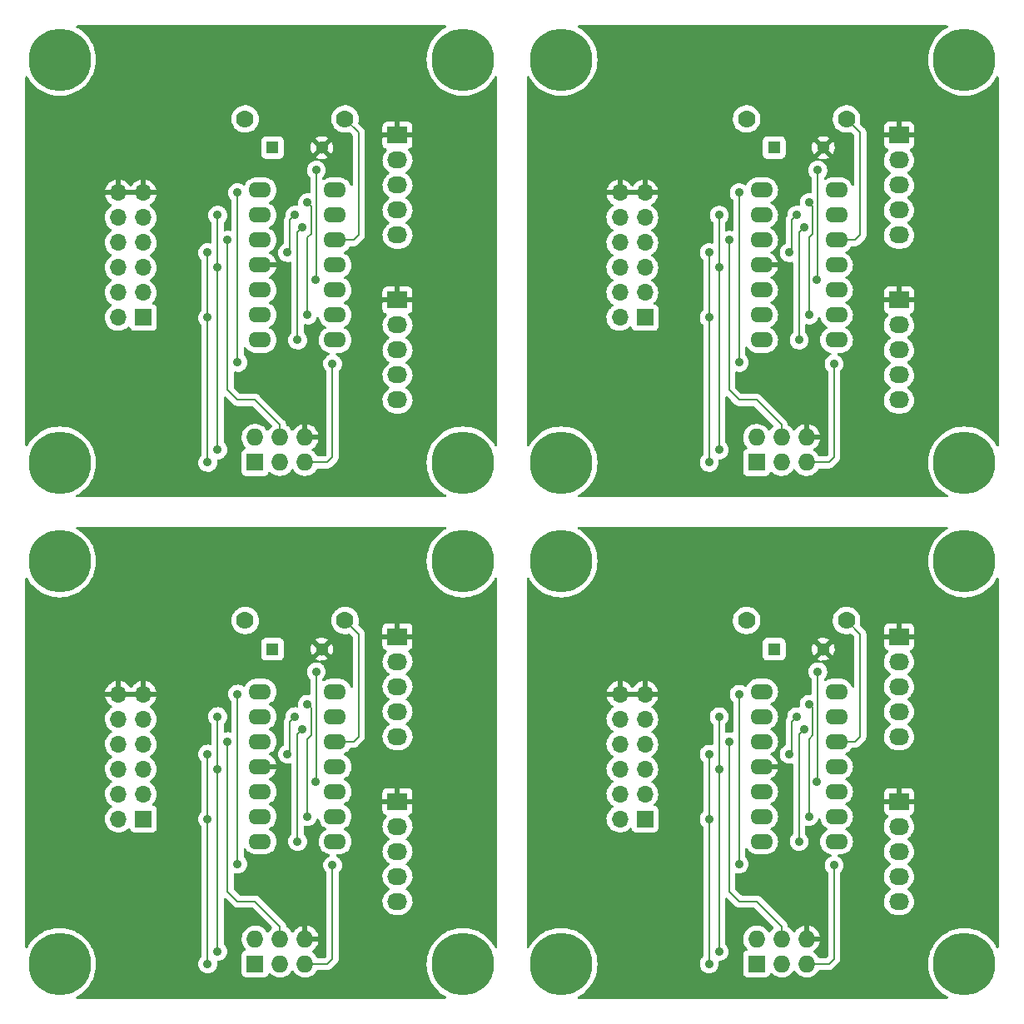
<source format=gbl>
%MOIN*%
%OFA0B0*%
%FSLAX46Y46*%
%IPPOS*%
%LPD*%
%ADD10C,0.25*%
%ADD11R,0.068X0.068*%
%ADD12O,0.068X0.068*%
%ADD13R,0.051181102362204731X0.051181102362204731*%
%ADD14C,0.051181102362204731*%
%ADD15R,0.08X0.068*%
%ADD16O,0.08X0.068*%
%ADD17C,0.07*%
%ADD18O,0.0905511811023622X0.062992125984251982*%
%ADD19R,0.066929133858267723X0.066929133858267723*%
%ADD20O,0.066929133858267723X0.066929133858267723*%
%ADD21C,0.035*%
%ADD22C,0.008*%
%ADD33C,0.25*%
%ADD34R,0.068X0.068*%
%ADD35O,0.068X0.068*%
%ADD36R,0.051181102362204731X0.051181102362204731*%
%ADD37C,0.051181102362204731*%
%ADD38R,0.08X0.068*%
%ADD39O,0.08X0.068*%
%ADD40C,0.07*%
%ADD41O,0.0905511811023622X0.062992125984251982*%
%ADD42R,0.066929133858267723X0.066929133858267723*%
%ADD43O,0.066929133858267723X0.066929133858267723*%
%ADD44C,0.035*%
%ADD45C,0.008*%
%ADD46C,0.25*%
%ADD47R,0.068X0.068*%
%ADD48O,0.068X0.068*%
%ADD49R,0.051181102362204731X0.051181102362204731*%
%ADD50C,0.051181102362204731*%
%ADD51R,0.08X0.068*%
%ADD52O,0.08X0.068*%
%ADD53C,0.07*%
%ADD54O,0.0905511811023622X0.062992125984251982*%
%ADD55R,0.066929133858267723X0.066929133858267723*%
%ADD56O,0.066929133858267723X0.066929133858267723*%
%ADD57C,0.035*%
%ADD58C,0.008*%
%ADD59C,0.25*%
%ADD60R,0.068X0.068*%
%ADD61O,0.068X0.068*%
%ADD62R,0.051181102362204731X0.051181102362204731*%
%ADD63C,0.051181102362204731*%
%ADD64R,0.08X0.068*%
%ADD65O,0.08X0.068*%
%ADD66C,0.07*%
%ADD67O,0.0905511811023622X0.062992125984251982*%
%ADD68R,0.066929133858267723X0.066929133858267723*%
%ADD69O,0.066929133858267723X0.066929133858267723*%
%ADD70C,0.035*%
%ADD71C,0.008*%
G01*
D10*
X-0004953875Y0004883008D02*
X0000157480Y0000157480D03*
X0000157480Y0001771653D03*
X0001771653Y0000157480D03*
X0001771653Y0001771653D03*
D11*
X0000940000Y0000159133D03*
D12*
X0000940000Y0000259133D03*
X0001039999Y0000159133D03*
X0001039999Y0000259133D03*
X0001139999Y0000159133D03*
X0001139999Y0000259133D03*
D13*
X0001009999Y0001419133D03*
D14*
X0001206850Y0001419133D03*
D15*
X0001509999Y0001469133D03*
D16*
X0001509999Y0001369133D03*
X0001509999Y0001269133D03*
X0001509999Y0001169133D03*
X0001509999Y0001069133D03*
D15*
X0001509999Y0000809133D03*
D16*
X0001509999Y0000709133D03*
X0001509999Y0000609133D03*
X0001509999Y0000509133D03*
X0001509999Y0000409133D03*
D17*
X0000899999Y0001534133D03*
X0001299999Y0001534133D03*
D18*
X0000959999Y0001249133D03*
X0000959999Y0001149133D03*
X0000959999Y0001049133D03*
X0000959999Y0000949133D03*
X0000959999Y0000849133D03*
X0000959999Y0000749133D03*
X0000959999Y0000649133D03*
X0001259999Y0000649133D03*
X0001259999Y0000749133D03*
X0001259999Y0000849133D03*
X0001259999Y0000949133D03*
X0001259999Y0001049133D03*
X0001259999Y0001149133D03*
X0001259999Y0001249133D03*
D19*
X0000492440Y0000739133D03*
D20*
X0000392440Y0000739133D03*
X0000492440Y0000839133D03*
X0000392440Y0000839133D03*
X0000492440Y0000939133D03*
X0000392440Y0000939133D03*
X0000492440Y0001039133D03*
X0000392440Y0001039133D03*
X0000492440Y0001139133D03*
X0000392440Y0001139133D03*
X0000492440Y0001239133D03*
X0000392440Y0001239133D03*
D21*
X0000790000Y0000939133D03*
X0000790000Y0001149133D03*
X0000790000Y0000209133D03*
X0000749999Y0000999133D03*
X0001069999Y0000999133D03*
X0001099999Y0001149133D03*
X0000749999Y0000159133D03*
X0000749999Y0000739133D03*
X0000829999Y0001049133D03*
X0001250000Y0000554133D03*
X0000869999Y0000559133D03*
X0000869999Y0001239133D03*
X0001184999Y0001329133D03*
X0001181499Y0000889131D03*
X0001150000Y0001199133D03*
X0001150000Y0000749133D03*
X0001109999Y0000649133D03*
X0001130000Y0001099133D03*
D22*
X0000790000Y0001149133D02*
X0000790000Y0000939133D01*
X0000790000Y0000939133D02*
X0000790000Y0000209133D01*
X0001099999Y0001149133D02*
X0001079999Y0001129133D01*
X0001079999Y0001009133D02*
X0001069999Y0000999133D01*
X0000749999Y0000999133D02*
X0000749999Y0000739133D01*
X0000749999Y0000739133D02*
X0000749999Y0000159133D01*
X0001079999Y0001129133D02*
X0001079999Y0001009133D01*
X0001039999Y0000309133D02*
X0000940000Y0000409133D01*
X0000940000Y0000409133D02*
X0000869999Y0000409133D01*
X0000869999Y0000409133D02*
X0000829999Y0000449133D01*
X0001039999Y0000259133D02*
X0001039999Y0000309133D01*
X0000829999Y0001049133D02*
X0000829999Y0000449133D01*
X0000869999Y0001239133D02*
X0000869999Y0000559133D01*
X0001229999Y0000159133D02*
X0001250000Y0000179133D01*
X0001250000Y0000179133D02*
X0001250000Y0000554133D01*
X0001139999Y0000159133D02*
X0001229999Y0000159133D01*
X0001184999Y0000892631D02*
X0001181499Y0000889131D01*
X0001184999Y0001329133D02*
X0001184999Y0000892631D01*
X0001165000Y0001184133D02*
X0001150000Y0001199133D01*
X0001150000Y0001059133D02*
X0001165000Y0001074133D01*
X0001150000Y0000749133D02*
X0001150000Y0001059133D01*
X0001165000Y0001074133D02*
X0001165000Y0001184133D01*
X0001109999Y0000649133D02*
X0001109999Y0001079133D01*
X0001109999Y0001079133D02*
X0001130000Y0001099133D01*
X0001334999Y0001049133D02*
X0001355000Y0001069133D01*
X0001355000Y0001069133D02*
X0001355000Y0001479133D01*
X0001355000Y0001479133D02*
X0001299999Y0001534133D01*
X0001259999Y0001049133D02*
X0001334999Y0001049133D01*
G36*
X0001704059Y0001908346D02*
G01*
X0001705890Y0001906233D01*
X0001706288Y0001903467D01*
X0001705127Y0001900924D01*
X0001703630Y0001899753D01*
X0001699044Y0001897416D01*
X0001686296Y0001889137D01*
X0001674483Y0001879572D01*
X0001663735Y0001868823D01*
X0001654169Y0001857010D01*
X0001645890Y0001844262D01*
X0001638989Y0001830719D01*
X0001633542Y0001816528D01*
X0001629608Y0001801846D01*
X0001629587Y0001801717D01*
X0001627278Y0001787136D01*
X0001627230Y0001786832D01*
X0001626434Y0001771653D01*
X0001627230Y0001756474D01*
X0001629608Y0001741460D01*
X0001633542Y0001726778D01*
X0001638989Y0001712587D01*
X0001639048Y0001712472D01*
X0001645831Y0001699160D01*
X0001645890Y0001699044D01*
X0001654169Y0001686296D01*
X0001663735Y0001674483D01*
X0001674483Y0001663734D01*
X0001686296Y0001654169D01*
X0001699044Y0001645890D01*
X0001699159Y0001645831D01*
X0001699159Y0001645831D01*
X0001712472Y0001639048D01*
X0001712587Y0001638989D01*
X0001726778Y0001633542D01*
X0001741460Y0001629608D01*
X0001749434Y0001628345D01*
X0001756346Y0001627250D01*
X0001756346Y0001627250D01*
X0001756474Y0001627230D01*
X0001771653Y0001626434D01*
X0001786833Y0001627230D01*
X0001786960Y0001627250D01*
X0001786960Y0001627250D01*
X0001793872Y0001628345D01*
X0001801846Y0001629608D01*
X0001816528Y0001633542D01*
X0001830719Y0001638989D01*
X0001830835Y0001639048D01*
X0001844147Y0001645831D01*
X0001844147Y0001645831D01*
X0001844262Y0001645890D01*
X0001857010Y0001654169D01*
X0001868823Y0001663734D01*
X0001879572Y0001674483D01*
X0001889137Y0001686296D01*
X0001897416Y0001699044D01*
X0001899753Y0001703630D01*
X0001901672Y0001705662D01*
X0001904385Y0001706334D01*
X0001907031Y0001705432D01*
X0001908769Y0001703243D01*
X0001909133Y0001701378D01*
X0001909133Y0000227755D01*
X0001908346Y0000225073D01*
X0001906233Y0000223243D01*
X0001903467Y0000222845D01*
X0001900924Y0000224006D01*
X0001899753Y0000225503D01*
X0001897475Y0000229973D01*
X0001897416Y0000230089D01*
X0001896684Y0000231216D01*
X0001889208Y0000242728D01*
X0001889137Y0000242837D01*
X0001879572Y0000254650D01*
X0001868823Y0000265398D01*
X0001857010Y0000274964D01*
X0001844262Y0000283243D01*
X0001844147Y0000283302D01*
X0001844147Y0000283302D01*
X0001830835Y0000290085D01*
X0001830719Y0000290144D01*
X0001816528Y0000295591D01*
X0001801846Y0000299525D01*
X0001793872Y0000300788D01*
X0001786960Y0000301883D01*
X0001786960Y0000301883D01*
X0001786833Y0000301903D01*
X0001771653Y0000302698D01*
X0001756474Y0000301903D01*
X0001756346Y0000301883D01*
X0001756346Y0000301883D01*
X0001749434Y0000300788D01*
X0001741460Y0000299525D01*
X0001726778Y0000295591D01*
X0001712587Y0000290144D01*
X0001712472Y0000290085D01*
X0001699159Y0000283302D01*
X0001699159Y0000283302D01*
X0001699044Y0000283243D01*
X0001686296Y0000274964D01*
X0001674483Y0000265398D01*
X0001663735Y0000254650D01*
X0001654169Y0000242837D01*
X0001654098Y0000242728D01*
X0001646622Y0000231216D01*
X0001645890Y0000230089D01*
X0001645831Y0000229974D01*
X0001645831Y0000229973D01*
X0001640890Y0000220275D01*
X0001638989Y0000216546D01*
X0001638293Y0000214731D01*
X0001634319Y0000204380D01*
X0001633542Y0000202355D01*
X0001629608Y0000187672D01*
X0001628427Y0000180221D01*
X0001627440Y0000173984D01*
X0001627230Y0000172659D01*
X0001626434Y0000157480D01*
X0001627230Y0000142300D01*
X0001627250Y0000142173D01*
X0001627250Y0000142172D01*
X0001627829Y0000138520D01*
X0001629608Y0000127287D01*
X0001633542Y0000112605D01*
X0001638989Y0000098414D01*
X0001645890Y0000084870D01*
X0001654169Y0000072122D01*
X0001663735Y0000060310D01*
X0001674483Y0000049561D01*
X0001686296Y0000039995D01*
X0001699044Y0000031717D01*
X0001699159Y0000031658D01*
X0001699159Y0000031658D01*
X0001703630Y0000029380D01*
X0001705662Y0000027461D01*
X0001706334Y0000024748D01*
X0001705432Y0000022102D01*
X0001703243Y0000020364D01*
X0001701378Y0000019999D01*
X0000227755Y0000019999D01*
X0000225073Y0000020787D01*
X0000223243Y0000022899D01*
X0000222845Y0000025666D01*
X0000224006Y0000028209D01*
X0000225503Y0000029380D01*
X0000229973Y0000031658D01*
X0000229974Y0000031658D01*
X0000230089Y0000031717D01*
X0000242837Y0000039995D01*
X0000254650Y0000049561D01*
X0000265398Y0000060310D01*
X0000274964Y0000072122D01*
X0000283243Y0000084870D01*
X0000290144Y0000098414D01*
X0000295591Y0000112605D01*
X0000299525Y0000127287D01*
X0000301304Y0000138520D01*
X0000301883Y0000142172D01*
X0000301883Y0000142173D01*
X0000301903Y0000142300D01*
X0000302699Y0000157480D01*
X0000302584Y0000159660D01*
X0000712302Y0000159660D01*
X0000712322Y0000159418D01*
X0000712526Y0000156986D01*
X0000712918Y0000152328D01*
X0000714946Y0000145255D01*
X0000715802Y0000143588D01*
X0000717229Y0000140812D01*
X0000718309Y0000138710D01*
X0000718460Y0000138520D01*
X0000718460Y0000138520D01*
X0000722605Y0000133291D01*
X0000722880Y0000132944D01*
X0000723064Y0000132787D01*
X0000724910Y0000131216D01*
X0000728483Y0000128175D01*
X0000734906Y0000124585D01*
X0000741904Y0000122312D01*
X0000749210Y0000121440D01*
X0000749451Y0000121459D01*
X0000749452Y0000121459D01*
X0000751881Y0000121646D01*
X0000756546Y0000122005D01*
X0000763633Y0000123984D01*
X0000763849Y0000124093D01*
X0000763850Y0000124093D01*
X0000766895Y0000125631D01*
X0000770201Y0000127301D01*
X0000771319Y0000128175D01*
X0000772263Y0000128912D01*
X0000775999Y0000131831D01*
X0000776157Y0000132015D01*
X0000776158Y0000132015D01*
X0000780648Y0000137217D01*
X0000780807Y0000137401D01*
X0000783664Y0000142430D01*
X0000784321Y0000143588D01*
X0000784321Y0000143588D01*
X0000784441Y0000143799D01*
X0000785003Y0000145488D01*
X0000786687Y0000150550D01*
X0000786764Y0000150781D01*
X0000787627Y0000157610D01*
X0000787669Y0000157943D01*
X0000787669Y0000157943D01*
X0000787686Y0000158081D01*
X0000787701Y0000159133D01*
X0000787009Y0000166192D01*
X0000787531Y0000168937D01*
X0000789454Y0000170965D01*
X0000791565Y0000171622D01*
X0000796546Y0000172005D01*
X0000803633Y0000173984D01*
X0000803849Y0000174093D01*
X0000803850Y0000174093D01*
X0000807821Y0000176099D01*
X0000810201Y0000177301D01*
X0000811178Y0000178065D01*
X0000813698Y0000180033D01*
X0000815999Y0000181831D01*
X0000816157Y0000182015D01*
X0000816158Y0000182015D01*
X0000819236Y0000185581D01*
X0000820807Y0000187401D01*
X0000822929Y0000191137D01*
X0000824321Y0000193588D01*
X0000824322Y0000193588D01*
X0000824441Y0000193799D01*
X0000825059Y0000195657D01*
X0000825762Y0000197768D01*
X0000826764Y0000200781D01*
X0000827170Y0000203998D01*
X0000827669Y0000207943D01*
X0000827669Y0000207943D01*
X0000827686Y0000208081D01*
X0000827701Y0000209133D01*
X0000826983Y0000216456D01*
X0000826905Y0000216715D01*
X0000824926Y0000223268D01*
X0000824856Y0000223500D01*
X0000821402Y0000229997D01*
X0000816751Y0000235699D01*
X0000816565Y0000235853D01*
X0000816564Y0000235853D01*
X0000815818Y0000236471D01*
X0000814253Y0000238787D01*
X0000814019Y0000240293D01*
X0000814019Y0000419169D01*
X0000814807Y0000421851D01*
X0000816919Y0000423681D01*
X0000819686Y0000424079D01*
X0000822228Y0000422918D01*
X0000822487Y0000422677D01*
X0000838375Y0000406789D01*
X0000850908Y0000394256D01*
X0000851188Y0000393948D01*
X0000851345Y0000393701D01*
X0000851572Y0000393487D01*
X0000853225Y0000391935D01*
X0000853337Y0000391827D01*
X0000854084Y0000391080D01*
X0000854207Y0000390985D01*
X0000854232Y0000390963D01*
X0000854553Y0000390688D01*
X0000855769Y0000389547D01*
X0000856429Y0000389183D01*
X0000857080Y0000388756D01*
X0000857429Y0000388486D01*
X0000857429Y0000388485D01*
X0000857675Y0000388294D01*
X0000859206Y0000387632D01*
X0000859625Y0000387426D01*
X0000861087Y0000386623D01*
X0000861817Y0000386435D01*
X0000862553Y0000386183D01*
X0000863245Y0000385884D01*
X0000864892Y0000385623D01*
X0000865350Y0000385528D01*
X0000866965Y0000385114D01*
X0000867719Y0000385114D01*
X0000868495Y0000385053D01*
X0000869239Y0000384935D01*
X0000870899Y0000385092D01*
X0000871366Y0000385114D01*
X0000927996Y0000385114D01*
X0000930677Y0000384326D01*
X0000931503Y0000383661D01*
X0001006529Y0000308635D01*
X0001007869Y0000306182D01*
X0001007669Y0000303394D01*
X0001006000Y0000301160D01*
X0001004174Y0000299790D01*
X0001004011Y0000299668D01*
X0000997874Y0000293246D01*
X0000997760Y0000293077D01*
X0000997760Y0000293077D01*
X0000994074Y0000287675D01*
X0000991913Y0000285903D01*
X0000989136Y0000285581D01*
X0000986626Y0000286812D01*
X0000985811Y0000287776D01*
X0000983056Y0000292035D01*
X0000983056Y0000292035D01*
X0000982945Y0000292206D01*
X0000976967Y0000298776D01*
X0000976808Y0000298902D01*
X0000976807Y0000298902D01*
X0000970156Y0000304156D01*
X0000970155Y0000304156D01*
X0000969996Y0000304282D01*
X0000962219Y0000308575D01*
X0000953846Y0000311540D01*
X0000952708Y0000311742D01*
X0000945301Y0000313062D01*
X0000945301Y0000313062D01*
X0000945101Y0000313098D01*
X0000942266Y0000313132D01*
X0000936422Y0000313204D01*
X0000936422Y0000313204D01*
X0000936218Y0000313206D01*
X0000927438Y0000311862D01*
X0000918994Y0000309103D01*
X0000918813Y0000309009D01*
X0000918814Y0000309009D01*
X0000913353Y0000306166D01*
X0000911115Y0000305001D01*
X0000910952Y0000304879D01*
X0000910952Y0000304879D01*
X0000904174Y0000299790D01*
X0000904012Y0000299668D01*
X0000897874Y0000293246D01*
X0000892869Y0000285907D01*
X0000892783Y0000285723D01*
X0000892783Y0000285723D01*
X0000889976Y0000279675D01*
X0000889129Y0000277850D01*
X0000886755Y0000269290D01*
X0000885811Y0000260458D01*
X0000885823Y0000260255D01*
X0000885823Y0000260255D01*
X0000886140Y0000254742D01*
X0000886322Y0000251589D01*
X0000886367Y0000251391D01*
X0000886367Y0000251391D01*
X0000887035Y0000248426D01*
X0000888275Y0000242924D01*
X0000888352Y0000242736D01*
X0000888352Y0000242735D01*
X0000891285Y0000235511D01*
X0000891617Y0000234694D01*
X0000891723Y0000234520D01*
X0000894510Y0000229973D01*
X0000896258Y0000227120D01*
X0000901964Y0000220532D01*
X0000901964Y0000220532D01*
X0000902074Y0000220405D01*
X0000902048Y0000220383D01*
X0000903325Y0000218102D01*
X0000903154Y0000215312D01*
X0000901503Y0000213057D01*
X0000900230Y0000212352D01*
X0000896618Y0000210998D01*
X0000896618Y0000210998D01*
X0000896287Y0000210874D01*
X0000891698Y0000207435D01*
X0000888259Y0000202846D01*
X0000886246Y0000197476D01*
X0000885980Y0000195028D01*
X0000885980Y0000123238D01*
X0000886246Y0000120790D01*
X0000888259Y0000115421D01*
X0000891698Y0000110832D01*
X0000896287Y0000107393D01*
X0000901656Y0000105380D01*
X0000904104Y0000105114D01*
X0000975895Y0000105114D01*
X0000978343Y0000105380D01*
X0000983712Y0000107393D01*
X0000988301Y0000110832D01*
X0000991740Y0000115421D01*
X0000993236Y0000119411D01*
X0000994915Y0000121646D01*
X0000997536Y0000122618D01*
X0001000266Y0000122020D01*
X0001001631Y0000120918D01*
X0001002074Y0000120405D01*
X0001008909Y0000114731D01*
X0001009084Y0000114629D01*
X0001009084Y0000114629D01*
X0001015099Y0000111114D01*
X0001016578Y0000110250D01*
X0001024877Y0000107081D01*
X0001025076Y0000107040D01*
X0001025076Y0000107040D01*
X0001029346Y0000106172D01*
X0001033581Y0000105310D01*
X0001033785Y0000105302D01*
X0001033785Y0000105302D01*
X0001042255Y0000104992D01*
X0001042255Y0000104992D01*
X0001042458Y0000104984D01*
X0001042660Y0000105010D01*
X0001042660Y0000105010D01*
X0001046397Y0000105489D01*
X0001051269Y0000106113D01*
X0001051464Y0000106171D01*
X0001051464Y0000106172D01*
X0001059583Y0000108607D01*
X0001059583Y0000108607D01*
X0001059778Y0000108666D01*
X0001065565Y0000111501D01*
X0001067572Y0000112484D01*
X0001067572Y0000112484D01*
X0001067755Y0000112574D01*
X0001067920Y0000112692D01*
X0001067921Y0000112692D01*
X0001074821Y0000117614D01*
X0001074821Y0000117614D01*
X0001074986Y0000117732D01*
X0001081278Y0000124002D01*
X0001086038Y0000130625D01*
X0001088242Y0000132344D01*
X0001091026Y0000132597D01*
X0001093505Y0000131306D01*
X0001094296Y0000130322D01*
X0001096152Y0000127293D01*
X0001096152Y0000127293D01*
X0001096258Y0000127120D01*
X0001102074Y0000120405D01*
X0001108909Y0000114731D01*
X0001109084Y0000114629D01*
X0001109084Y0000114629D01*
X0001115099Y0000111114D01*
X0001116578Y0000110250D01*
X0001124877Y0000107081D01*
X0001125076Y0000107040D01*
X0001125076Y0000107040D01*
X0001129346Y0000106172D01*
X0001133581Y0000105310D01*
X0001133785Y0000105302D01*
X0001133785Y0000105302D01*
X0001142255Y0000104992D01*
X0001142255Y0000104992D01*
X0001142458Y0000104984D01*
X0001142660Y0000105010D01*
X0001142660Y0000105010D01*
X0001146397Y0000105489D01*
X0001151269Y0000106113D01*
X0001151464Y0000106171D01*
X0001151464Y0000106172D01*
X0001159583Y0000108607D01*
X0001159583Y0000108607D01*
X0001159778Y0000108666D01*
X0001165565Y0000111501D01*
X0001167572Y0000112484D01*
X0001167572Y0000112484D01*
X0001167755Y0000112574D01*
X0001167920Y0000112692D01*
X0001167921Y0000112692D01*
X0001174821Y0000117614D01*
X0001174821Y0000117614D01*
X0001174986Y0000117732D01*
X0001181278Y0000124002D01*
X0001186462Y0000131216D01*
X0001187023Y0000132351D01*
X0001188917Y0000134406D01*
X0001191470Y0000135114D01*
X0001227020Y0000135114D01*
X0001227435Y0000135094D01*
X0001227721Y0000135030D01*
X0001230299Y0000135111D01*
X0001230454Y0000135114D01*
X0001231511Y0000135114D01*
X0001231665Y0000135133D01*
X0001231701Y0000135135D01*
X0001232120Y0000135168D01*
X0001233787Y0000135221D01*
X0001234511Y0000135431D01*
X0001235273Y0000135589D01*
X0001235711Y0000135644D01*
X0001235711Y0000135644D01*
X0001236020Y0000135683D01*
X0001236437Y0000135848D01*
X0001237571Y0000136297D01*
X0001238013Y0000136449D01*
X0001239315Y0000136827D01*
X0001239315Y0000136827D01*
X0001239615Y0000136914D01*
X0001240263Y0000137298D01*
X0001240962Y0000137640D01*
X0001241663Y0000137917D01*
X0001243013Y0000138898D01*
X0001243403Y0000139154D01*
X0001244570Y0000139844D01*
X0001244570Y0000139844D01*
X0001244838Y0000140003D01*
X0001245371Y0000140536D01*
X0001245963Y0000141041D01*
X0001246320Y0000141301D01*
X0001246320Y0000141301D01*
X0001246573Y0000141485D01*
X0001247636Y0000142770D01*
X0001247951Y0000143116D01*
X0001264877Y0000160042D01*
X0001265185Y0000160322D01*
X0001265432Y0000160479D01*
X0001267198Y0000162360D01*
X0001267307Y0000162471D01*
X0001268052Y0000163217D01*
X0001268148Y0000163341D01*
X0001268171Y0000163367D01*
X0001268444Y0000163687D01*
X0001269372Y0000164675D01*
X0001269373Y0000164675D01*
X0001269586Y0000164903D01*
X0001269737Y0000165176D01*
X0001269949Y0000165563D01*
X0001270377Y0000166214D01*
X0001270647Y0000166563D01*
X0001270839Y0000166809D01*
X0001271501Y0000168339D01*
X0001271706Y0000168759D01*
X0001271804Y0000168937D01*
X0001272510Y0000170221D01*
X0001272697Y0000170951D01*
X0001272949Y0000171687D01*
X0001273125Y0000172092D01*
X0001273249Y0000172379D01*
X0001273298Y0000172687D01*
X0001273298Y0000172687D01*
X0001273510Y0000174026D01*
X0001273604Y0000174484D01*
X0001274019Y0000176099D01*
X0001274019Y0000176852D01*
X0001274080Y0000177628D01*
X0001274149Y0000178065D01*
X0001274149Y0000178065D01*
X0001274198Y0000178373D01*
X0001274041Y0000180033D01*
X0001274019Y0000180500D01*
X0001274019Y0000411687D01*
X0001449845Y0000411687D01*
X0001450189Y0000402526D01*
X0001450232Y0000402321D01*
X0001451996Y0000393910D01*
X0001452071Y0000393554D01*
X0001455438Y0000385027D01*
X0001460194Y0000377190D01*
X0001466203Y0000370266D01*
X0001466365Y0000370133D01*
X0001466365Y0000370133D01*
X0001470154Y0000367026D01*
X0001473292Y0000364453D01*
X0001473474Y0000364349D01*
X0001473474Y0000364349D01*
X0001477814Y0000361879D01*
X0001481259Y0000359918D01*
X0001481456Y0000359846D01*
X0001481457Y0000359846D01*
X0001489679Y0000356862D01*
X0001489679Y0000356862D01*
X0001489876Y0000356790D01*
X0001490083Y0000356753D01*
X0001490083Y0000356753D01*
X0001493237Y0000356182D01*
X0001498897Y0000355159D01*
X0001499060Y0000355151D01*
X0001499061Y0000355151D01*
X0001499799Y0000355116D01*
X0001499799Y0000355116D01*
X0001499858Y0000355114D01*
X0001518301Y0000355114D01*
X0001520959Y0000355339D01*
X0001524925Y0000355676D01*
X0001524925Y0000355676D01*
X0001525134Y0000355693D01*
X0001525337Y0000355746D01*
X0001525337Y0000355746D01*
X0001533804Y0000357944D01*
X0001533804Y0000357944D01*
X0001534008Y0000357997D01*
X0001534199Y0000358083D01*
X0001534199Y0000358083D01*
X0001542174Y0000361675D01*
X0001542366Y0000361762D01*
X0001549971Y0000366882D01*
X0001556604Y0000373209D01*
X0001562076Y0000380564D01*
X0001566231Y0000388736D01*
X0001567945Y0000394256D01*
X0001568887Y0000397291D01*
X0001568887Y0000397291D01*
X0001568950Y0000397491D01*
X0001570154Y0000406579D01*
X0001569810Y0000415740D01*
X0001568144Y0000423681D01*
X0001567971Y0000424507D01*
X0001567971Y0000424507D01*
X0001567928Y0000424713D01*
X0001564560Y0000433239D01*
X0001559805Y0000441077D01*
X0001553796Y0000448001D01*
X0001553634Y0000448134D01*
X0001553634Y0000448134D01*
X0001546870Y0000453680D01*
X0001546707Y0000453813D01*
X0001546525Y0000453917D01*
X0001546525Y0000453917D01*
X0001544911Y0000454836D01*
X0001542970Y0000456847D01*
X0001542424Y0000459588D01*
X0001543447Y0000462190D01*
X0001544594Y0000463262D01*
X0001546647Y0000464644D01*
X0001549971Y0000466882D01*
X0001556604Y0000473209D01*
X0001562076Y0000480564D01*
X0001566231Y0000488736D01*
X0001567791Y0000493760D01*
X0001568887Y0000497291D01*
X0001568887Y0000497291D01*
X0001568950Y0000497491D01*
X0001570154Y0000506579D01*
X0001569810Y0000515740D01*
X0001568496Y0000522005D01*
X0001567971Y0000524507D01*
X0001567971Y0000524507D01*
X0001567928Y0000524713D01*
X0001564560Y0000533239D01*
X0001559805Y0000541077D01*
X0001553796Y0000548001D01*
X0001553634Y0000548134D01*
X0001553634Y0000548134D01*
X0001547769Y0000552943D01*
X0001546707Y0000553813D01*
X0001546525Y0000553917D01*
X0001546525Y0000553917D01*
X0001544911Y0000554836D01*
X0001542970Y0000556847D01*
X0001542424Y0000559588D01*
X0001543447Y0000562190D01*
X0001544594Y0000563262D01*
X0001548980Y0000566215D01*
X0001549971Y0000566882D01*
X0001551668Y0000568500D01*
X0001556452Y0000573064D01*
X0001556604Y0000573209D01*
X0001562076Y0000580564D01*
X0001564445Y0000585223D01*
X0001566136Y0000588549D01*
X0001566136Y0000588549D01*
X0001566231Y0000588736D01*
X0001567791Y0000593760D01*
X0001568887Y0000597291D01*
X0001568887Y0000597291D01*
X0001568950Y0000597491D01*
X0001569859Y0000604349D01*
X0001570127Y0000606371D01*
X0001570127Y0000606372D01*
X0001570154Y0000606579D01*
X0001569810Y0000615740D01*
X0001568532Y0000621831D01*
X0001567971Y0000624507D01*
X0001567971Y0000624507D01*
X0001567928Y0000624713D01*
X0001564560Y0000633239D01*
X0001559805Y0000641077D01*
X0001553796Y0000648001D01*
X0001553634Y0000648134D01*
X0001553634Y0000648134D01*
X0001546870Y0000653680D01*
X0001546707Y0000653813D01*
X0001546525Y0000653917D01*
X0001546525Y0000653917D01*
X0001544911Y0000654836D01*
X0001542970Y0000656847D01*
X0001542424Y0000659588D01*
X0001543447Y0000662190D01*
X0001544594Y0000663262D01*
X0001549569Y0000666611D01*
X0001549971Y0000666882D01*
X0001553237Y0000669997D01*
X0001556452Y0000673064D01*
X0001556604Y0000673209D01*
X0001562076Y0000680564D01*
X0001566231Y0000688736D01*
X0001567840Y0000693918D01*
X0001568887Y0000697291D01*
X0001568887Y0000697291D01*
X0001568950Y0000697491D01*
X0001569645Y0000702736D01*
X0001570127Y0000706371D01*
X0001570127Y0000706372D01*
X0001570154Y0000706579D01*
X0001569810Y0000715740D01*
X0001568532Y0000721831D01*
X0001567971Y0000724507D01*
X0001567971Y0000724507D01*
X0001567928Y0000724713D01*
X0001564560Y0000733239D01*
X0001559805Y0000741077D01*
X0001553796Y0000748001D01*
X0001553863Y0000748058D01*
X0001552673Y0000750167D01*
X0001552834Y0000752958D01*
X0001554478Y0000755218D01*
X0001555764Y0000755933D01*
X0001559372Y0000757286D01*
X0001559986Y0000757622D01*
X0001564004Y0000760634D01*
X0001564499Y0000761128D01*
X0001567511Y0000765147D01*
X0001567847Y0000765761D01*
X0001569625Y0000770503D01*
X0001569767Y0000771104D01*
X0001569985Y0000773106D01*
X0001569999Y0000773375D01*
X0001569999Y0000798420D01*
X0001569823Y0000799020D01*
X0001569769Y0000799068D01*
X0001569466Y0000799133D01*
X0001450713Y0000799133D01*
X0001450113Y0000798957D01*
X0001450065Y0000798902D01*
X0001450000Y0000798600D01*
X0001450000Y0000773375D01*
X0001450014Y0000773106D01*
X0001450232Y0000771104D01*
X0001450374Y0000770503D01*
X0001452152Y0000765761D01*
X0001452488Y0000765147D01*
X0001455500Y0000761128D01*
X0001455995Y0000760634D01*
X0001460013Y0000757622D01*
X0001460627Y0000757286D01*
X0001464412Y0000755867D01*
X0001466647Y0000754188D01*
X0001467619Y0000751568D01*
X0001467020Y0000748837D01*
X0001466095Y0000747633D01*
X0001463547Y0000745203D01*
X0001463547Y0000745202D01*
X0001463395Y0000745057D01*
X0001457923Y0000737702D01*
X0001453768Y0000729530D01*
X0001453107Y0000727401D01*
X0001451112Y0000720976D01*
X0001451112Y0000720976D01*
X0001451049Y0000720775D01*
X0001450426Y0000716071D01*
X0001449957Y0000712532D01*
X0001449845Y0000711687D01*
X0001449853Y0000711477D01*
X0001449853Y0000711477D01*
X0001449854Y0000711440D01*
X0001450189Y0000702526D01*
X0001450605Y0000700539D01*
X0001451078Y0000698286D01*
X0001452071Y0000693554D01*
X0001455438Y0000685027D01*
X0001460194Y0000677190D01*
X0001460332Y0000677031D01*
X0001465896Y0000670619D01*
X0001466203Y0000670266D01*
X0001466365Y0000670133D01*
X0001466365Y0000670133D01*
X0001470154Y0000667026D01*
X0001473292Y0000664453D01*
X0001473474Y0000664349D01*
X0001473474Y0000664349D01*
X0001475088Y0000663431D01*
X0001477029Y0000661420D01*
X0001477575Y0000658678D01*
X0001476552Y0000656077D01*
X0001475405Y0000655005D01*
X0001470028Y0000651385D01*
X0001469876Y0000651240D01*
X0001469876Y0000651240D01*
X0001467668Y0000649133D01*
X0001463395Y0000645057D01*
X0001457923Y0000637702D01*
X0001453768Y0000629530D01*
X0001453107Y0000627401D01*
X0001451112Y0000620976D01*
X0001451112Y0000620976D01*
X0001451049Y0000620775D01*
X0001450426Y0000616071D01*
X0001450164Y0000614093D01*
X0001449845Y0000611687D01*
X0001449853Y0000611477D01*
X0001449853Y0000611477D01*
X0001449854Y0000611440D01*
X0001450189Y0000602526D01*
X0001452071Y0000593554D01*
X0001455438Y0000585027D01*
X0001460194Y0000577190D01*
X0001460332Y0000577031D01*
X0001463598Y0000573268D01*
X0001466203Y0000570266D01*
X0001466365Y0000570133D01*
X0001466365Y0000570133D01*
X0001468046Y0000568754D01*
X0001473292Y0000564453D01*
X0001473474Y0000564349D01*
X0001473474Y0000564349D01*
X0001475088Y0000563431D01*
X0001477029Y0000561420D01*
X0001477575Y0000558678D01*
X0001476552Y0000556077D01*
X0001475405Y0000555005D01*
X0001470028Y0000551385D01*
X0001463395Y0000545057D01*
X0001457923Y0000537702D01*
X0001453768Y0000529530D01*
X0001452987Y0000527015D01*
X0001451112Y0000520976D01*
X0001451112Y0000520976D01*
X0001451049Y0000520775D01*
X0001449845Y0000511687D01*
X0001450189Y0000502526D01*
X0001452071Y0000493554D01*
X0001455438Y0000485027D01*
X0001460194Y0000477190D01*
X0001466203Y0000470266D01*
X0001466365Y0000470133D01*
X0001466365Y0000470133D01*
X0001470154Y0000467026D01*
X0001473292Y0000464453D01*
X0001473474Y0000464349D01*
X0001473474Y0000464349D01*
X0001475088Y0000463431D01*
X0001477029Y0000461420D01*
X0001477575Y0000458678D01*
X0001476552Y0000456077D01*
X0001475405Y0000455005D01*
X0001470028Y0000451385D01*
X0001463395Y0000445057D01*
X0001457923Y0000437702D01*
X0001453768Y0000429530D01*
X0001452791Y0000426384D01*
X0001451112Y0000420976D01*
X0001451112Y0000420976D01*
X0001451049Y0000420775D01*
X0001449845Y0000411687D01*
X0001274019Y0000411687D01*
X0001274019Y0000522865D01*
X0001274807Y0000525547D01*
X0001275661Y0000526484D01*
X0001275632Y0000526514D01*
X0001275808Y0000526682D01*
X0001275999Y0000526831D01*
X0001276157Y0000527015D01*
X0001276158Y0000527015D01*
X0001280648Y0000532217D01*
X0001280807Y0000532401D01*
X0001283818Y0000537702D01*
X0001284321Y0000538588D01*
X0001284322Y0000538588D01*
X0001284441Y0000538799D01*
X0001285003Y0000540488D01*
X0001285599Y0000542278D01*
X0001286764Y0000545781D01*
X0001287426Y0000551022D01*
X0001287669Y0000552943D01*
X0001287669Y0000552943D01*
X0001287686Y0000553081D01*
X0001287701Y0000554133D01*
X0001286983Y0000561456D01*
X0001286827Y0000561972D01*
X0001284926Y0000568268D01*
X0001284856Y0000568500D01*
X0001281402Y0000574997D01*
X0001279742Y0000577031D01*
X0001276905Y0000580511D01*
X0001276904Y0000580511D01*
X0001276751Y0000580699D01*
X0001276564Y0000580854D01*
X0001271269Y0000585234D01*
X0001271269Y0000585234D01*
X0001271082Y0000585389D01*
X0001265710Y0000588293D01*
X0001263726Y0000590262D01*
X0001263120Y0000592990D01*
X0001264086Y0000595613D01*
X0001266317Y0000597298D01*
X0001268070Y0000597618D01*
X0001276028Y0000597618D01*
X0001276135Y0000597627D01*
X0001276135Y0000597627D01*
X0001278839Y0000597863D01*
X0001282759Y0000598206D01*
X0001282968Y0000598263D01*
X0001282968Y0000598263D01*
X0001291257Y0000600483D01*
X0001291257Y0000600483D01*
X0001291466Y0000600539D01*
X0001295286Y0000602321D01*
X0001299439Y0000604257D01*
X0001299439Y0000604257D01*
X0001299635Y0000604349D01*
X0001303764Y0000607240D01*
X0001306842Y0000609395D01*
X0001306842Y0000609395D01*
X0001307019Y0000609519D01*
X0001313393Y0000615893D01*
X0001318563Y0000623277D01*
X0001318655Y0000623473D01*
X0001318655Y0000623473D01*
X0001322281Y0000631250D01*
X0001322281Y0000631250D01*
X0001322373Y0000631447D01*
X0001323335Y0000635039D01*
X0001324650Y0000639944D01*
X0001324650Y0000639944D01*
X0001324706Y0000640154D01*
X0001325492Y0000649133D01*
X0001324706Y0000658113D01*
X0001324555Y0000658678D01*
X0001322429Y0000666611D01*
X0001322429Y0000666611D01*
X0001322373Y0000666820D01*
X0001320991Y0000669783D01*
X0001318655Y0000674793D01*
X0001318655Y0000674793D01*
X0001318563Y0000674990D01*
X0001313393Y0000682373D01*
X0001307019Y0000688747D01*
X0001306842Y0000688872D01*
X0001306842Y0000688872D01*
X0001301024Y0000692945D01*
X0001299635Y0000693918D01*
X0001299439Y0000694009D01*
X0001299439Y0000694009D01*
X0001298092Y0000694637D01*
X0001295994Y0000696485D01*
X0001295228Y0000699173D01*
X0001296036Y0000701848D01*
X0001298092Y0000703629D01*
X0001299439Y0000704257D01*
X0001299439Y0000704258D01*
X0001299635Y0000704349D01*
X0001303826Y0000707283D01*
X0001306842Y0000709395D01*
X0001306842Y0000709395D01*
X0001307019Y0000709519D01*
X0001313393Y0000715893D01*
X0001318563Y0000723277D01*
X0001318655Y0000723473D01*
X0001318655Y0000723473D01*
X0001322281Y0000731250D01*
X0001322281Y0000731250D01*
X0001322373Y0000731447D01*
X0001324706Y0000740154D01*
X0001325492Y0000749133D01*
X0001324706Y0000758113D01*
X0001324341Y0000759473D01*
X0001322429Y0000766611D01*
X0001322429Y0000766611D01*
X0001322373Y0000766820D01*
X0001321981Y0000767661D01*
X0001318655Y0000774793D01*
X0001318655Y0000774793D01*
X0001318563Y0000774990D01*
X0001314850Y0000780293D01*
X0001313517Y0000782196D01*
X0001313517Y0000782196D01*
X0001313393Y0000782373D01*
X0001307019Y0000788747D01*
X0001306842Y0000788872D01*
X0001306842Y0000788872D01*
X0001303157Y0000791452D01*
X0001299635Y0000793918D01*
X0001299439Y0000794009D01*
X0001299439Y0000794009D01*
X0001298092Y0000794637D01*
X0001295994Y0000796485D01*
X0001295228Y0000799173D01*
X0001296036Y0000801848D01*
X0001298092Y0000803629D01*
X0001299439Y0000804257D01*
X0001299439Y0000804257D01*
X0001299635Y0000804349D01*
X0001303826Y0000807283D01*
X0001306842Y0000809395D01*
X0001306842Y0000809395D01*
X0001307019Y0000809519D01*
X0001313393Y0000815893D01*
X0001316161Y0000819847D01*
X0001449999Y0000819847D01*
X0001450176Y0000819247D01*
X0001450230Y0000819199D01*
X0001450533Y0000819133D01*
X0001499286Y0000819133D01*
X0001499886Y0000819310D01*
X0001499934Y0000819364D01*
X0001499999Y0000819667D01*
X0001499999Y0000819847D01*
X0001520000Y0000819847D01*
X0001520176Y0000819247D01*
X0001520230Y0000819199D01*
X0001520533Y0000819133D01*
X0001569286Y0000819133D01*
X0001569886Y0000819310D01*
X0001569934Y0000819364D01*
X0001569999Y0000819667D01*
X0001569999Y0000844892D01*
X0001569985Y0000845161D01*
X0001569767Y0000847163D01*
X0001569625Y0000847763D01*
X0001567847Y0000852506D01*
X0001567511Y0000853120D01*
X0001564499Y0000857138D01*
X0001564004Y0000857633D01*
X0001559986Y0000860645D01*
X0001559372Y0000860981D01*
X0001554630Y0000862758D01*
X0001554029Y0000862901D01*
X0001552026Y0000863119D01*
X0001551758Y0000863133D01*
X0001520713Y0000863133D01*
X0001520113Y0000862957D01*
X0001520065Y0000862902D01*
X0001520000Y0000862600D01*
X0001520000Y0000819847D01*
X0001499999Y0000819847D01*
X0001499999Y0000862420D01*
X0001499823Y0000863020D01*
X0001499769Y0000863067D01*
X0001499466Y0000863133D01*
X0001468241Y0000863133D01*
X0001467972Y0000863119D01*
X0001465970Y0000862901D01*
X0001465369Y0000862758D01*
X0001460627Y0000860981D01*
X0001460013Y0000860645D01*
X0001455995Y0000857633D01*
X0001455500Y0000857138D01*
X0001452488Y0000853120D01*
X0001452152Y0000852506D01*
X0001450374Y0000847763D01*
X0001450232Y0000847163D01*
X0001450014Y0000845160D01*
X0001449999Y0000844892D01*
X0001449999Y0000819847D01*
X0001316161Y0000819847D01*
X0001318563Y0000823277D01*
X0001318655Y0000823473D01*
X0001318655Y0000823473D01*
X0001322281Y0000831250D01*
X0001322281Y0000831250D01*
X0001322373Y0000831447D01*
X0001323765Y0000836644D01*
X0001324650Y0000839944D01*
X0001324650Y0000839944D01*
X0001324706Y0000840154D01*
X0001325492Y0000849133D01*
X0001324706Y0000858113D01*
X0001324650Y0000858322D01*
X0001322429Y0000866611D01*
X0001322429Y0000866611D01*
X0001322373Y0000866820D01*
X0001320094Y0000871707D01*
X0001318655Y0000874793D01*
X0001318655Y0000874793D01*
X0001318563Y0000874990D01*
X0001313393Y0000882373D01*
X0001307019Y0000888747D01*
X0001306842Y0000888872D01*
X0001306842Y0000888872D01*
X0001301163Y0000892848D01*
X0001299635Y0000893918D01*
X0001299439Y0000894009D01*
X0001299439Y0000894009D01*
X0001298092Y0000894637D01*
X0001295994Y0000896485D01*
X0001295228Y0000899173D01*
X0001296036Y0000901848D01*
X0001298092Y0000903629D01*
X0001299439Y0000904257D01*
X0001299439Y0000904258D01*
X0001299635Y0000904349D01*
X0001303826Y0000907283D01*
X0001306842Y0000909395D01*
X0001306842Y0000909395D01*
X0001307019Y0000909519D01*
X0001313393Y0000915893D01*
X0001318563Y0000923277D01*
X0001318655Y0000923473D01*
X0001318655Y0000923473D01*
X0001322281Y0000931250D01*
X0001322281Y0000931250D01*
X0001322373Y0000931447D01*
X0001323765Y0000936644D01*
X0001324650Y0000939944D01*
X0001324650Y0000939944D01*
X0001324706Y0000940154D01*
X0001325492Y0000949133D01*
X0001324706Y0000958113D01*
X0001324650Y0000958322D01*
X0001322429Y0000966611D01*
X0001322429Y0000966611D01*
X0001322373Y0000966820D01*
X0001321668Y0000968332D01*
X0001318655Y0000974793D01*
X0001318655Y0000974793D01*
X0001318563Y0000974990D01*
X0001313393Y0000982373D01*
X0001307019Y0000988747D01*
X0001306842Y0000988872D01*
X0001306842Y0000988872D01*
X0001302239Y0000992094D01*
X0001299635Y0000993918D01*
X0001299439Y0000994009D01*
X0001299439Y0000994009D01*
X0001298092Y0000994637D01*
X0001295994Y0000996485D01*
X0001295228Y0000999173D01*
X0001296036Y0001001848D01*
X0001298092Y0001003629D01*
X0001299439Y0001004257D01*
X0001299439Y0001004257D01*
X0001299635Y0001004349D01*
X0001303826Y0001007283D01*
X0001306842Y0001009395D01*
X0001306842Y0001009395D01*
X0001307019Y0001009519D01*
X0001313393Y0001015893D01*
X0001313995Y0001016753D01*
X0001318368Y0001022998D01*
X0001320552Y0001024744D01*
X0001322432Y0001025114D01*
X0001332020Y0001025114D01*
X0001332435Y0001025094D01*
X0001332721Y0001025030D01*
X0001335299Y0001025111D01*
X0001335454Y0001025114D01*
X0001336511Y0001025114D01*
X0001336665Y0001025133D01*
X0001336701Y0001025135D01*
X0001337120Y0001025168D01*
X0001338787Y0001025221D01*
X0001339511Y0001025431D01*
X0001340273Y0001025589D01*
X0001340711Y0001025644D01*
X0001340711Y0001025644D01*
X0001341020Y0001025683D01*
X0001341527Y0001025884D01*
X0001342571Y0001026297D01*
X0001343013Y0001026449D01*
X0001344315Y0001026827D01*
X0001344315Y0001026827D01*
X0001344615Y0001026914D01*
X0001345263Y0001027298D01*
X0001345962Y0001027640D01*
X0001346663Y0001027917D01*
X0001348013Y0001028898D01*
X0001348403Y0001029154D01*
X0001349570Y0001029844D01*
X0001349570Y0001029844D01*
X0001349838Y0001030003D01*
X0001350371Y0001030536D01*
X0001350963Y0001031041D01*
X0001351320Y0001031301D01*
X0001351320Y0001031301D01*
X0001351573Y0001031485D01*
X0001352636Y0001032770D01*
X0001352951Y0001033116D01*
X0001369877Y0001050042D01*
X0001370185Y0001050322D01*
X0001370432Y0001050479D01*
X0001372198Y0001052360D01*
X0001372307Y0001052471D01*
X0001373052Y0001053217D01*
X0001373148Y0001053341D01*
X0001373171Y0001053367D01*
X0001373444Y0001053687D01*
X0001374372Y0001054675D01*
X0001374373Y0001054675D01*
X0001374586Y0001054903D01*
X0001374737Y0001055176D01*
X0001374949Y0001055563D01*
X0001375377Y0001056214D01*
X0001375647Y0001056563D01*
X0001375839Y0001056809D01*
X0001376501Y0001058339D01*
X0001376706Y0001058759D01*
X0001376731Y0001058804D01*
X0001377510Y0001060221D01*
X0001377697Y0001060951D01*
X0001377949Y0001061687D01*
X0001378125Y0001062092D01*
X0001378249Y0001062379D01*
X0001378298Y0001062687D01*
X0001378298Y0001062687D01*
X0001378510Y0001064026D01*
X0001378604Y0001064484D01*
X0001379019Y0001066099D01*
X0001379019Y0001066852D01*
X0001379080Y0001067628D01*
X0001379149Y0001068065D01*
X0001379149Y0001068065D01*
X0001379198Y0001068373D01*
X0001379041Y0001070033D01*
X0001379019Y0001070500D01*
X0001379019Y0001071687D01*
X0001449845Y0001071687D01*
X0001450189Y0001062526D01*
X0001450365Y0001061687D01*
X0001451731Y0001055176D01*
X0001452071Y0001053554D01*
X0001455438Y0001045027D01*
X0001460194Y0001037190D01*
X0001460332Y0001037031D01*
X0001465746Y0001030793D01*
X0001466203Y0001030266D01*
X0001466365Y0001030133D01*
X0001466365Y0001030133D01*
X0001471043Y0001026297D01*
X0001473292Y0001024453D01*
X0001473474Y0001024349D01*
X0001473474Y0001024349D01*
X0001476463Y0001022648D01*
X0001481259Y0001019918D01*
X0001481456Y0001019846D01*
X0001481457Y0001019846D01*
X0001489679Y0001016862D01*
X0001489679Y0001016862D01*
X0001489876Y0001016790D01*
X0001490083Y0001016753D01*
X0001490083Y0001016753D01*
X0001493237Y0001016182D01*
X0001498897Y0001015159D01*
X0001499060Y0001015151D01*
X0001499061Y0001015151D01*
X0001499799Y0001015116D01*
X0001499799Y0001015116D01*
X0001499858Y0001015114D01*
X0001518301Y0001015114D01*
X0001520959Y0001015339D01*
X0001524925Y0001015676D01*
X0001524925Y0001015676D01*
X0001525134Y0001015693D01*
X0001525337Y0001015746D01*
X0001525337Y0001015746D01*
X0001533804Y0001017944D01*
X0001533804Y0001017944D01*
X0001534008Y0001017997D01*
X0001534199Y0001018083D01*
X0001534199Y0001018083D01*
X0001542174Y0001021675D01*
X0001542366Y0001021762D01*
X0001549971Y0001026882D01*
X0001550171Y0001027073D01*
X0001555198Y0001031868D01*
X0001556604Y0001033209D01*
X0001562076Y0001040564D01*
X0001566231Y0001048736D01*
X0001568457Y0001055905D01*
X0001568887Y0001057291D01*
X0001568887Y0001057291D01*
X0001568950Y0001057491D01*
X0001569645Y0001062736D01*
X0001570127Y0001066371D01*
X0001570127Y0001066372D01*
X0001570154Y0001066579D01*
X0001570129Y0001067243D01*
X0001569818Y0001075531D01*
X0001569810Y0001075740D01*
X0001568386Y0001082527D01*
X0001567971Y0001084507D01*
X0001567971Y0001084507D01*
X0001567928Y0001084713D01*
X0001564560Y0001093239D01*
X0001559805Y0001101077D01*
X0001557590Y0001103629D01*
X0001553934Y0001107842D01*
X0001553934Y0001107842D01*
X0001553796Y0001108001D01*
X0001553634Y0001108134D01*
X0001553634Y0001108134D01*
X0001548244Y0001112553D01*
X0001546707Y0001113813D01*
X0001546525Y0001113917D01*
X0001546525Y0001113917D01*
X0001544911Y0001114836D01*
X0001542970Y0001116847D01*
X0001542424Y0001119588D01*
X0001543447Y0001122190D01*
X0001544594Y0001123262D01*
X0001546647Y0001124644D01*
X0001549971Y0001126882D01*
X0001550925Y0001127792D01*
X0001556452Y0001133064D01*
X0001556604Y0001133209D01*
X0001562076Y0001140564D01*
X0001564445Y0001145223D01*
X0001566136Y0001148549D01*
X0001566136Y0001148549D01*
X0001566231Y0001148736D01*
X0001568620Y0001156429D01*
X0001568887Y0001157291D01*
X0001568887Y0001157291D01*
X0001568950Y0001157491D01*
X0001569894Y0001164614D01*
X0001570127Y0001166371D01*
X0001570127Y0001166372D01*
X0001570154Y0001166579D01*
X0001569810Y0001175741D01*
X0001568867Y0001180234D01*
X0001567971Y0001184507D01*
X0001567971Y0001184507D01*
X0001567928Y0001184713D01*
X0001564560Y0001193239D01*
X0001559805Y0001201077D01*
X0001557590Y0001203629D01*
X0001553934Y0001207842D01*
X0001553934Y0001207842D01*
X0001553796Y0001208001D01*
X0001553634Y0001208134D01*
X0001553634Y0001208134D01*
X0001548872Y0001212038D01*
X0001546707Y0001213813D01*
X0001546525Y0001213917D01*
X0001546525Y0001213917D01*
X0001544911Y0001214836D01*
X0001542970Y0001216847D01*
X0001542424Y0001219588D01*
X0001543447Y0001222190D01*
X0001544594Y0001223262D01*
X0001548991Y0001226222D01*
X0001549971Y0001226882D01*
X0001552175Y0001228985D01*
X0001556452Y0001233064D01*
X0001556604Y0001233209D01*
X0001562076Y0001240564D01*
X0001566231Y0001248736D01*
X0001567861Y0001253985D01*
X0001568887Y0001257291D01*
X0001568887Y0001257291D01*
X0001568950Y0001257491D01*
X0001569852Y0001264298D01*
X0001570127Y0001266371D01*
X0001570127Y0001266372D01*
X0001570154Y0001266580D01*
X0001570084Y0001268442D01*
X0001569818Y0001275531D01*
X0001569810Y0001275740D01*
X0001567928Y0001284713D01*
X0001564560Y0001293239D01*
X0001559805Y0001301077D01*
X0001558184Y0001302944D01*
X0001553934Y0001307842D01*
X0001553934Y0001307842D01*
X0001553796Y0001308001D01*
X0001553634Y0001308134D01*
X0001553634Y0001308134D01*
X0001546870Y0001313680D01*
X0001546707Y0001313813D01*
X0001546525Y0001313917D01*
X0001546525Y0001313917D01*
X0001544911Y0001314836D01*
X0001542970Y0001316847D01*
X0001542424Y0001319588D01*
X0001543447Y0001322190D01*
X0001544594Y0001323262D01*
X0001546647Y0001324644D01*
X0001549971Y0001326882D01*
X0001556604Y0001333209D01*
X0001562076Y0001340564D01*
X0001566231Y0001348736D01*
X0001568335Y0001355511D01*
X0001568887Y0001357291D01*
X0001568887Y0001357291D01*
X0001568950Y0001357491D01*
X0001569782Y0001363773D01*
X0001570127Y0001366371D01*
X0001570127Y0001366372D01*
X0001570154Y0001366579D01*
X0001570144Y0001366851D01*
X0001569884Y0001373789D01*
X0001569810Y0001375741D01*
X0001567928Y0001384713D01*
X0001564560Y0001393239D01*
X0001559805Y0001401077D01*
X0001553796Y0001408001D01*
X0001553863Y0001408058D01*
X0001552673Y0001410167D01*
X0001552834Y0001412958D01*
X0001554478Y0001415218D01*
X0001555764Y0001415933D01*
X0001559372Y0001417286D01*
X0001559986Y0001417622D01*
X0001564004Y0001420634D01*
X0001564499Y0001421128D01*
X0001567511Y0001425147D01*
X0001567847Y0001425761D01*
X0001569625Y0001430503D01*
X0001569767Y0001431104D01*
X0001569985Y0001433106D01*
X0001569999Y0001433375D01*
X0001569999Y0001458420D01*
X0001569823Y0001459020D01*
X0001569769Y0001459068D01*
X0001569466Y0001459133D01*
X0001450713Y0001459133D01*
X0001450113Y0001458957D01*
X0001450065Y0001458902D01*
X0001450000Y0001458600D01*
X0001450000Y0001433375D01*
X0001450014Y0001433106D01*
X0001450232Y0001431104D01*
X0001450374Y0001430503D01*
X0001452152Y0001425761D01*
X0001452488Y0001425147D01*
X0001455500Y0001421128D01*
X0001455995Y0001420634D01*
X0001460013Y0001417622D01*
X0001460627Y0001417286D01*
X0001464412Y0001415867D01*
X0001466647Y0001414188D01*
X0001467619Y0001411568D01*
X0001467020Y0001408837D01*
X0001466095Y0001407633D01*
X0001463547Y0001405203D01*
X0001463547Y0001405202D01*
X0001463395Y0001405057D01*
X0001457923Y0001397702D01*
X0001453768Y0001389530D01*
X0001452409Y0001385153D01*
X0001451112Y0001380976D01*
X0001451112Y0001380976D01*
X0001451049Y0001380775D01*
X0001450580Y0001377233D01*
X0001450021Y0001373018D01*
X0001449845Y0001371687D01*
X0001450189Y0001362526D01*
X0001452071Y0001353554D01*
X0001455438Y0001345027D01*
X0001460194Y0001337190D01*
X0001460332Y0001337031D01*
X0001460629Y0001336689D01*
X0001466203Y0001330266D01*
X0001466365Y0001330133D01*
X0001466365Y0001330133D01*
X0001467752Y0001328995D01*
X0001473292Y0001324453D01*
X0001473474Y0001324349D01*
X0001473474Y0001324349D01*
X0001475088Y0001323431D01*
X0001477029Y0001321420D01*
X0001477575Y0001318678D01*
X0001476552Y0001316077D01*
X0001475405Y0001315005D01*
X0001470028Y0001311385D01*
X0001469876Y0001311240D01*
X0001469876Y0001311240D01*
X0001466620Y0001308134D01*
X0001463395Y0001305057D01*
X0001457923Y0001297702D01*
X0001457827Y0001297515D01*
X0001454285Y0001290547D01*
X0001453768Y0001289530D01*
X0001453446Y0001288495D01*
X0001451112Y0001280976D01*
X0001451112Y0001280976D01*
X0001451049Y0001280775D01*
X0001450527Y0001276834D01*
X0001449982Y0001272727D01*
X0001449845Y0001271687D01*
X0001450189Y0001262526D01*
X0001452071Y0001253554D01*
X0001455438Y0001245027D01*
X0001460194Y0001237190D01*
X0001460332Y0001237031D01*
X0001465178Y0001231447D01*
X0001466203Y0001230266D01*
X0001466365Y0001230133D01*
X0001466365Y0001230133D01*
X0001467765Y0001228985D01*
X0001473292Y0001224453D01*
X0001473474Y0001224349D01*
X0001473474Y0001224349D01*
X0001475088Y0001223431D01*
X0001477029Y0001221420D01*
X0001477575Y0001218678D01*
X0001476552Y0001216077D01*
X0001475405Y0001215005D01*
X0001474206Y0001214198D01*
X0001470028Y0001211385D01*
X0001463395Y0001205057D01*
X0001457923Y0001197702D01*
X0001457827Y0001197515D01*
X0001454285Y0001190547D01*
X0001453768Y0001189530D01*
X0001452898Y0001186728D01*
X0001451112Y0001180976D01*
X0001451112Y0001180976D01*
X0001451049Y0001180775D01*
X0001450587Y0001177286D01*
X0001449890Y0001172029D01*
X0001449845Y0001171687D01*
X0001449853Y0001171477D01*
X0001449853Y0001171477D01*
X0001449900Y0001170221D01*
X0001450189Y0001162526D01*
X0001450232Y0001162321D01*
X0001451468Y0001156429D01*
X0001452071Y0001153554D01*
X0001455438Y0001145027D01*
X0001460194Y0001137190D01*
X0001460332Y0001137031D01*
X0001465545Y0001131024D01*
X0001466203Y0001130266D01*
X0001466365Y0001130133D01*
X0001466365Y0001130133D01*
X0001470154Y0001127026D01*
X0001473292Y0001124453D01*
X0001473474Y0001124349D01*
X0001473474Y0001124349D01*
X0001475088Y0001123431D01*
X0001477029Y0001121420D01*
X0001477575Y0001118678D01*
X0001476552Y0001116077D01*
X0001475405Y0001115005D01*
X0001475154Y0001114836D01*
X0001470028Y0001111385D01*
X0001469876Y0001111240D01*
X0001469876Y0001111240D01*
X0001465808Y0001107359D01*
X0001463395Y0001105057D01*
X0001457923Y0001097702D01*
X0001457827Y0001097515D01*
X0001454285Y0001090547D01*
X0001453768Y0001089530D01*
X0001452702Y0001086098D01*
X0001451112Y0001080976D01*
X0001451112Y0001080976D01*
X0001451049Y0001080775D01*
X0001450587Y0001077286D01*
X0001449890Y0001072029D01*
X0001449845Y0001071687D01*
X0001379019Y0001071687D01*
X0001379019Y0001476154D01*
X0001379039Y0001476569D01*
X0001379103Y0001476855D01*
X0001379022Y0001479432D01*
X0001379019Y0001479588D01*
X0001379019Y0001479847D01*
X0001449999Y0001479847D01*
X0001450176Y0001479247D01*
X0001450230Y0001479199D01*
X0001450533Y0001479133D01*
X0001499286Y0001479133D01*
X0001499886Y0001479310D01*
X0001499934Y0001479364D01*
X0001499999Y0001479667D01*
X0001499999Y0001479847D01*
X0001520000Y0001479847D01*
X0001520176Y0001479247D01*
X0001520230Y0001479199D01*
X0001520533Y0001479133D01*
X0001569286Y0001479133D01*
X0001569886Y0001479310D01*
X0001569934Y0001479364D01*
X0001569999Y0001479667D01*
X0001569999Y0001504892D01*
X0001569985Y0001505160D01*
X0001569767Y0001507163D01*
X0001569625Y0001507763D01*
X0001567847Y0001512506D01*
X0001567511Y0001513120D01*
X0001564499Y0001517138D01*
X0001564004Y0001517633D01*
X0001559986Y0001520645D01*
X0001559372Y0001520981D01*
X0001554630Y0001522758D01*
X0001554029Y0001522901D01*
X0001552026Y0001523119D01*
X0001551758Y0001523133D01*
X0001520713Y0001523133D01*
X0001520113Y0001522957D01*
X0001520065Y0001522902D01*
X0001520000Y0001522600D01*
X0001520000Y0001479847D01*
X0001499999Y0001479847D01*
X0001499999Y0001522420D01*
X0001499823Y0001523020D01*
X0001499769Y0001523067D01*
X0001499466Y0001523133D01*
X0001468241Y0001523133D01*
X0001467972Y0001523119D01*
X0001465970Y0001522901D01*
X0001465369Y0001522759D01*
X0001460627Y0001520981D01*
X0001460013Y0001520645D01*
X0001455995Y0001517633D01*
X0001455500Y0001517138D01*
X0001452488Y0001513120D01*
X0001452152Y0001512506D01*
X0001450374Y0001507763D01*
X0001450232Y0001507163D01*
X0001450014Y0001505160D01*
X0001449999Y0001504892D01*
X0001449999Y0001479847D01*
X0001379019Y0001479847D01*
X0001379019Y0001480644D01*
X0001379000Y0001480799D01*
X0001378997Y0001480835D01*
X0001378964Y0001481254D01*
X0001378922Y0001482609D01*
X0001378912Y0001482921D01*
X0001378702Y0001483645D01*
X0001378544Y0001484407D01*
X0001378489Y0001484844D01*
X0001378449Y0001485154D01*
X0001377835Y0001486705D01*
X0001377684Y0001487147D01*
X0001377306Y0001488449D01*
X0001377306Y0001488449D01*
X0001377219Y0001488749D01*
X0001376835Y0001489397D01*
X0001376493Y0001490096D01*
X0001376215Y0001490797D01*
X0001375235Y0001492146D01*
X0001374978Y0001492537D01*
X0001374289Y0001493703D01*
X0001374288Y0001493704D01*
X0001374130Y0001493972D01*
X0001373597Y0001494505D01*
X0001373091Y0001495097D01*
X0001372648Y0001495707D01*
X0001371363Y0001496770D01*
X0001371017Y0001497085D01*
X0001354124Y0001513977D01*
X0001352785Y0001516431D01*
X0001352886Y0001518927D01*
X0001353902Y0001522272D01*
X0001353902Y0001522272D01*
X0001353961Y0001522466D01*
X0001355142Y0001531436D01*
X0001355208Y0001534133D01*
X0001354962Y0001537118D01*
X0001354483Y0001542947D01*
X0001354483Y0001542948D01*
X0001354466Y0001543150D01*
X0001352262Y0001551925D01*
X0001348655Y0001560222D01*
X0001348544Y0001560393D01*
X0001343851Y0001567647D01*
X0001343851Y0001567647D01*
X0001343740Y0001567818D01*
X0001337651Y0001574510D01*
X0001337492Y0001574636D01*
X0001337492Y0001574636D01*
X0001330711Y0001579991D01*
X0001330551Y0001580117D01*
X0001322631Y0001584490D01*
X0001318016Y0001586124D01*
X0001314294Y0001587442D01*
X0001314294Y0001587442D01*
X0001314102Y0001587510D01*
X0001313902Y0001587546D01*
X0001313902Y0001587546D01*
X0001305395Y0001589061D01*
X0001305395Y0001589061D01*
X0001305195Y0001589097D01*
X0001302314Y0001589132D01*
X0001296352Y0001589205D01*
X0001296352Y0001589205D01*
X0001296148Y0001589207D01*
X0001290181Y0001588294D01*
X0001287406Y0001587869D01*
X0001287406Y0001587869D01*
X0001287205Y0001587839D01*
X0001287012Y0001587775D01*
X0001287012Y0001587775D01*
X0001278799Y0001585091D01*
X0001278799Y0001585091D01*
X0001278605Y0001585028D01*
X0001270580Y0001580850D01*
X0001270418Y0001580728D01*
X0001270417Y0001580728D01*
X0001263508Y0001575540D01*
X0001263345Y0001575418D01*
X0001257095Y0001568877D01*
X0001251996Y0001561403D01*
X0001248187Y0001553197D01*
X0001245769Y0001544478D01*
X0001244808Y0001535482D01*
X0001245329Y0001526450D01*
X0001245373Y0001526252D01*
X0001245373Y0001526251D01*
X0001246637Y0001520645D01*
X0001247317Y0001517624D01*
X0001250721Y0001509241D01*
X0001250828Y0001509068D01*
X0001250828Y0001509068D01*
X0001253387Y0001504892D01*
X0001255449Y0001501527D01*
X0001261372Y0001494689D01*
X0001261529Y0001494559D01*
X0001261529Y0001494559D01*
X0001261969Y0001494193D01*
X0001268333Y0001488909D01*
X0001276145Y0001484345D01*
X0001276335Y0001484272D01*
X0001276335Y0001484272D01*
X0001280523Y0001482673D01*
X0001284597Y0001481117D01*
X0001284796Y0001481077D01*
X0001284797Y0001481077D01*
X0001289154Y0001480190D01*
X0001293463Y0001479313D01*
X0001293666Y0001479306D01*
X0001293666Y0001479306D01*
X0001302301Y0001478989D01*
X0001302301Y0001478989D01*
X0001302504Y0001478982D01*
X0001302705Y0001479008D01*
X0001302706Y0001479008D01*
X0001307236Y0001479588D01*
X0001311478Y0001480131D01*
X0001315220Y0001481254D01*
X0001318015Y0001481271D01*
X0001320153Y0001480011D01*
X0001329527Y0001470637D01*
X0001330866Y0001468184D01*
X0001330980Y0001467129D01*
X0001330980Y0001270738D01*
X0001330192Y0001268057D01*
X0001328080Y0001266226D01*
X0001325313Y0001265828D01*
X0001322771Y0001266989D01*
X0001321523Y0001268642D01*
X0001318655Y0001274793D01*
X0001318655Y0001274793D01*
X0001318563Y0001274990D01*
X0001313393Y0001282374D01*
X0001307019Y0001288747D01*
X0001306842Y0001288872D01*
X0001306842Y0001288872D01*
X0001303081Y0001291505D01*
X0001299635Y0001293918D01*
X0001299439Y0001294009D01*
X0001299439Y0001294009D01*
X0001291662Y0001297636D01*
X0001291662Y0001297636D01*
X0001291466Y0001297727D01*
X0001291257Y0001297783D01*
X0001291257Y0001297783D01*
X0001282968Y0001300004D01*
X0001282968Y0001300004D01*
X0001282759Y0001300060D01*
X0001278839Y0001300403D01*
X0001276135Y0001300640D01*
X0001276135Y0001300640D01*
X0001276028Y0001300649D01*
X0001243971Y0001300649D01*
X0001243864Y0001300640D01*
X0001243864Y0001300640D01*
X0001241160Y0001300403D01*
X0001237240Y0001300060D01*
X0001237031Y0001300004D01*
X0001237031Y0001300004D01*
X0001228742Y0001297783D01*
X0001228742Y0001297783D01*
X0001228533Y0001297727D01*
X0001228337Y0001297636D01*
X0001228337Y0001297636D01*
X0001220560Y0001294009D01*
X0001220560Y0001294009D01*
X0001220364Y0001293918D01*
X0001216825Y0001291440D01*
X0001214177Y0001290547D01*
X0001211465Y0001291227D01*
X0001209553Y0001293265D01*
X0001209019Y0001295503D01*
X0001209019Y0001297865D01*
X0001209807Y0001300547D01*
X0001210661Y0001301484D01*
X0001210632Y0001301514D01*
X0001210808Y0001301682D01*
X0001210999Y0001301831D01*
X0001211157Y0001302015D01*
X0001211158Y0001302015D01*
X0001215648Y0001307217D01*
X0001215807Y0001307401D01*
X0001219441Y0001313799D01*
X0001220003Y0001315488D01*
X0001221687Y0001320550D01*
X0001221764Y0001320781D01*
X0001222228Y0001324453D01*
X0001222669Y0001327943D01*
X0001222669Y0001327943D01*
X0001222686Y0001328081D01*
X0001222701Y0001329133D01*
X0001221983Y0001336456D01*
X0001221827Y0001336972D01*
X0001219926Y0001343268D01*
X0001219856Y0001343500D01*
X0001216402Y0001349997D01*
X0001213660Y0001353358D01*
X0001211905Y0001355511D01*
X0001211904Y0001355511D01*
X0001211751Y0001355699D01*
X0001211564Y0001355854D01*
X0001206269Y0001360234D01*
X0001206269Y0001360234D01*
X0001206082Y0001360389D01*
X0001199609Y0001363889D01*
X0001199377Y0001363960D01*
X0001199033Y0001364067D01*
X0001196703Y0001365613D01*
X0001195580Y0001368172D01*
X0001196018Y0001370932D01*
X0001197879Y0001373018D01*
X0001200572Y0001373766D01*
X0001201020Y0001373733D01*
X0001209019Y0001373419D01*
X0001209471Y0001373443D01*
X0001217313Y0001374580D01*
X0001217754Y0001374686D01*
X0001225257Y0001377233D01*
X0001225671Y0001377417D01*
X0001230660Y0001380211D01*
X0001231048Y0001380607D01*
X0001230932Y0001380910D01*
X0001207354Y0001404487D01*
X0001206805Y0001404787D01*
X0001206733Y0001404781D01*
X0001206473Y0001404614D01*
X0001182961Y0001381102D01*
X0001182717Y0001380655D01*
X0001183106Y0001380163D01*
X0001184814Y0001379022D01*
X0001185212Y0001378806D01*
X0001192039Y0001375873D01*
X0001194192Y0001374091D01*
X0001195040Y0001371427D01*
X0001194313Y0001368728D01*
X0001192243Y0001366851D01*
X0001189562Y0001366382D01*
X0001187681Y0001366579D01*
X0001185504Y0001366808D01*
X0001185504Y0001366808D01*
X0001185263Y0001366834D01*
X0001182470Y0001366579D01*
X0001178177Y0001366189D01*
X0001178177Y0001366189D01*
X0001177935Y0001366167D01*
X0001177702Y0001366098D01*
X0001177702Y0001366098D01*
X0001177588Y0001366065D01*
X0001170876Y0001364089D01*
X0001170661Y0001363977D01*
X0001168288Y0001362736D01*
X0001164356Y0001360680D01*
X0001158621Y0001356070D01*
X0001153892Y0001350433D01*
X0001153775Y0001350221D01*
X0001153775Y0001350221D01*
X0001153069Y0001348937D01*
X0001150347Y0001343985D01*
X0001148122Y0001336972D01*
X0001147302Y0001329660D01*
X0001147322Y0001329418D01*
X0001147748Y0001324349D01*
X0001147918Y0001322328D01*
X0001149946Y0001315255D01*
X0001150802Y0001313588D01*
X0001152009Y0001311240D01*
X0001153309Y0001308710D01*
X0001153460Y0001308520D01*
X0001153460Y0001308520D01*
X0001156338Y0001304889D01*
X0001157879Y0001302944D01*
X0001158064Y0001302787D01*
X0001159234Y0001301791D01*
X0001160766Y0001299453D01*
X0001160980Y0001298013D01*
X0001160980Y0001241217D01*
X0001160192Y0001238535D01*
X0001158080Y0001236704D01*
X0001155501Y0001236283D01*
X0001151494Y0001236704D01*
X0001150504Y0001236808D01*
X0001150504Y0001236808D01*
X0001150263Y0001236834D01*
X0001145593Y0001236409D01*
X0001143177Y0001236189D01*
X0001143177Y0001236189D01*
X0001142935Y0001236167D01*
X0001142702Y0001236098D01*
X0001142702Y0001236098D01*
X0001137892Y0001234682D01*
X0001135876Y0001234089D01*
X0001129356Y0001230680D01*
X0001123621Y0001226070D01*
X0001118892Y0001220433D01*
X0001118775Y0001220221D01*
X0001118775Y0001220221D01*
X0001116920Y0001216847D01*
X0001115347Y0001213985D01*
X0001115274Y0001213754D01*
X0001115274Y0001213754D01*
X0001114507Y0001211337D01*
X0001113122Y0001206972D01*
X0001112302Y0001199660D01*
X0001112322Y0001199418D01*
X0001112857Y0001193044D01*
X0001112918Y0001192328D01*
X0001112984Y0001192094D01*
X0001113023Y0001191884D01*
X0001112733Y0001189104D01*
X0001110985Y0001186922D01*
X0001108336Y0001186032D01*
X0001107583Y0001186094D01*
X0001107580Y0001186065D01*
X0001100504Y0001186808D01*
X0001100504Y0001186808D01*
X0001100263Y0001186834D01*
X0001095593Y0001186409D01*
X0001093177Y0001186189D01*
X0001093177Y0001186189D01*
X0001092935Y0001186167D01*
X0001092702Y0001186098D01*
X0001092702Y0001186098D01*
X0001089836Y0001185255D01*
X0001085876Y0001184089D01*
X0001079356Y0001180680D01*
X0001073621Y0001176070D01*
X0001068892Y0001170433D01*
X0001068775Y0001170221D01*
X0001068775Y0001170221D01*
X0001066579Y0001166226D01*
X0001065347Y0001163985D01*
X0001063122Y0001156972D01*
X0001062302Y0001149660D01*
X0001062380Y0001148736D01*
X0001062447Y0001147928D01*
X0001061887Y0001145190D01*
X0001061120Y0001144118D01*
X0001060413Y0001143364D01*
X0001060050Y0001142703D01*
X0001059622Y0001142053D01*
X0001059352Y0001141704D01*
X0001059352Y0001141704D01*
X0001059160Y0001141457D01*
X0001058498Y0001139927D01*
X0001058293Y0001139508D01*
X0001057489Y0001138046D01*
X0001057315Y0001137370D01*
X0001057302Y0001137316D01*
X0001057050Y0001136580D01*
X0001056750Y0001135888D01*
X0001056489Y0001134241D01*
X0001056395Y0001133783D01*
X0001055980Y0001132168D01*
X0001055980Y0001131414D01*
X0001055919Y0001130638D01*
X0001055801Y0001129894D01*
X0001055830Y0001129583D01*
X0001055958Y0001128233D01*
X0001055980Y0001127766D01*
X0001055980Y0001037148D01*
X0001055192Y0001034466D01*
X0001053317Y0001032751D01*
X0001051238Y0001031664D01*
X0001049356Y0001030680D01*
X0001043621Y0001026070D01*
X0001038892Y0001020433D01*
X0001038775Y0001020221D01*
X0001038775Y0001020221D01*
X0001037523Y0001017944D01*
X0001035347Y0001013985D01*
X0001035274Y0001013754D01*
X0001035274Y0001013754D01*
X0001034892Y0001012553D01*
X0001033122Y0001006972D01*
X0001032302Y0000999660D01*
X0001032322Y0000999418D01*
X0001032839Y0000993265D01*
X0001032918Y0000992328D01*
X0001032985Y0000992094D01*
X0001032985Y0000992094D01*
X0001033169Y0000991452D01*
X0001034946Y0000985255D01*
X0001036524Y0000982183D01*
X0001037597Y0000980097D01*
X0001038309Y0000978710D01*
X0001038460Y0000978520D01*
X0001038460Y0000978520D01*
X0001042605Y0000973291D01*
X0001042879Y0000972944D01*
X0001043064Y0000972787D01*
X0001045980Y0000970305D01*
X0001048483Y0000968175D01*
X0001054906Y0000964585D01*
X0001061904Y0000962312D01*
X0001069210Y0000961440D01*
X0001069451Y0000961459D01*
X0001069452Y0000961459D01*
X0001071658Y0000961629D01*
X0001076546Y0000962005D01*
X0001076780Y0000962070D01*
X0001076780Y0000962070D01*
X0001079685Y0000962881D01*
X0001082480Y0000962844D01*
X0001084811Y0000961302D01*
X0001085938Y0000958744D01*
X0001085980Y0000958103D01*
X0001085980Y0000680343D01*
X0001085192Y0000677661D01*
X0001084128Y0000676477D01*
X0001083621Y0000676070D01*
X0001078892Y0000670433D01*
X0001078775Y0000670221D01*
X0001078775Y0000670221D01*
X0001077019Y0000667026D01*
X0001075347Y0000663985D01*
X0001073122Y0000656972D01*
X0001072302Y0000649660D01*
X0001072403Y0000648453D01*
X0001072688Y0000645057D01*
X0001072918Y0000642328D01*
X0001072984Y0000642094D01*
X0001072984Y0000642094D01*
X0001073276Y0000641077D01*
X0001074946Y0000635255D01*
X0001075802Y0000633588D01*
X0001077791Y0000629718D01*
X0001078309Y0000628710D01*
X0001078460Y0000628520D01*
X0001078460Y0000628520D01*
X0001082460Y0000623473D01*
X0001082879Y0000622944D01*
X0001083064Y0000622787D01*
X0001084362Y0000621682D01*
X0001088483Y0000618175D01*
X0001094906Y0000614585D01*
X0001101904Y0000612312D01*
X0001109210Y0000611440D01*
X0001109451Y0000611459D01*
X0001109452Y0000611459D01*
X0001111658Y0000611629D01*
X0001116546Y0000612005D01*
X0001123633Y0000613984D01*
X0001123849Y0000614093D01*
X0001123850Y0000614093D01*
X0001127518Y0000615946D01*
X0001130201Y0000617301D01*
X0001131319Y0000618175D01*
X0001134381Y0000620567D01*
X0001135999Y0000621831D01*
X0001136157Y0000622015D01*
X0001136158Y0000622015D01*
X0001140648Y0000627217D01*
X0001140807Y0000627401D01*
X0001142624Y0000630600D01*
X0001144321Y0000633588D01*
X0001144321Y0000633588D01*
X0001144441Y0000633799D01*
X0001145003Y0000635488D01*
X0001145740Y0000637702D01*
X0001146764Y0000640781D01*
X0001146990Y0000642569D01*
X0001147669Y0000647943D01*
X0001147669Y0000647943D01*
X0001147686Y0000648081D01*
X0001147701Y0000649133D01*
X0001146983Y0000656456D01*
X0001146827Y0000656972D01*
X0001145937Y0000659918D01*
X0001144856Y0000663500D01*
X0001141402Y0000669997D01*
X0001141053Y0000670425D01*
X0001139908Y0000671828D01*
X0001136751Y0000675699D01*
X0001136565Y0000675853D01*
X0001136564Y0000675853D01*
X0001135818Y0000676471D01*
X0001134253Y0000678787D01*
X0001134019Y0000680293D01*
X0001134019Y0000708046D01*
X0001134807Y0000710728D01*
X0001136919Y0000712558D01*
X0001139686Y0000712956D01*
X0001140512Y0000712764D01*
X0001141904Y0000712312D01*
X0001149210Y0000711440D01*
X0001149451Y0000711459D01*
X0001149452Y0000711459D01*
X0001151658Y0000711629D01*
X0001156546Y0000712005D01*
X0001163633Y0000713984D01*
X0001163849Y0000714093D01*
X0001163850Y0000714093D01*
X0001167518Y0000715946D01*
X0001170201Y0000717301D01*
X0001175999Y0000721831D01*
X0001176157Y0000722015D01*
X0001176158Y0000722015D01*
X0001180648Y0000727217D01*
X0001180807Y0000727401D01*
X0001182624Y0000730600D01*
X0001184321Y0000733588D01*
X0001184321Y0000733588D01*
X0001184441Y0000733799D01*
X0001186176Y0000739013D01*
X0001187769Y0000741309D01*
X0001190352Y0000742379D01*
X0001193102Y0000741883D01*
X0001195149Y0000739979D01*
X0001195674Y0000738731D01*
X0001197626Y0000731447D01*
X0001197718Y0000731250D01*
X0001197718Y0000731250D01*
X0001201344Y0000723473D01*
X0001201344Y0000723473D01*
X0001201436Y0000723277D01*
X0001206606Y0000715893D01*
X0001212980Y0000709519D01*
X0001213157Y0000709395D01*
X0001213157Y0000709395D01*
X0001216173Y0000707283D01*
X0001220364Y0000704349D01*
X0001220560Y0000704258D01*
X0001220560Y0000704257D01*
X0001221907Y0000703629D01*
X0001224005Y0000701782D01*
X0001224771Y0000699094D01*
X0001223963Y0000696418D01*
X0001221907Y0000694637D01*
X0001220560Y0000694009D01*
X0001220560Y0000694009D01*
X0001220364Y0000693918D01*
X0001218975Y0000692945D01*
X0001213157Y0000688872D01*
X0001213157Y0000688872D01*
X0001212980Y0000688747D01*
X0001206606Y0000682373D01*
X0001201436Y0000674990D01*
X0001201344Y0000674793D01*
X0001201344Y0000674793D01*
X0001199008Y0000669783D01*
X0001197626Y0000666820D01*
X0001197570Y0000666611D01*
X0001197570Y0000666611D01*
X0001195445Y0000658678D01*
X0001195293Y0000658113D01*
X0001194507Y0000649133D01*
X0001195293Y0000640154D01*
X0001195349Y0000639944D01*
X0001195349Y0000639944D01*
X0001196664Y0000635039D01*
X0001197626Y0000631447D01*
X0001197718Y0000631250D01*
X0001197718Y0000631250D01*
X0001201344Y0000623473D01*
X0001201344Y0000623473D01*
X0001201436Y0000623277D01*
X0001206606Y0000615893D01*
X0001212980Y0000609519D01*
X0001213157Y0000609395D01*
X0001213157Y0000609395D01*
X0001216235Y0000607240D01*
X0001220364Y0000604349D01*
X0001220560Y0000604257D01*
X0001220560Y0000604257D01*
X0001224713Y0000602321D01*
X0001228533Y0000600539D01*
X0001228742Y0000600483D01*
X0001228742Y0000600483D01*
X0001235705Y0000598618D01*
X0001238092Y0000597163D01*
X0001239313Y0000594649D01*
X0001238982Y0000591873D01*
X0001237202Y0000589718D01*
X0001236280Y0000589227D01*
X0001236109Y0000589158D01*
X0001235876Y0000589089D01*
X0001235661Y0000588977D01*
X0001230868Y0000586471D01*
X0001229356Y0000585680D01*
X0001223621Y0000581070D01*
X0001218892Y0000575433D01*
X0001218775Y0000575221D01*
X0001218775Y0000575221D01*
X0001217669Y0000573209D01*
X0001215347Y0000568985D01*
X0001213122Y0000561972D01*
X0001212302Y0000554660D01*
X0001212373Y0000553813D01*
X0001212628Y0000550781D01*
X0001212918Y0000547328D01*
X0001214946Y0000540255D01*
X0001218309Y0000533710D01*
X0001218460Y0000533520D01*
X0001218460Y0000533520D01*
X0001221474Y0000529718D01*
X0001222879Y0000527944D01*
X0001223064Y0000527787D01*
X0001224234Y0000526791D01*
X0001225766Y0000524453D01*
X0001225980Y0000523013D01*
X0001225980Y0000191137D01*
X0001225192Y0000188455D01*
X0001224527Y0000187630D01*
X0001221503Y0000184606D01*
X0001219050Y0000183266D01*
X0001217995Y0000183153D01*
X0001191501Y0000183153D01*
X0001188819Y0000183940D01*
X0001187336Y0000185419D01*
X0001187035Y0000185884D01*
X0001184966Y0000189083D01*
X0001183056Y0000192035D01*
X0001183056Y0000192035D01*
X0001182945Y0000192206D01*
X0001176967Y0000198776D01*
X0001176808Y0000198902D01*
X0001176807Y0000198902D01*
X0001170156Y0000204156D01*
X0001170155Y0000204156D01*
X0001169996Y0000204282D01*
X0001169818Y0000204380D01*
X0001169818Y0000204380D01*
X0001169056Y0000204800D01*
X0001167089Y0000206786D01*
X0001166508Y0000209520D01*
X0001167497Y0000212134D01*
X0001168573Y0000213182D01*
X0001174808Y0000217629D01*
X0001175118Y0000217891D01*
X0001181119Y0000223871D01*
X0001181382Y0000224180D01*
X0001186326Y0000231061D01*
X0001186535Y0000231409D01*
X0001190289Y0000239004D01*
X0001190439Y0000239381D01*
X0001192902Y0000247488D01*
X0001192987Y0000247884D01*
X0001193059Y0000248426D01*
X0001192972Y0000248985D01*
X0001192454Y0000249133D01*
X0001134960Y0000249133D01*
X0001132278Y0000249921D01*
X0001130448Y0000252033D01*
X0001130000Y0000254094D01*
X0001130000Y0000269847D01*
X0001150000Y0000269847D01*
X0001150176Y0000269247D01*
X0001150230Y0000269199D01*
X0001150533Y0000269133D01*
X0001192455Y0000269133D01*
X0001192988Y0000269290D01*
X0001193039Y0000269647D01*
X0001191343Y0000276398D01*
X0001191213Y0000276782D01*
X0001187834Y0000284552D01*
X0001187643Y0000284909D01*
X0001183040Y0000292023D01*
X0001182793Y0000292345D01*
X0001177091Y0000298611D01*
X0001176794Y0000298888D01*
X0001170145Y0000304139D01*
X0001169807Y0000304364D01*
X0001162390Y0000308458D01*
X0001162019Y0000308625D01*
X0001154033Y0000311453D01*
X0001153640Y0000311556D01*
X0001150702Y0000312080D01*
X0001150178Y0000312022D01*
X0001150000Y0000311449D01*
X0001150000Y0000269847D01*
X0001130000Y0000269847D01*
X0001130000Y0000311521D01*
X0001129845Y0000312047D01*
X0001129283Y0000312125D01*
X0001127644Y0000311874D01*
X0001127249Y0000311780D01*
X0001119195Y0000309148D01*
X0001118822Y0000308991D01*
X0001111306Y0000305078D01*
X0001110963Y0000304862D01*
X0001104187Y0000299775D01*
X0001103884Y0000299506D01*
X0001098030Y0000293380D01*
X0001097775Y0000293065D01*
X0001094086Y0000287657D01*
X0001091924Y0000285885D01*
X0001089148Y0000285564D01*
X0001086638Y0000286794D01*
X0001085823Y0000287758D01*
X0001083056Y0000292035D01*
X0001083056Y0000292035D01*
X0001082945Y0000292206D01*
X0001076967Y0000298776D01*
X0001076808Y0000298902D01*
X0001076807Y0000298902D01*
X0001070156Y0000304156D01*
X0001070155Y0000304156D01*
X0001069996Y0000304282D01*
X0001066582Y0000306166D01*
X0001064615Y0000308152D01*
X0001064063Y0000310335D01*
X0001064029Y0000310333D01*
X0001064019Y0000310488D01*
X0001064019Y0000310645D01*
X0001064000Y0000310799D01*
X0001063997Y0000310835D01*
X0001063964Y0000311254D01*
X0001063958Y0000311453D01*
X0001063912Y0000312921D01*
X0001063702Y0000313645D01*
X0001063544Y0000314407D01*
X0001063489Y0000314844D01*
X0001063449Y0000315154D01*
X0001062836Y0000316705D01*
X0001062684Y0000317147D01*
X0001062306Y0000318449D01*
X0001062306Y0000318449D01*
X0001062219Y0000318749D01*
X0001061835Y0000319397D01*
X0001061493Y0000320096D01*
X0001061215Y0000320797D01*
X0001060235Y0000322146D01*
X0001059978Y0000322537D01*
X0001059289Y0000323703D01*
X0001059288Y0000323704D01*
X0001059130Y0000323972D01*
X0001058597Y0000324505D01*
X0001058091Y0000325097D01*
X0001057648Y0000325707D01*
X0001056363Y0000326770D01*
X0001056017Y0000327084D01*
X0000959091Y0000424011D01*
X0000958811Y0000424319D01*
X0000958654Y0000424566D01*
X0000958289Y0000424908D01*
X0000956774Y0000426331D01*
X0000956662Y0000426440D01*
X0000955915Y0000427186D01*
X0000955792Y0000427282D01*
X0000955767Y0000427304D01*
X0000955446Y0000427578D01*
X0000954458Y0000428506D01*
X0000954230Y0000428720D01*
X0000953570Y0000429083D01*
X0000952919Y0000429510D01*
X0000952570Y0000429781D01*
X0000952570Y0000429781D01*
X0000952324Y0000429972D01*
X0000950793Y0000430635D01*
X0000950374Y0000430840D01*
X0000948912Y0000431644D01*
X0000948182Y0000431831D01*
X0000947446Y0000432083D01*
X0000946754Y0000432383D01*
X0000945107Y0000432644D01*
X0000944649Y0000432738D01*
X0000943034Y0000433153D01*
X0000942280Y0000433153D01*
X0000941504Y0000433214D01*
X0000940760Y0000433332D01*
X0000940244Y0000433283D01*
X0000939099Y0000433175D01*
X0000938633Y0000433153D01*
X0000882003Y0000433153D01*
X0000879322Y0000433940D01*
X0000878496Y0000434606D01*
X0000855472Y0000457630D01*
X0000854132Y0000460083D01*
X0000854019Y0000461137D01*
X0000854019Y0000518046D01*
X0000854807Y0000520728D01*
X0000856919Y0000522558D01*
X0000859686Y0000522956D01*
X0000860512Y0000522764D01*
X0000861904Y0000522312D01*
X0000869210Y0000521440D01*
X0000869451Y0000521459D01*
X0000869452Y0000521459D01*
X0000871658Y0000521629D01*
X0000876546Y0000522005D01*
X0000883633Y0000523984D01*
X0000883849Y0000524093D01*
X0000883850Y0000524093D01*
X0000886895Y0000525631D01*
X0000890201Y0000527301D01*
X0000891024Y0000527944D01*
X0000893294Y0000529718D01*
X0000895999Y0000531831D01*
X0000896157Y0000532015D01*
X0000896158Y0000532015D01*
X0000900648Y0000537217D01*
X0000900807Y0000537401D01*
X0000904441Y0000543799D01*
X0000906764Y0000550781D01*
X0000907072Y0000553219D01*
X0000907669Y0000557943D01*
X0000907669Y0000557943D01*
X0000907686Y0000558081D01*
X0000907701Y0000559133D01*
X0000906983Y0000566456D01*
X0000906854Y0000566882D01*
X0000904988Y0000573064D01*
X0000904856Y0000573500D01*
X0000901402Y0000579997D01*
X0000896751Y0000585699D01*
X0000896565Y0000585853D01*
X0000896564Y0000585853D01*
X0000895818Y0000586471D01*
X0000894253Y0000588787D01*
X0000894019Y0000590293D01*
X0000894019Y0000618136D01*
X0000894807Y0000620818D01*
X0000896919Y0000622648D01*
X0000899686Y0000623046D01*
X0000902228Y0000621885D01*
X0000903043Y0000620981D01*
X0000903333Y0000620567D01*
X0000906606Y0000615893D01*
X0000912980Y0000609519D01*
X0000913157Y0000609395D01*
X0000913157Y0000609395D01*
X0000916235Y0000607240D01*
X0000920364Y0000604349D01*
X0000920560Y0000604257D01*
X0000920560Y0000604257D01*
X0000924713Y0000602321D01*
X0000928533Y0000600539D01*
X0000928742Y0000600483D01*
X0000928742Y0000600483D01*
X0000937031Y0000598263D01*
X0000937031Y0000598263D01*
X0000937240Y0000598206D01*
X0000941160Y0000597863D01*
X0000943864Y0000597627D01*
X0000943864Y0000597627D01*
X0000943971Y0000597618D01*
X0000976028Y0000597618D01*
X0000976135Y0000597627D01*
X0000976135Y0000597627D01*
X0000978839Y0000597863D01*
X0000982759Y0000598206D01*
X0000982968Y0000598263D01*
X0000982968Y0000598263D01*
X0000991257Y0000600483D01*
X0000991257Y0000600483D01*
X0000991466Y0000600539D01*
X0000995286Y0000602321D01*
X0000999439Y0000604257D01*
X0000999439Y0000604257D01*
X0000999635Y0000604349D01*
X0001003764Y0000607240D01*
X0001006842Y0000609395D01*
X0001006842Y0000609395D01*
X0001007019Y0000609519D01*
X0001013393Y0000615893D01*
X0001018563Y0000623277D01*
X0001018655Y0000623473D01*
X0001018655Y0000623473D01*
X0001022281Y0000631250D01*
X0001022281Y0000631250D01*
X0001022373Y0000631447D01*
X0001023335Y0000635039D01*
X0001024650Y0000639944D01*
X0001024650Y0000639944D01*
X0001024706Y0000640154D01*
X0001025492Y0000649133D01*
X0001024706Y0000658113D01*
X0001024555Y0000658678D01*
X0001022429Y0000666611D01*
X0001022429Y0000666611D01*
X0001022373Y0000666820D01*
X0001020991Y0000669783D01*
X0001018655Y0000674793D01*
X0001018655Y0000674793D01*
X0001018563Y0000674990D01*
X0001013393Y0000682373D01*
X0001007019Y0000688747D01*
X0001006842Y0000688872D01*
X0001006842Y0000688872D01*
X0001001024Y0000692945D01*
X0000999635Y0000693918D01*
X0000999439Y0000694009D01*
X0000999439Y0000694009D01*
X0000998092Y0000694637D01*
X0000995994Y0000696485D01*
X0000995228Y0000699173D01*
X0000996036Y0000701848D01*
X0000998092Y0000703629D01*
X0000999439Y0000704257D01*
X0000999439Y0000704258D01*
X0000999635Y0000704349D01*
X0001003826Y0000707283D01*
X0001006842Y0000709395D01*
X0001006842Y0000709395D01*
X0001007019Y0000709519D01*
X0001013393Y0000715893D01*
X0001018563Y0000723277D01*
X0001018655Y0000723473D01*
X0001018655Y0000723473D01*
X0001022281Y0000731250D01*
X0001022281Y0000731250D01*
X0001022373Y0000731447D01*
X0001024706Y0000740154D01*
X0001025492Y0000749133D01*
X0001024706Y0000758113D01*
X0001024341Y0000759473D01*
X0001022429Y0000766611D01*
X0001022429Y0000766611D01*
X0001022373Y0000766820D01*
X0001021981Y0000767661D01*
X0001018655Y0000774793D01*
X0001018655Y0000774793D01*
X0001018563Y0000774990D01*
X0001014850Y0000780293D01*
X0001013517Y0000782196D01*
X0001013517Y0000782196D01*
X0001013393Y0000782373D01*
X0001007019Y0000788747D01*
X0001006842Y0000788872D01*
X0001006842Y0000788872D01*
X0001003157Y0000791452D01*
X0000999635Y0000793918D01*
X0000999439Y0000794009D01*
X0000999439Y0000794009D01*
X0000998092Y0000794637D01*
X0000995994Y0000796485D01*
X0000995228Y0000799173D01*
X0000996036Y0000801848D01*
X0000998092Y0000803629D01*
X0000999439Y0000804257D01*
X0000999439Y0000804257D01*
X0000999635Y0000804349D01*
X0001003826Y0000807283D01*
X0001006842Y0000809395D01*
X0001006842Y0000809395D01*
X0001007019Y0000809519D01*
X0001013393Y0000815893D01*
X0001018563Y0000823277D01*
X0001018655Y0000823473D01*
X0001018655Y0000823473D01*
X0001022281Y0000831250D01*
X0001022281Y0000831250D01*
X0001022373Y0000831447D01*
X0001023765Y0000836644D01*
X0001024650Y0000839944D01*
X0001024650Y0000839944D01*
X0001024706Y0000840154D01*
X0001025492Y0000849133D01*
X0001024706Y0000858113D01*
X0001024650Y0000858322D01*
X0001022429Y0000866611D01*
X0001022429Y0000866611D01*
X0001022373Y0000866820D01*
X0001020094Y0000871707D01*
X0001018655Y0000874793D01*
X0001018655Y0000874793D01*
X0001018563Y0000874990D01*
X0001013393Y0000882373D01*
X0001007019Y0000888747D01*
X0001006842Y0000888872D01*
X0001006842Y0000888872D01*
X0001001163Y0000892848D01*
X0000999635Y0000893918D01*
X0000999439Y0000894009D01*
X0000999439Y0000894009D01*
X0000998068Y0000894648D01*
X0000995971Y0000896495D01*
X0000995204Y0000899184D01*
X0000996013Y0000901859D01*
X0000998068Y0000903640D01*
X0000999429Y0000904275D01*
X0000999803Y0000904490D01*
X0001006829Y0000909410D01*
X0001007160Y0000909688D01*
X0001013225Y0000915752D01*
X0001013502Y0000916083D01*
X0001018422Y0000923109D01*
X0001018638Y0000923483D01*
X0001022263Y0000931257D01*
X0001022410Y0000931662D01*
X0001024228Y0000938444D01*
X0001024214Y0000938999D01*
X0001023902Y0000939133D01*
X0000954960Y0000939133D01*
X0000952278Y0000939921D01*
X0000950448Y0000942033D01*
X0000949999Y0000944094D01*
X0000949999Y0000954173D01*
X0000950787Y0000956855D01*
X0000952899Y0000958685D01*
X0000954960Y0000959133D01*
X0001023699Y0000959133D01*
X0001024232Y0000959290D01*
X0001024280Y0000959626D01*
X0001022410Y0000966604D01*
X0001022263Y0000967009D01*
X0001018638Y0000974783D01*
X0001018422Y0000975157D01*
X0001013502Y0000982183D01*
X0001013225Y0000982514D01*
X0001007160Y0000988579D01*
X0001006829Y0000988857D01*
X0000999803Y0000993776D01*
X0000999429Y0000993992D01*
X0000998068Y0000994627D01*
X0000995971Y0000996474D01*
X0000995204Y0000999162D01*
X0000996013Y0001001837D01*
X0000998068Y0001003618D01*
X0000999439Y0001004257D01*
X0000999439Y0001004257D01*
X0000999635Y0001004349D01*
X0001003826Y0001007283D01*
X0001006842Y0001009395D01*
X0001006842Y0001009395D01*
X0001007019Y0001009519D01*
X0001013393Y0001015893D01*
X0001014021Y0001016790D01*
X0001016211Y0001019918D01*
X0001018563Y0001023277D01*
X0001018655Y0001023473D01*
X0001018655Y0001023473D01*
X0001022281Y0001031250D01*
X0001022281Y0001031251D01*
X0001022373Y0001031447D01*
X0001022806Y0001033064D01*
X0001024650Y0001039944D01*
X0001024650Y0001039944D01*
X0001024706Y0001040154D01*
X0001025492Y0001049133D01*
X0001024706Y0001058113D01*
X0001024645Y0001058339D01*
X0001022429Y0001066611D01*
X0001022429Y0001066611D01*
X0001022373Y0001066820D01*
X0001021793Y0001068065D01*
X0001018655Y0001074793D01*
X0001018655Y0001074793D01*
X0001018563Y0001074990D01*
X0001013393Y0001082374D01*
X0001007019Y0001088747D01*
X0001006842Y0001088872D01*
X0001006842Y0001088872D01*
X0001002280Y0001092066D01*
X0000999635Y0001093918D01*
X0000999439Y0001094009D01*
X0000999439Y0001094009D01*
X0000998092Y0001094637D01*
X0000995994Y0001096485D01*
X0000995228Y0001099173D01*
X0000996036Y0001101848D01*
X0000998092Y0001103629D01*
X0000999439Y0001104257D01*
X0000999439Y0001104257D01*
X0000999635Y0001104349D01*
X0001003826Y0001107283D01*
X0001006842Y0001109395D01*
X0001006842Y0001109395D01*
X0001007019Y0001109519D01*
X0001013393Y0001115893D01*
X0001018563Y0001123277D01*
X0001018655Y0001123473D01*
X0001018655Y0001123473D01*
X0001022281Y0001131250D01*
X0001022281Y0001131250D01*
X0001022373Y0001131447D01*
X0001022652Y0001132489D01*
X0001024650Y0001139944D01*
X0001024650Y0001139944D01*
X0001024706Y0001140154D01*
X0001025492Y0001149133D01*
X0001024706Y0001158113D01*
X0001024650Y0001158322D01*
X0001022429Y0001166611D01*
X0001022429Y0001166611D01*
X0001022373Y0001166820D01*
X0001020991Y0001169783D01*
X0001018655Y0001174793D01*
X0001018655Y0001174793D01*
X0001018563Y0001174990D01*
X0001013393Y0001182373D01*
X0001007019Y0001188747D01*
X0001006842Y0001188872D01*
X0001006842Y0001188872D01*
X0001002539Y0001191884D01*
X0000999635Y0001193918D01*
X0000999439Y0001194009D01*
X0000999439Y0001194009D01*
X0000998092Y0001194637D01*
X0000995994Y0001196485D01*
X0000995228Y0001199173D01*
X0000996036Y0001201848D01*
X0000998092Y0001203629D01*
X0000999439Y0001204257D01*
X0000999439Y0001204257D01*
X0000999635Y0001204349D01*
X0001004310Y0001207622D01*
X0001006842Y0001209395D01*
X0001006842Y0001209395D01*
X0001007019Y0001209519D01*
X0001013393Y0001215893D01*
X0001014299Y0001217188D01*
X0001016211Y0001219918D01*
X0001018563Y0001223277D01*
X0001018655Y0001223473D01*
X0001018655Y0001223473D01*
X0001022281Y0001231250D01*
X0001022281Y0001231250D01*
X0001022373Y0001231447D01*
X0001022652Y0001232489D01*
X0001024650Y0001239944D01*
X0001024650Y0001239944D01*
X0001024706Y0001240154D01*
X0001025492Y0001249133D01*
X0001024706Y0001258113D01*
X0001024650Y0001258322D01*
X0001022429Y0001266611D01*
X0001022429Y0001266611D01*
X0001022373Y0001266820D01*
X0001020100Y0001271695D01*
X0001018655Y0001274793D01*
X0001018655Y0001274793D01*
X0001018563Y0001274990D01*
X0001013393Y0001282374D01*
X0001007019Y0001288747D01*
X0001006842Y0001288872D01*
X0001006842Y0001288872D01*
X0001003081Y0001291505D01*
X0000999635Y0001293918D01*
X0000999439Y0001294009D01*
X0000999439Y0001294009D01*
X0000991662Y0001297636D01*
X0000991662Y0001297636D01*
X0000991466Y0001297727D01*
X0000991257Y0001297783D01*
X0000991257Y0001297783D01*
X0000982968Y0001300004D01*
X0000982968Y0001300004D01*
X0000982759Y0001300060D01*
X0000978839Y0001300403D01*
X0000976135Y0001300640D01*
X0000976135Y0001300640D01*
X0000976028Y0001300649D01*
X0000943971Y0001300649D01*
X0000943864Y0001300640D01*
X0000943864Y0001300640D01*
X0000941160Y0001300403D01*
X0000937240Y0001300060D01*
X0000937031Y0001300004D01*
X0000937031Y0001300004D01*
X0000928742Y0001297783D01*
X0000928742Y0001297783D01*
X0000928533Y0001297727D01*
X0000928337Y0001297636D01*
X0000928337Y0001297636D01*
X0000920560Y0001294009D01*
X0000920560Y0001294009D01*
X0000920364Y0001293918D01*
X0000916918Y0001291505D01*
X0000913157Y0001288872D01*
X0000913157Y0001288872D01*
X0000912980Y0001288747D01*
X0000906606Y0001282374D01*
X0000901436Y0001274990D01*
X0000901344Y0001274793D01*
X0000901344Y0001274793D01*
X0000899718Y0001271306D01*
X0000897871Y0001269208D01*
X0000895183Y0001268442D01*
X0000892507Y0001269250D01*
X0000892060Y0001269580D01*
X0000891269Y0001270234D01*
X0000891082Y0001270389D01*
X0000884609Y0001273889D01*
X0000881053Y0001274990D01*
X0000877812Y0001275993D01*
X0000877812Y0001275993D01*
X0000877580Y0001276065D01*
X0000877339Y0001276090D01*
X0000877339Y0001276090D01*
X0000870504Y0001276808D01*
X0000870504Y0001276808D01*
X0000870263Y0001276834D01*
X0000865593Y0001276409D01*
X0000863177Y0001276189D01*
X0000863177Y0001276189D01*
X0000862935Y0001276167D01*
X0000862702Y0001276098D01*
X0000862702Y0001276098D01*
X0000862185Y0001275946D01*
X0000855876Y0001274089D01*
X0000849356Y0001270680D01*
X0000843621Y0001266070D01*
X0000838892Y0001260433D01*
X0000838775Y0001260221D01*
X0000838775Y0001260221D01*
X0000836578Y0001256225D01*
X0000835347Y0001253985D01*
X0000835274Y0001253754D01*
X0000835274Y0001253754D01*
X0000835148Y0001253358D01*
X0000833122Y0001246972D01*
X0000832302Y0001239660D01*
X0000832322Y0001239418D01*
X0000832509Y0001237190D01*
X0000832918Y0001232328D01*
X0000834946Y0001225255D01*
X0000835411Y0001224349D01*
X0000838097Y0001219124D01*
X0000838309Y0001218710D01*
X0000838460Y0001218520D01*
X0000838460Y0001218520D01*
X0000841380Y0001214836D01*
X0000842880Y0001212944D01*
X0000843064Y0001212787D01*
X0000844234Y0001211791D01*
X0000845766Y0001209453D01*
X0000845980Y0001208013D01*
X0000845980Y0001090193D01*
X0000845192Y0001087511D01*
X0000843080Y0001085680D01*
X0000840313Y0001085283D01*
X0000839553Y0001085454D01*
X0000837580Y0001086065D01*
X0000837339Y0001086090D01*
X0000837339Y0001086090D01*
X0000830504Y0001086808D01*
X0000830504Y0001086808D01*
X0000830263Y0001086834D01*
X0000825593Y0001086409D01*
X0000823177Y0001086189D01*
X0000823177Y0001086189D01*
X0000822935Y0001086167D01*
X0000820380Y0001085415D01*
X0000817585Y0001085413D01*
X0000815233Y0001086923D01*
X0000814070Y0001089465D01*
X0000814019Y0001090174D01*
X0000814019Y0001117865D01*
X0000814807Y0001120547D01*
X0000815661Y0001121484D01*
X0000815632Y0001121514D01*
X0000815808Y0001121682D01*
X0000815999Y0001121831D01*
X0000816157Y0001122015D01*
X0000816158Y0001122015D01*
X0000820648Y0001127217D01*
X0000820807Y0001127401D01*
X0000822865Y0001131024D01*
X0000824321Y0001133588D01*
X0000824322Y0001133588D01*
X0000824441Y0001133799D01*
X0000825003Y0001135488D01*
X0000825854Y0001138046D01*
X0000826764Y0001140781D01*
X0000827265Y0001144750D01*
X0000827669Y0001147943D01*
X0000827669Y0001147943D01*
X0000827686Y0001148081D01*
X0000827701Y0001149133D01*
X0000826983Y0001156456D01*
X0000826827Y0001156972D01*
X0000826092Y0001159405D01*
X0000824856Y0001163500D01*
X0000821402Y0001169997D01*
X0000819853Y0001171895D01*
X0000816905Y0001175511D01*
X0000816904Y0001175511D01*
X0000816751Y0001175699D01*
X0000816564Y0001175854D01*
X0000811269Y0001180234D01*
X0000811269Y0001180234D01*
X0000811082Y0001180389D01*
X0000804609Y0001183889D01*
X0000800197Y0001185255D01*
X0000797812Y0001185993D01*
X0000797812Y0001185993D01*
X0000797580Y0001186065D01*
X0000797339Y0001186090D01*
X0000797339Y0001186090D01*
X0000790504Y0001186808D01*
X0000790504Y0001186808D01*
X0000790263Y0001186834D01*
X0000785593Y0001186409D01*
X0000783177Y0001186189D01*
X0000783177Y0001186189D01*
X0000782935Y0001186167D01*
X0000782702Y0001186098D01*
X0000782702Y0001186098D01*
X0000779836Y0001185255D01*
X0000775876Y0001184089D01*
X0000769356Y0001180680D01*
X0000763621Y0001176070D01*
X0000758892Y0001170433D01*
X0000758775Y0001170221D01*
X0000758775Y0001170221D01*
X0000756579Y0001166226D01*
X0000755347Y0001163985D01*
X0000753122Y0001156972D01*
X0000752302Y0001149660D01*
X0000752379Y0001148736D01*
X0000752886Y0001142704D01*
X0000752918Y0001142328D01*
X0000754946Y0001135255D01*
X0000756071Y0001133064D01*
X0000757839Y0001129625D01*
X0000758309Y0001128710D01*
X0000758460Y0001128520D01*
X0000758460Y0001128520D01*
X0000761577Y0001124587D01*
X0000762879Y0001122944D01*
X0000763064Y0001122787D01*
X0000764234Y0001121791D01*
X0000765766Y0001119453D01*
X0000765980Y0001118013D01*
X0000765980Y0001040193D01*
X0000765192Y0001037511D01*
X0000763080Y0001035681D01*
X0000760313Y0001035283D01*
X0000759553Y0001035454D01*
X0000757580Y0001036065D01*
X0000757339Y0001036090D01*
X0000757339Y0001036090D01*
X0000750504Y0001036808D01*
X0000750504Y0001036808D01*
X0000750263Y0001036834D01*
X0000745593Y0001036409D01*
X0000743177Y0001036189D01*
X0000743177Y0001036189D01*
X0000742935Y0001036167D01*
X0000742702Y0001036098D01*
X0000742702Y0001036098D01*
X0000741283Y0001035681D01*
X0000735876Y0001034089D01*
X0000735661Y0001033977D01*
X0000729607Y0001030812D01*
X0000729356Y0001030680D01*
X0000723621Y0001026070D01*
X0000718892Y0001020433D01*
X0000718775Y0001020221D01*
X0000718775Y0001020221D01*
X0000717523Y0001017944D01*
X0000715347Y0001013985D01*
X0000715274Y0001013754D01*
X0000715274Y0001013754D01*
X0000714892Y0001012553D01*
X0000713122Y0001006972D01*
X0000712302Y0000999660D01*
X0000712322Y0000999418D01*
X0000712839Y0000993265D01*
X0000712918Y0000992328D01*
X0000712984Y0000992094D01*
X0000712984Y0000992094D01*
X0000713169Y0000991452D01*
X0000714946Y0000985255D01*
X0000716524Y0000982183D01*
X0000717597Y0000980097D01*
X0000718309Y0000978710D01*
X0000718460Y0000978520D01*
X0000718460Y0000978520D01*
X0000722605Y0000973291D01*
X0000722880Y0000972944D01*
X0000723064Y0000972787D01*
X0000724234Y0000971791D01*
X0000725766Y0000969453D01*
X0000725980Y0000968013D01*
X0000725980Y0000770343D01*
X0000725192Y0000767661D01*
X0000724128Y0000766477D01*
X0000723621Y0000766070D01*
X0000718892Y0000760433D01*
X0000718775Y0000760221D01*
X0000718775Y0000760221D01*
X0000717746Y0000758348D01*
X0000715347Y0000753985D01*
X0000715274Y0000753754D01*
X0000715274Y0000753754D01*
X0000714235Y0000750479D01*
X0000713122Y0000746972D01*
X0000712302Y0000739660D01*
X0000712322Y0000739418D01*
X0000712858Y0000733044D01*
X0000712918Y0000732328D01*
X0000714946Y0000725255D01*
X0000715057Y0000725039D01*
X0000717248Y0000720775D01*
X0000718309Y0000718710D01*
X0000718460Y0000718520D01*
X0000718460Y0000718520D01*
X0000721578Y0000714585D01*
X0000722880Y0000712944D01*
X0000723064Y0000712787D01*
X0000724234Y0000711791D01*
X0000725766Y0000709453D01*
X0000725980Y0000708013D01*
X0000725980Y0000190343D01*
X0000725192Y0000187661D01*
X0000724128Y0000186477D01*
X0000723621Y0000186070D01*
X0000718892Y0000180433D01*
X0000718775Y0000180221D01*
X0000718775Y0000180221D01*
X0000717590Y0000178065D01*
X0000715347Y0000173985D01*
X0000715274Y0000173754D01*
X0000715274Y0000173754D01*
X0000714746Y0000172092D01*
X0000713122Y0000166972D01*
X0000712302Y0000159660D01*
X0000302584Y0000159660D01*
X0000301903Y0000172659D01*
X0000301693Y0000173984D01*
X0000300705Y0000180221D01*
X0000299525Y0000187672D01*
X0000295591Y0000202355D01*
X0000294814Y0000204380D01*
X0000290840Y0000214731D01*
X0000290144Y0000216546D01*
X0000288243Y0000220275D01*
X0000283302Y0000229973D01*
X0000283302Y0000229974D01*
X0000283243Y0000230089D01*
X0000282511Y0000231216D01*
X0000275035Y0000242728D01*
X0000274964Y0000242837D01*
X0000265398Y0000254650D01*
X0000254650Y0000265398D01*
X0000242837Y0000274964D01*
X0000230089Y0000283243D01*
X0000229974Y0000283302D01*
X0000229973Y0000283302D01*
X0000216661Y0000290085D01*
X0000216546Y0000290144D01*
X0000202355Y0000295591D01*
X0000187672Y0000299525D01*
X0000179699Y0000300788D01*
X0000172787Y0000301883D01*
X0000172787Y0000301883D01*
X0000172659Y0000301903D01*
X0000157480Y0000302698D01*
X0000142300Y0000301903D01*
X0000142173Y0000301883D01*
X0000142172Y0000301883D01*
X0000135261Y0000300788D01*
X0000127287Y0000299525D01*
X0000112605Y0000295591D01*
X0000098414Y0000290144D01*
X0000098298Y0000290085D01*
X0000084986Y0000283302D01*
X0000084986Y0000283302D01*
X0000084870Y0000283243D01*
X0000072122Y0000274964D01*
X0000060310Y0000265398D01*
X0000049561Y0000254650D01*
X0000039995Y0000242837D01*
X0000039924Y0000242728D01*
X0000032448Y0000231216D01*
X0000031717Y0000230089D01*
X0000031658Y0000229973D01*
X0000029380Y0000225503D01*
X0000027461Y0000223471D01*
X0000024748Y0000222799D01*
X0000022102Y0000223701D01*
X0000020364Y0000225890D01*
X0000019999Y0000227755D01*
X0000019999Y0000740445D01*
X0000338789Y0000740445D01*
X0000338801Y0000740242D01*
X0000338801Y0000740242D01*
X0000339172Y0000733799D01*
X0000339295Y0000731664D01*
X0000339340Y0000731466D01*
X0000339340Y0000731465D01*
X0000339776Y0000729530D01*
X0000341229Y0000723085D01*
X0000344537Y0000714936D01*
X0000349133Y0000707437D01*
X0000354891Y0000700789D01*
X0000361658Y0000695171D01*
X0000369251Y0000690734D01*
X0000377468Y0000687597D01*
X0000377667Y0000687556D01*
X0000377667Y0000687556D01*
X0000381890Y0000686697D01*
X0000386086Y0000685843D01*
X0000386290Y0000685836D01*
X0000386290Y0000685836D01*
X0000394672Y0000685528D01*
X0000394672Y0000685528D01*
X0000394875Y0000685521D01*
X0000395077Y0000685547D01*
X0000395077Y0000685547D01*
X0000403397Y0000686613D01*
X0000403397Y0000686613D01*
X0000403599Y0000686639D01*
X0000403793Y0000686697D01*
X0000411827Y0000689107D01*
X0000411828Y0000689107D01*
X0000412022Y0000689166D01*
X0000419920Y0000693035D01*
X0000427081Y0000698142D01*
X0000431342Y0000702388D01*
X0000433797Y0000703724D01*
X0000436585Y0000703519D01*
X0000438820Y0000701840D01*
X0000439488Y0000700616D01*
X0000440362Y0000698286D01*
X0000441235Y0000695956D01*
X0000444674Y0000691367D01*
X0000449263Y0000687928D01*
X0000454633Y0000685915D01*
X0000457081Y0000685649D01*
X0000527800Y0000685649D01*
X0000530248Y0000685915D01*
X0000535618Y0000687928D01*
X0000540207Y0000691367D01*
X0000543646Y0000695956D01*
X0000545659Y0000701326D01*
X0000545925Y0000703774D01*
X0000545925Y0000774493D01*
X0000545659Y0000776941D01*
X0000543646Y0000782311D01*
X0000540207Y0000786900D01*
X0000535618Y0000790339D01*
X0000534563Y0000790734D01*
X0000530952Y0000792088D01*
X0000528718Y0000793767D01*
X0000527745Y0000796387D01*
X0000528344Y0000799117D01*
X0000529192Y0000800246D01*
X0000529891Y0000800943D01*
X0000533310Y0000804350D01*
X0000535653Y0000807610D01*
X0000538324Y0000811327D01*
X0000538443Y0000811492D01*
X0000539264Y0000813155D01*
X0000542249Y0000819194D01*
X0000542249Y0000819194D01*
X0000542339Y0000819377D01*
X0000544896Y0000827792D01*
X0000546044Y0000836512D01*
X0000546108Y0000839133D01*
X0000545387Y0000847899D01*
X0000543245Y0000856429D01*
X0000539738Y0000864494D01*
X0000534961Y0000871878D01*
X0000529042Y0000878383D01*
X0000528882Y0000878509D01*
X0000528882Y0000878509D01*
X0000522299Y0000883708D01*
X0000522299Y0000883708D01*
X0000522140Y0000883834D01*
X0000520513Y0000884732D01*
X0000518546Y0000886717D01*
X0000517965Y0000889451D01*
X0000518953Y0000892066D01*
X0000520030Y0000893113D01*
X0000522182Y0000894648D01*
X0000527081Y0000898142D01*
X0000533310Y0000904350D01*
X0000535653Y0000907610D01*
X0000538324Y0000911327D01*
X0000538443Y0000911492D01*
X0000539264Y0000913155D01*
X0000542249Y0000919194D01*
X0000542249Y0000919194D01*
X0000542339Y0000919377D01*
X0000544896Y0000927792D01*
X0000546044Y0000936512D01*
X0000546047Y0000936644D01*
X0000546105Y0000939001D01*
X0000546105Y0000939001D01*
X0000546108Y0000939133D01*
X0000545387Y0000947899D01*
X0000543245Y0000956429D01*
X0000539738Y0000964494D01*
X0000537255Y0000968332D01*
X0000535071Y0000971707D01*
X0000535071Y0000971708D01*
X0000534961Y0000971878D01*
X0000529042Y0000978383D01*
X0000528882Y0000978509D01*
X0000528882Y0000978509D01*
X0000522299Y0000983708D01*
X0000522299Y0000983708D01*
X0000522140Y0000983834D01*
X0000520513Y0000984732D01*
X0000518546Y0000986717D01*
X0000517965Y0000989451D01*
X0000518953Y0000992066D01*
X0000520030Y0000993113D01*
X0000522167Y0000994637D01*
X0000527081Y0000998142D01*
X0000528361Y0000999418D01*
X0000530789Y0001001837D01*
X0000533310Y0001004350D01*
X0000535653Y0001007610D01*
X0000538324Y0001011327D01*
X0000538443Y0001011492D01*
X0000539264Y0001013155D01*
X0000542249Y0001019194D01*
X0000542249Y0001019194D01*
X0000542339Y0001019377D01*
X0000544097Y0001025161D01*
X0000544837Y0001027597D01*
X0000544837Y0001027597D01*
X0000544896Y0001027792D01*
X0000546044Y0001036512D01*
X0000546060Y0001037190D01*
X0000546105Y0001039001D01*
X0000546105Y0001039001D01*
X0000546108Y0001039133D01*
X0000545387Y0001047899D01*
X0000543245Y0001056429D01*
X0000539738Y0001064494D01*
X0000537027Y0001068684D01*
X0000535071Y0001071707D01*
X0000535071Y0001071708D01*
X0000534961Y0001071878D01*
X0000529042Y0001078383D01*
X0000528882Y0001078509D01*
X0000528882Y0001078509D01*
X0000522299Y0001083708D01*
X0000522299Y0001083708D01*
X0000522140Y0001083834D01*
X0000520513Y0001084732D01*
X0000518546Y0001086717D01*
X0000517965Y0001089451D01*
X0000518953Y0001092066D01*
X0000520030Y0001093113D01*
X0000522167Y0001094637D01*
X0000527081Y0001098142D01*
X0000533310Y0001104350D01*
X0000535653Y0001107610D01*
X0000538324Y0001111327D01*
X0000538443Y0001111492D01*
X0000539264Y0001113155D01*
X0000542249Y0001119194D01*
X0000542249Y0001119194D01*
X0000542339Y0001119377D01*
X0000544584Y0001126764D01*
X0000544837Y0001127597D01*
X0000544837Y0001127597D01*
X0000544896Y0001127792D01*
X0000546044Y0001136512D01*
X0000546047Y0001136644D01*
X0000546105Y0001139001D01*
X0000546105Y0001139001D01*
X0000546108Y0001139133D01*
X0000545387Y0001147899D01*
X0000543245Y0001156429D01*
X0000539738Y0001164494D01*
X0000536178Y0001169997D01*
X0000535071Y0001171707D01*
X0000535071Y0001171708D01*
X0000534961Y0001171878D01*
X0000529042Y0001178383D01*
X0000528882Y0001178509D01*
X0000528882Y0001178509D01*
X0000522299Y0001183708D01*
X0000522299Y0001183708D01*
X0000522140Y0001183834D01*
X0000521911Y0001183960D01*
X0000520679Y0001184640D01*
X0000520494Y0001184742D01*
X0000518527Y0001186728D01*
X0000517945Y0001189462D01*
X0000518934Y0001192076D01*
X0000520011Y0001193124D01*
X0000526902Y0001198039D01*
X0000527212Y0001198301D01*
X0000533151Y0001204219D01*
X0000533414Y0001204528D01*
X0000538307Y0001211337D01*
X0000538516Y0001211685D01*
X0000542231Y0001219202D01*
X0000542380Y0001219579D01*
X0000544817Y0001227601D01*
X0000544903Y0001227998D01*
X0000544960Y0001228426D01*
X0000544873Y0001228985D01*
X0000544354Y0001229133D01*
X0000340599Y0001229133D01*
X0000340066Y0001228977D01*
X0000340010Y0001228583D01*
X0000341203Y0001223289D01*
X0000341324Y0001222902D01*
X0000344479Y0001215133D01*
X0000344661Y0001214771D01*
X0000349043Y0001207622D01*
X0000349282Y0001207295D01*
X0000354772Y0001200957D01*
X0000355062Y0001200673D01*
X0000361513Y0001195318D01*
X0000361845Y0001195085D01*
X0000364565Y0001193495D01*
X0000366483Y0001191462D01*
X0000366998Y0001188715D01*
X0000365946Y0001186126D01*
X0000364353Y0001184812D01*
X0000363842Y0001184546D01*
X0000363680Y0001184424D01*
X0000363679Y0001184424D01*
X0000357961Y0001180131D01*
X0000356809Y0001179266D01*
X0000350733Y0001172907D01*
X0000345777Y0001165642D01*
X0000342074Y0001157665D01*
X0000339723Y0001149190D01*
X0000338789Y0001140445D01*
X0000338801Y0001140242D01*
X0000338801Y0001140242D01*
X0000339160Y0001134010D01*
X0000339295Y0001131664D01*
X0000339340Y0001131466D01*
X0000339340Y0001131465D01*
X0000340256Y0001127401D01*
X0000341229Y0001123085D01*
X0000344537Y0001114936D01*
X0000346536Y0001111675D01*
X0000349027Y0001107610D01*
X0000349133Y0001107437D01*
X0000354891Y0001100789D01*
X0000361658Y0001095171D01*
X0000364016Y0001093793D01*
X0000364545Y0001093485D01*
X0000366463Y0001091452D01*
X0000366977Y0001088704D01*
X0000365925Y0001086115D01*
X0000364332Y0001084802D01*
X0000364161Y0001084713D01*
X0000363842Y0001084546D01*
X0000363680Y0001084424D01*
X0000363679Y0001084424D01*
X0000357961Y0001080131D01*
X0000356809Y0001079266D01*
X0000355966Y0001078383D01*
X0000351720Y0001073940D01*
X0000350733Y0001072907D01*
X0000345777Y0001065642D01*
X0000344428Y0001062736D01*
X0000342487Y0001058554D01*
X0000342074Y0001057665D01*
X0000339723Y0001049190D01*
X0000338789Y0001040445D01*
X0000338801Y0001040242D01*
X0000338801Y0001040242D01*
X0000339232Y0001032751D01*
X0000339295Y0001031664D01*
X0000339340Y0001031466D01*
X0000339340Y0001031465D01*
X0000340279Y0001027298D01*
X0000341229Y0001023085D01*
X0000344537Y0001014936D01*
X0000346536Y0001011675D01*
X0000349027Y0001007610D01*
X0000349133Y0001007437D01*
X0000354891Y0001000789D01*
X0000361658Y0000995171D01*
X0000364016Y0000993793D01*
X0000364545Y0000993485D01*
X0000366463Y0000991452D01*
X0000366977Y0000988704D01*
X0000365925Y0000986115D01*
X0000364332Y0000984802D01*
X0000363842Y0000984546D01*
X0000363680Y0000984424D01*
X0000363679Y0000984424D01*
X0000356972Y0000979388D01*
X0000356809Y0000979266D01*
X0000356086Y0000978509D01*
X0000350950Y0000973134D01*
X0000350733Y0000972907D01*
X0000345777Y0000965642D01*
X0000344119Y0000962070D01*
X0000342828Y0000959290D01*
X0000342074Y0000957665D01*
X0000339723Y0000949190D01*
X0000338789Y0000940445D01*
X0000338801Y0000940242D01*
X0000338801Y0000940242D01*
X0000339016Y0000936512D01*
X0000339295Y0000931664D01*
X0000339340Y0000931466D01*
X0000339340Y0000931465D01*
X0000340122Y0000927994D01*
X0000341229Y0000923085D01*
X0000344537Y0000914936D01*
X0000346536Y0000911675D01*
X0000349027Y0000907610D01*
X0000349133Y0000907437D01*
X0000354891Y0000900789D01*
X0000361658Y0000895171D01*
X0000364016Y0000893793D01*
X0000364545Y0000893485D01*
X0000366463Y0000891452D01*
X0000366977Y0000888704D01*
X0000365925Y0000886115D01*
X0000364332Y0000884802D01*
X0000363842Y0000884546D01*
X0000363680Y0000884424D01*
X0000363679Y0000884424D01*
X0000357961Y0000880131D01*
X0000356809Y0000879266D01*
X0000350733Y0000872907D01*
X0000345777Y0000865642D01*
X0000342074Y0000857665D01*
X0000339723Y0000849190D01*
X0000338789Y0000840445D01*
X0000338801Y0000840242D01*
X0000338801Y0000840242D01*
X0000339016Y0000836512D01*
X0000339295Y0000831664D01*
X0000339340Y0000831466D01*
X0000339340Y0000831465D01*
X0000340122Y0000827994D01*
X0000341229Y0000823085D01*
X0000344537Y0000814936D01*
X0000346536Y0000811675D01*
X0000349027Y0000807610D01*
X0000349133Y0000807437D01*
X0000354891Y0000800789D01*
X0000361658Y0000795171D01*
X0000364016Y0000793793D01*
X0000364545Y0000793485D01*
X0000366463Y0000791452D01*
X0000366977Y0000788704D01*
X0000365925Y0000786115D01*
X0000364332Y0000784802D01*
X0000363842Y0000784546D01*
X0000363680Y0000784424D01*
X0000363679Y0000784424D01*
X0000357961Y0000780131D01*
X0000356809Y0000779266D01*
X0000355560Y0000777959D01*
X0000353121Y0000775406D01*
X0000350733Y0000772907D01*
X0000345777Y0000765642D01*
X0000344600Y0000763108D01*
X0000342219Y0000757977D01*
X0000342074Y0000757665D01*
X0000339723Y0000749190D01*
X0000338789Y0000740445D01*
X0000019999Y0000740445D01*
X0000019999Y0001249599D01*
X0000339857Y0001249599D01*
X0000339917Y0001249267D01*
X0000340405Y0001249133D01*
X0000381727Y0001249133D01*
X0000382327Y0001249310D01*
X0000382375Y0001249364D01*
X0000382440Y0001249667D01*
X0000382440Y0001249847D01*
X0000402440Y0001249847D01*
X0000402617Y0001249247D01*
X0000402671Y0001249199D01*
X0000402974Y0001249133D01*
X0000481727Y0001249133D01*
X0000482327Y0001249310D01*
X0000482375Y0001249364D01*
X0000482440Y0001249667D01*
X0000482440Y0001249847D01*
X0000502440Y0001249847D01*
X0000502617Y0001249247D01*
X0000502671Y0001249199D01*
X0000502974Y0001249133D01*
X0000544344Y0001249133D01*
X0000544876Y0001249290D01*
X0000544928Y0001249647D01*
X0000543276Y0001256225D01*
X0000543145Y0001256609D01*
X0000539802Y0001264298D01*
X0000539610Y0001264655D01*
X0000535056Y0001271695D01*
X0000534808Y0001272017D01*
X0000529165Y0001278218D01*
X0000528868Y0001278495D01*
X0000522288Y0001283692D01*
X0000521950Y0001283916D01*
X0000514610Y0001287968D01*
X0000514240Y0001288135D01*
X0000506336Y0001290933D01*
X0000505944Y0001291037D01*
X0000503143Y0001291536D01*
X0000502619Y0001291479D01*
X0000502440Y0001290905D01*
X0000502440Y0001249847D01*
X0000482440Y0001249847D01*
X0000482440Y0001290980D01*
X0000482286Y0001291505D01*
X0000481724Y0001291583D01*
X0000480209Y0001291351D01*
X0000479814Y0001291257D01*
X0000471845Y0001288653D01*
X0000471470Y0001288495D01*
X0000464033Y0001284624D01*
X0000463690Y0001284407D01*
X0000456985Y0001279373D01*
X0000456682Y0001279104D01*
X0000450889Y0001273042D01*
X0000450633Y0001272727D01*
X0000446503Y0001266672D01*
X0000444341Y0001264900D01*
X0000441565Y0001264578D01*
X0000439055Y0001265809D01*
X0000438240Y0001266773D01*
X0000435056Y0001271695D01*
X0000434808Y0001272017D01*
X0000429165Y0001278218D01*
X0000428868Y0001278495D01*
X0000422288Y0001283692D01*
X0000421950Y0001283916D01*
X0000414610Y0001287968D01*
X0000414240Y0001288135D01*
X0000406336Y0001290933D01*
X0000405944Y0001291037D01*
X0000403143Y0001291536D01*
X0000402619Y0001291479D01*
X0000402440Y0001290905D01*
X0000402440Y0001249847D01*
X0000382440Y0001249847D01*
X0000382440Y0001290980D01*
X0000382286Y0001291505D01*
X0000381724Y0001291583D01*
X0000380209Y0001291351D01*
X0000379814Y0001291257D01*
X0000371845Y0001288653D01*
X0000371470Y0001288495D01*
X0000364033Y0001284624D01*
X0000363690Y0001284407D01*
X0000356985Y0001279373D01*
X0000356682Y0001279104D01*
X0000350889Y0001273042D01*
X0000350634Y0001272727D01*
X0000345909Y0001265801D01*
X0000345708Y0001265447D01*
X0000342178Y0001257843D01*
X0000342038Y0001257461D01*
X0000339857Y0001249599D01*
X0000019999Y0001249599D01*
X0000019999Y0001391648D01*
X0000964389Y0001391648D01*
X0000964655Y0001389200D01*
X0000966668Y0001383830D01*
X0000970107Y0001379241D01*
X0000974696Y0001375802D01*
X0000980066Y0001373789D01*
X0000982514Y0001373523D01*
X0001037485Y0001373523D01*
X0001039933Y0001373789D01*
X0001045303Y0001375802D01*
X0001049892Y0001379241D01*
X0001053331Y0001383830D01*
X0001055344Y0001389200D01*
X0001055610Y0001391648D01*
X0001055610Y0001420105D01*
X0001161095Y0001420105D01*
X0001161613Y0001412198D01*
X0001161684Y0001411750D01*
X0001163634Y0001404070D01*
X0001163785Y0001403643D01*
X0001167103Y0001396447D01*
X0001167329Y0001396055D01*
X0001167870Y0001395290D01*
X0001168287Y0001394960D01*
X0001168811Y0001395236D01*
X0001192203Y0001418629D01*
X0001192454Y0001419089D01*
X0001221197Y0001419089D01*
X0001221202Y0001419017D01*
X0001221369Y0001418756D01*
X0001244920Y0001395206D01*
X0001245407Y0001394940D01*
X0001245666Y0001395134D01*
X0001248566Y0001400312D01*
X0001248751Y0001400726D01*
X0001251298Y0001408230D01*
X0001251403Y0001408670D01*
X0001252552Y0001416592D01*
X0001252577Y0001416883D01*
X0001252632Y0001418987D01*
X0001252622Y0001419279D01*
X0001251890Y0001427250D01*
X0001251807Y0001427696D01*
X0001249656Y0001435322D01*
X0001249494Y0001435746D01*
X0001245989Y0001442852D01*
X0001245851Y0001443079D01*
X0001245456Y0001443375D01*
X0001244967Y0001443108D01*
X0001221496Y0001419638D01*
X0001221197Y0001419089D01*
X0001192454Y0001419089D01*
X0001192503Y0001419178D01*
X0001192498Y0001419250D01*
X0001192331Y0001419510D01*
X0001168721Y0001443120D01*
X0001168233Y0001443386D01*
X0001167998Y0001443211D01*
X0001164655Y0001436856D01*
X0001164482Y0001436437D01*
X0001162132Y0001428870D01*
X0001162038Y0001428427D01*
X0001161106Y0001420558D01*
X0001161095Y0001420105D01*
X0001055610Y0001420105D01*
X0001055610Y0001446619D01*
X0001055344Y0001449067D01*
X0001053331Y0001454437D01*
X0001050938Y0001457630D01*
X0001182689Y0001457630D01*
X0001182826Y0001457299D01*
X0001206345Y0001433780D01*
X0001206894Y0001433480D01*
X0001206967Y0001433485D01*
X0001207227Y0001433653D01*
X0001230729Y0001457155D01*
X0001230995Y0001457642D01*
X0001230758Y0001457959D01*
X0001227829Y0001459808D01*
X0001227425Y0001460013D01*
X0001220065Y0001462950D01*
X0001219631Y0001463078D01*
X0001211859Y0001464624D01*
X0001211408Y0001464671D01*
X0001203485Y0001464775D01*
X0001203033Y0001464740D01*
X0001195224Y0001463398D01*
X0001194786Y0001463280D01*
X0001187352Y0001460538D01*
X0001186943Y0001460343D01*
X0001183067Y0001458036D01*
X0001182689Y0001457630D01*
X0001050938Y0001457630D01*
X0001049892Y0001459025D01*
X0001045303Y0001462465D01*
X0001039933Y0001464478D01*
X0001037485Y0001464744D01*
X0000982514Y0001464744D01*
X0000980066Y0001464478D01*
X0000974696Y0001462465D01*
X0000970107Y0001459025D01*
X0000966668Y0001454437D01*
X0000964655Y0001449067D01*
X0000964389Y0001446619D01*
X0000964389Y0001391648D01*
X0000019999Y0001391648D01*
X0000019999Y0001535482D01*
X0000844808Y0001535482D01*
X0000845328Y0001526450D01*
X0000845373Y0001526252D01*
X0000845373Y0001526251D01*
X0000846637Y0001520645D01*
X0000847317Y0001517624D01*
X0000850721Y0001509241D01*
X0000850828Y0001509068D01*
X0000850828Y0001509068D01*
X0000853387Y0001504892D01*
X0000855449Y0001501527D01*
X0000861372Y0001494689D01*
X0000861529Y0001494559D01*
X0000861529Y0001494559D01*
X0000861969Y0001494193D01*
X0000868333Y0001488909D01*
X0000876145Y0001484345D01*
X0000876335Y0001484272D01*
X0000876335Y0001484272D01*
X0000880523Y0001482673D01*
X0000884597Y0001481117D01*
X0000884796Y0001481077D01*
X0000884797Y0001481077D01*
X0000889154Y0001480190D01*
X0000893463Y0001479313D01*
X0000893666Y0001479306D01*
X0000893666Y0001479306D01*
X0000902301Y0001478989D01*
X0000902301Y0001478989D01*
X0000902504Y0001478982D01*
X0000902705Y0001479008D01*
X0000902706Y0001479008D01*
X0000911276Y0001480106D01*
X0000911276Y0001480106D01*
X0000911478Y0001480131D01*
X0000912668Y0001480488D01*
X0000919949Y0001482673D01*
X0000920144Y0001482731D01*
X0000928269Y0001486712D01*
X0000930704Y0001488449D01*
X0000935469Y0001491847D01*
X0000935634Y0001491965D01*
X0000938182Y0001494505D01*
X0000939588Y0001495906D01*
X0000942043Y0001498352D01*
X0000947322Y0001505699D01*
X0000948046Y0001507163D01*
X0000949287Y0001509674D01*
X0000951331Y0001513810D01*
X0000952342Y0001517138D01*
X0000953902Y0001522271D01*
X0000953902Y0001522272D01*
X0000953961Y0001522466D01*
X0000955142Y0001531436D01*
X0000955208Y0001534133D01*
X0000954962Y0001537118D01*
X0000954483Y0001542947D01*
X0000954483Y0001542948D01*
X0000954466Y0001543150D01*
X0000952262Y0001551925D01*
X0000948655Y0001560222D01*
X0000948544Y0001560393D01*
X0000943851Y0001567647D01*
X0000943851Y0001567647D01*
X0000943740Y0001567818D01*
X0000937651Y0001574510D01*
X0000937492Y0001574636D01*
X0000937492Y0001574636D01*
X0000930711Y0001579991D01*
X0000930551Y0001580117D01*
X0000922631Y0001584490D01*
X0000918016Y0001586124D01*
X0000914294Y0001587442D01*
X0000914294Y0001587442D01*
X0000914102Y0001587510D01*
X0000913902Y0001587546D01*
X0000913902Y0001587546D01*
X0000905395Y0001589061D01*
X0000905395Y0001589061D01*
X0000905195Y0001589097D01*
X0000902314Y0001589132D01*
X0000896352Y0001589205D01*
X0000896352Y0001589205D01*
X0000896148Y0001589207D01*
X0000890181Y0001588294D01*
X0000887406Y0001587869D01*
X0000887406Y0001587869D01*
X0000887205Y0001587839D01*
X0000887012Y0001587775D01*
X0000887012Y0001587775D01*
X0000878799Y0001585091D01*
X0000878799Y0001585091D01*
X0000878605Y0001585028D01*
X0000870580Y0001580850D01*
X0000870418Y0001580728D01*
X0000870417Y0001580728D01*
X0000863508Y0001575540D01*
X0000863345Y0001575418D01*
X0000857095Y0001568877D01*
X0000851996Y0001561403D01*
X0000848187Y0001553197D01*
X0000845769Y0001544478D01*
X0000844808Y0001535482D01*
X0000019999Y0001535482D01*
X0000019999Y0001701378D01*
X0000020787Y0001704059D01*
X0000022899Y0001705890D01*
X0000025666Y0001706288D01*
X0000028209Y0001705127D01*
X0000029380Y0001703630D01*
X0000031717Y0001699044D01*
X0000039995Y0001686296D01*
X0000049561Y0001674483D01*
X0000060310Y0001663734D01*
X0000072122Y0001654169D01*
X0000084870Y0001645890D01*
X0000084986Y0001645831D01*
X0000084986Y0001645831D01*
X0000098298Y0001639048D01*
X0000098414Y0001638989D01*
X0000112605Y0001633542D01*
X0000127287Y0001629608D01*
X0000135261Y0001628345D01*
X0000142172Y0001627250D01*
X0000142173Y0001627250D01*
X0000142300Y0001627230D01*
X0000157480Y0001626434D01*
X0000172659Y0001627230D01*
X0000172787Y0001627250D01*
X0000172787Y0001627250D01*
X0000179699Y0001628345D01*
X0000187672Y0001629608D01*
X0000202355Y0001633542D01*
X0000216546Y0001638989D01*
X0000216661Y0001639048D01*
X0000229973Y0001645831D01*
X0000229974Y0001645831D01*
X0000230089Y0001645890D01*
X0000242837Y0001654169D01*
X0000254650Y0001663734D01*
X0000265398Y0001674483D01*
X0000274964Y0001686296D01*
X0000283243Y0001699044D01*
X0000283302Y0001699160D01*
X0000290085Y0001712472D01*
X0000290144Y0001712587D01*
X0000295591Y0001726778D01*
X0000299525Y0001741460D01*
X0000301903Y0001756474D01*
X0000302699Y0001771653D01*
X0000301903Y0001786832D01*
X0000301855Y0001787136D01*
X0000299545Y0001801717D01*
X0000299525Y0001801846D01*
X0000295591Y0001816528D01*
X0000290144Y0001830719D01*
X0000283243Y0001844262D01*
X0000274964Y0001857010D01*
X0000265398Y0001868823D01*
X0000254650Y0001879572D01*
X0000242837Y0001889137D01*
X0000230089Y0001897416D01*
X0000229974Y0001897475D01*
X0000229973Y0001897475D01*
X0000225503Y0001899753D01*
X0000223471Y0001901672D01*
X0000222799Y0001904385D01*
X0000223701Y0001907031D01*
X0000225890Y0001908769D01*
X0000227755Y0001909133D01*
X0001701378Y0001909133D01*
X0001704059Y0001908346D01*
G37*
G04 next file*
G04 Gerber Fmt 4.6, Leading zero omitted, Abs format (unit mm)*
G04 Created by KiCad (PCBNEW (6.0.1)) date 2022-05-17 17:41:02*
G01*
G04 APERTURE LIST*
G04 APERTURE END LIST*
D33*
X-0002946001Y0004883008D02*
X0002165354Y0000157480D03*
X0002165354Y0001771653D03*
X0003779527Y0000157480D03*
X0003779527Y0001771653D03*
D34*
X0002947874Y0000159133D03*
D35*
X0002947874Y0000259133D03*
X0003047874Y0000159133D03*
X0003047874Y0000259133D03*
X0003147873Y0000159133D03*
X0003147873Y0000259133D03*
D36*
X0003017874Y0001419133D03*
D37*
X0003214724Y0001419133D03*
D38*
X0003517873Y0001469133D03*
D39*
X0003517873Y0001369133D03*
X0003517873Y0001269133D03*
X0003517873Y0001169133D03*
X0003517873Y0001069133D03*
D38*
X0003517873Y0000809133D03*
D39*
X0003517873Y0000709133D03*
X0003517873Y0000609133D03*
X0003517873Y0000509133D03*
X0003517873Y0000409133D03*
D40*
X0002907873Y0001534133D03*
X0003307873Y0001534133D03*
D41*
X0002967873Y0001249133D03*
X0002967873Y0001149133D03*
X0002967873Y0001049133D03*
X0002967873Y0000949133D03*
X0002967873Y0000849133D03*
X0002967873Y0000749133D03*
X0002967873Y0000649133D03*
X0003267873Y0000649133D03*
X0003267873Y0000749133D03*
X0003267873Y0000849133D03*
X0003267873Y0000949133D03*
X0003267873Y0001049133D03*
X0003267873Y0001149133D03*
X0003267873Y0001249133D03*
D42*
X0002500314Y0000739133D03*
D43*
X0002400314Y0000739133D03*
X0002500314Y0000839133D03*
X0002400314Y0000839133D03*
X0002500314Y0000939133D03*
X0002400314Y0000939133D03*
X0002500314Y0001039133D03*
X0002400314Y0001039133D03*
X0002500314Y0001139133D03*
X0002400314Y0001139133D03*
X0002500314Y0001239133D03*
X0002400314Y0001239133D03*
D44*
X0002797874Y0000939133D03*
X0002797874Y0001149133D03*
X0002797874Y0000209133D03*
X0002757873Y0000999133D03*
X0003077874Y0000999133D03*
X0003107874Y0001149133D03*
X0002757873Y0000159133D03*
X0002757873Y0000739133D03*
X0002837874Y0001049133D03*
X0003257874Y0000554133D03*
X0002877873Y0000559133D03*
X0002877873Y0001239133D03*
X0003192873Y0001329133D03*
X0003189374Y0000889131D03*
X0003157874Y0001199133D03*
X0003157874Y0000749133D03*
X0003117873Y0000649133D03*
X0003137874Y0001099133D03*
D45*
X0002797874Y0001149133D02*
X0002797874Y0000939133D01*
X0002797874Y0000939133D02*
X0002797874Y0000209133D01*
X0003107874Y0001149133D02*
X0003087873Y0001129133D01*
X0003087873Y0001009133D02*
X0003077874Y0000999133D01*
X0002757873Y0000999133D02*
X0002757873Y0000739133D01*
X0002757873Y0000739133D02*
X0002757873Y0000159133D01*
X0003087873Y0001129133D02*
X0003087873Y0001009133D01*
X0003047874Y0000309133D02*
X0002947874Y0000409133D01*
X0002947874Y0000409133D02*
X0002877873Y0000409133D01*
X0002877873Y0000409133D02*
X0002837874Y0000449133D01*
X0003047874Y0000259133D02*
X0003047874Y0000309133D01*
X0002837874Y0001049133D02*
X0002837874Y0000449133D01*
X0002877873Y0001239133D02*
X0002877873Y0000559133D01*
X0003237873Y0000159133D02*
X0003257874Y0000179133D01*
X0003257874Y0000179133D02*
X0003257874Y0000554133D01*
X0003147873Y0000159133D02*
X0003237873Y0000159133D01*
X0003192873Y0000892631D02*
X0003189374Y0000889131D01*
X0003192873Y0001329133D02*
X0003192873Y0000892631D01*
X0003172874Y0001184133D02*
X0003157874Y0001199133D01*
X0003157874Y0001059133D02*
X0003172874Y0001074133D01*
X0003157874Y0000749133D02*
X0003157874Y0001059133D01*
X0003172874Y0001074133D02*
X0003172874Y0001184133D01*
X0003117873Y0000649133D02*
X0003117873Y0001079133D01*
X0003117873Y0001079133D02*
X0003137874Y0001099133D01*
X0003342873Y0001049133D02*
X0003362874Y0001069133D01*
X0003362874Y0001069133D02*
X0003362874Y0001479133D01*
X0003362874Y0001479133D02*
X0003307873Y0001534133D01*
X0003267873Y0001049133D02*
X0003342873Y0001049133D01*
G36*
X0003711933Y0001908346D02*
G01*
X0003713764Y0001906233D01*
X0003714162Y0001903467D01*
X0003713001Y0001900924D01*
X0003711504Y0001899753D01*
X0003706918Y0001897416D01*
X0003694170Y0001889137D01*
X0003682357Y0001879572D01*
X0003671609Y0001868823D01*
X0003662043Y0001857010D01*
X0003653764Y0001844262D01*
X0003646863Y0001830719D01*
X0003641416Y0001816528D01*
X0003637482Y0001801846D01*
X0003637461Y0001801717D01*
X0003635152Y0001787136D01*
X0003635104Y0001786832D01*
X0003634308Y0001771653D01*
X0003635104Y0001756474D01*
X0003637482Y0001741460D01*
X0003641416Y0001726778D01*
X0003646863Y0001712587D01*
X0003646922Y0001712472D01*
X0003653705Y0001699160D01*
X0003653764Y0001699044D01*
X0003662043Y0001686296D01*
X0003671609Y0001674483D01*
X0003682357Y0001663734D01*
X0003694170Y0001654169D01*
X0003706918Y0001645890D01*
X0003707033Y0001645831D01*
X0003707033Y0001645831D01*
X0003720346Y0001639048D01*
X0003720461Y0001638989D01*
X0003734652Y0001633542D01*
X0003749334Y0001629608D01*
X0003757308Y0001628345D01*
X0003764220Y0001627250D01*
X0003764220Y0001627250D01*
X0003764348Y0001627230D01*
X0003779527Y0001626434D01*
X0003794707Y0001627230D01*
X0003794834Y0001627250D01*
X0003794834Y0001627250D01*
X0003801746Y0001628345D01*
X0003809720Y0001629608D01*
X0003824402Y0001633542D01*
X0003838593Y0001638989D01*
X0003838709Y0001639048D01*
X0003852021Y0001645831D01*
X0003852021Y0001645831D01*
X0003852136Y0001645890D01*
X0003864884Y0001654169D01*
X0003876697Y0001663734D01*
X0003887446Y0001674483D01*
X0003897011Y0001686296D01*
X0003905290Y0001699044D01*
X0003907627Y0001703630D01*
X0003909546Y0001705662D01*
X0003912259Y0001706334D01*
X0003914905Y0001705432D01*
X0003916643Y0001703243D01*
X0003917007Y0001701378D01*
X0003917007Y0000227755D01*
X0003916220Y0000225073D01*
X0003914107Y0000223243D01*
X0003911341Y0000222845D01*
X0003908798Y0000224006D01*
X0003907627Y0000225503D01*
X0003905349Y0000229973D01*
X0003905290Y0000230089D01*
X0003904558Y0000231216D01*
X0003897082Y0000242728D01*
X0003897011Y0000242837D01*
X0003887446Y0000254650D01*
X0003876697Y0000265398D01*
X0003864884Y0000274964D01*
X0003852136Y0000283243D01*
X0003852021Y0000283302D01*
X0003852021Y0000283302D01*
X0003838709Y0000290085D01*
X0003838593Y0000290144D01*
X0003824402Y0000295591D01*
X0003809720Y0000299525D01*
X0003801746Y0000300788D01*
X0003794834Y0000301883D01*
X0003794834Y0000301883D01*
X0003794707Y0000301903D01*
X0003779527Y0000302698D01*
X0003764348Y0000301903D01*
X0003764220Y0000301883D01*
X0003764220Y0000301883D01*
X0003757308Y0000300788D01*
X0003749334Y0000299525D01*
X0003734652Y0000295591D01*
X0003720461Y0000290144D01*
X0003720346Y0000290085D01*
X0003707033Y0000283302D01*
X0003707033Y0000283302D01*
X0003706918Y0000283243D01*
X0003694170Y0000274964D01*
X0003682357Y0000265398D01*
X0003671609Y0000254650D01*
X0003662043Y0000242837D01*
X0003661972Y0000242728D01*
X0003654496Y0000231216D01*
X0003653764Y0000230089D01*
X0003653705Y0000229974D01*
X0003653705Y0000229973D01*
X0003648764Y0000220275D01*
X0003646863Y0000216546D01*
X0003646167Y0000214731D01*
X0003642193Y0000204380D01*
X0003641416Y0000202355D01*
X0003637482Y0000187672D01*
X0003636302Y0000180221D01*
X0003635314Y0000173984D01*
X0003635104Y0000172659D01*
X0003634308Y0000157480D01*
X0003635104Y0000142300D01*
X0003635124Y0000142173D01*
X0003635124Y0000142172D01*
X0003635703Y0000138520D01*
X0003637482Y0000127287D01*
X0003641416Y0000112605D01*
X0003646863Y0000098414D01*
X0003653764Y0000084870D01*
X0003662043Y0000072122D01*
X0003671609Y0000060310D01*
X0003682357Y0000049561D01*
X0003694170Y0000039995D01*
X0003706918Y0000031717D01*
X0003707033Y0000031658D01*
X0003707033Y0000031658D01*
X0003711504Y0000029380D01*
X0003713536Y0000027461D01*
X0003714208Y0000024748D01*
X0003713306Y0000022102D01*
X0003711117Y0000020364D01*
X0003709252Y0000019999D01*
X0002235629Y0000019999D01*
X0002232947Y0000020787D01*
X0002231117Y0000022899D01*
X0002230719Y0000025666D01*
X0002231880Y0000028209D01*
X0002233377Y0000029380D01*
X0002237847Y0000031658D01*
X0002237848Y0000031658D01*
X0002237963Y0000031717D01*
X0002250711Y0000039995D01*
X0002262524Y0000049561D01*
X0002273272Y0000060310D01*
X0002282838Y0000072122D01*
X0002291117Y0000084870D01*
X0002298018Y0000098414D01*
X0002303465Y0000112605D01*
X0002307399Y0000127287D01*
X0002309178Y0000138520D01*
X0002309757Y0000142172D01*
X0002309757Y0000142173D01*
X0002309777Y0000142300D01*
X0002310573Y0000157480D01*
X0002310458Y0000159660D01*
X0002720176Y0000159660D01*
X0002720196Y0000159418D01*
X0002720400Y0000156986D01*
X0002720792Y0000152328D01*
X0002722820Y0000145255D01*
X0002723676Y0000143588D01*
X0002725103Y0000140812D01*
X0002726183Y0000138710D01*
X0002726334Y0000138520D01*
X0002726334Y0000138520D01*
X0002730479Y0000133291D01*
X0002730754Y0000132944D01*
X0002730938Y0000132787D01*
X0002732784Y0000131216D01*
X0002736357Y0000128175D01*
X0002742780Y0000124585D01*
X0002749778Y0000122312D01*
X0002757084Y0000121440D01*
X0002757325Y0000121459D01*
X0002757326Y0000121459D01*
X0002759755Y0000121646D01*
X0002764420Y0000122005D01*
X0002771507Y0000123984D01*
X0002771723Y0000124093D01*
X0002771724Y0000124093D01*
X0002774770Y0000125631D01*
X0002778075Y0000127301D01*
X0002779193Y0000128175D01*
X0002780137Y0000128912D01*
X0002783873Y0000131831D01*
X0002784032Y0000132015D01*
X0002784032Y0000132015D01*
X0002788522Y0000137217D01*
X0002788681Y0000137401D01*
X0002791538Y0000142430D01*
X0002792195Y0000143588D01*
X0002792195Y0000143588D01*
X0002792315Y0000143799D01*
X0002792877Y0000145488D01*
X0002794561Y0000150550D01*
X0002794638Y0000150781D01*
X0002795501Y0000157610D01*
X0002795543Y0000157943D01*
X0002795543Y0000157943D01*
X0002795560Y0000158081D01*
X0002795575Y0000159133D01*
X0002794883Y0000166192D01*
X0002795405Y0000168937D01*
X0002797328Y0000170965D01*
X0002799439Y0000171622D01*
X0002804420Y0000172005D01*
X0002811507Y0000173984D01*
X0002811723Y0000174093D01*
X0002811724Y0000174093D01*
X0002815695Y0000176099D01*
X0002818075Y0000177301D01*
X0002819052Y0000178065D01*
X0002821572Y0000180033D01*
X0002823873Y0000181831D01*
X0002824032Y0000182015D01*
X0002824032Y0000182015D01*
X0002827110Y0000185581D01*
X0002828681Y0000187401D01*
X0002830803Y0000191137D01*
X0002832195Y0000193588D01*
X0002832196Y0000193588D01*
X0002832315Y0000193799D01*
X0002832933Y0000195657D01*
X0002833636Y0000197768D01*
X0002834638Y0000200781D01*
X0002835044Y0000203998D01*
X0002835543Y0000207943D01*
X0002835543Y0000207943D01*
X0002835560Y0000208081D01*
X0002835575Y0000209133D01*
X0002834857Y0000216456D01*
X0002834779Y0000216715D01*
X0002832800Y0000223268D01*
X0002832730Y0000223500D01*
X0002829276Y0000229997D01*
X0002824625Y0000235699D01*
X0002824439Y0000235853D01*
X0002824438Y0000235853D01*
X0002823692Y0000236471D01*
X0002822127Y0000238787D01*
X0002821893Y0000240293D01*
X0002821893Y0000419169D01*
X0002822681Y0000421851D01*
X0002824793Y0000423681D01*
X0002827560Y0000424079D01*
X0002830102Y0000422918D01*
X0002830361Y0000422677D01*
X0002846249Y0000406789D01*
X0002858782Y0000394256D01*
X0002859062Y0000393948D01*
X0002859219Y0000393701D01*
X0002859446Y0000393487D01*
X0002861099Y0000391935D01*
X0002861211Y0000391827D01*
X0002861958Y0000391080D01*
X0002862081Y0000390985D01*
X0002862106Y0000390963D01*
X0002862427Y0000390688D01*
X0002863643Y0000389547D01*
X0002864303Y0000389183D01*
X0002864954Y0000388756D01*
X0002865303Y0000388486D01*
X0002865303Y0000388485D01*
X0002865549Y0000388294D01*
X0002867080Y0000387632D01*
X0002867499Y0000387426D01*
X0002868961Y0000386623D01*
X0002869691Y0000386435D01*
X0002870427Y0000386183D01*
X0002871119Y0000385884D01*
X0002872766Y0000385623D01*
X0002873224Y0000385528D01*
X0002874839Y0000385114D01*
X0002875593Y0000385114D01*
X0002876369Y0000385053D01*
X0002877113Y0000384935D01*
X0002878774Y0000385092D01*
X0002879240Y0000385114D01*
X0002935870Y0000385114D01*
X0002938551Y0000384326D01*
X0002939377Y0000383661D01*
X0003014403Y0000308635D01*
X0003015743Y0000306182D01*
X0003015543Y0000303394D01*
X0003013874Y0000301160D01*
X0003012048Y0000299790D01*
X0003011886Y0000299668D01*
X0003005748Y0000293246D01*
X0003005634Y0000293077D01*
X0003005634Y0000293077D01*
X0003001948Y0000287675D01*
X0002999787Y0000285903D01*
X0002997010Y0000285581D01*
X0002994500Y0000286812D01*
X0002993685Y0000287776D01*
X0002990930Y0000292035D01*
X0002990930Y0000292035D01*
X0002990819Y0000292206D01*
X0002984841Y0000298776D01*
X0002984682Y0000298902D01*
X0002984681Y0000298902D01*
X0002978030Y0000304156D01*
X0002978030Y0000304156D01*
X0002977870Y0000304282D01*
X0002970093Y0000308575D01*
X0002961720Y0000311540D01*
X0002960582Y0000311742D01*
X0002953175Y0000313062D01*
X0002953175Y0000313062D01*
X0002952975Y0000313098D01*
X0002950140Y0000313132D01*
X0002944296Y0000313204D01*
X0002944296Y0000313204D01*
X0002944092Y0000313206D01*
X0002935312Y0000311862D01*
X0002926868Y0000309103D01*
X0002926688Y0000309009D01*
X0002926688Y0000309009D01*
X0002921227Y0000306166D01*
X0002918989Y0000305001D01*
X0002918826Y0000304879D01*
X0002918826Y0000304879D01*
X0002912048Y0000299790D01*
X0002911886Y0000299668D01*
X0002905748Y0000293246D01*
X0002900743Y0000285907D01*
X0002900657Y0000285723D01*
X0002900657Y0000285723D01*
X0002897850Y0000279675D01*
X0002897003Y0000277850D01*
X0002894629Y0000269290D01*
X0002893685Y0000260458D01*
X0002893697Y0000260255D01*
X0002893697Y0000260255D01*
X0002894014Y0000254742D01*
X0002894196Y0000251589D01*
X0002894241Y0000251391D01*
X0002894241Y0000251391D01*
X0002894909Y0000248426D01*
X0002896149Y0000242924D01*
X0002896226Y0000242736D01*
X0002896226Y0000242735D01*
X0002899159Y0000235511D01*
X0002899491Y0000234694D01*
X0002899597Y0000234520D01*
X0002902384Y0000229973D01*
X0002904132Y0000227120D01*
X0002909838Y0000220532D01*
X0002909838Y0000220532D01*
X0002909948Y0000220405D01*
X0002909922Y0000220383D01*
X0002911199Y0000218102D01*
X0002911028Y0000215312D01*
X0002909377Y0000213057D01*
X0002908104Y0000212352D01*
X0002904492Y0000210998D01*
X0002904492Y0000210998D01*
X0002904161Y0000210874D01*
X0002899572Y0000207435D01*
X0002896133Y0000202846D01*
X0002894120Y0000197476D01*
X0002893854Y0000195028D01*
X0002893854Y0000123238D01*
X0002894120Y0000120790D01*
X0002896133Y0000115421D01*
X0002899572Y0000110832D01*
X0002904161Y0000107393D01*
X0002909530Y0000105380D01*
X0002911978Y0000105114D01*
X0002983769Y0000105114D01*
X0002986217Y0000105380D01*
X0002991586Y0000107393D01*
X0002996175Y0000110832D01*
X0002999614Y0000115421D01*
X0003001110Y0000119411D01*
X0003002789Y0000121646D01*
X0003005410Y0000122618D01*
X0003008140Y0000122020D01*
X0003009505Y0000120918D01*
X0003009948Y0000120405D01*
X0003016783Y0000114731D01*
X0003016958Y0000114629D01*
X0003016958Y0000114629D01*
X0003022973Y0000111114D01*
X0003024452Y0000110250D01*
X0003032751Y0000107081D01*
X0003032950Y0000107040D01*
X0003032950Y0000107040D01*
X0003037220Y0000106172D01*
X0003041455Y0000105310D01*
X0003041659Y0000105302D01*
X0003041659Y0000105302D01*
X0003050129Y0000104992D01*
X0003050129Y0000104992D01*
X0003050332Y0000104984D01*
X0003050534Y0000105010D01*
X0003050534Y0000105010D01*
X0003054271Y0000105489D01*
X0003059143Y0000106113D01*
X0003059338Y0000106171D01*
X0003059338Y0000106172D01*
X0003067457Y0000108607D01*
X0003067457Y0000108607D01*
X0003067652Y0000108666D01*
X0003073439Y0000111501D01*
X0003075446Y0000112484D01*
X0003075446Y0000112484D01*
X0003075629Y0000112574D01*
X0003075794Y0000112692D01*
X0003075795Y0000112692D01*
X0003082695Y0000117614D01*
X0003082695Y0000117614D01*
X0003082860Y0000117732D01*
X0003089152Y0000124002D01*
X0003093912Y0000130625D01*
X0003096116Y0000132344D01*
X0003098900Y0000132597D01*
X0003101379Y0000131306D01*
X0003102170Y0000130322D01*
X0003104026Y0000127293D01*
X0003104026Y0000127293D01*
X0003104132Y0000127120D01*
X0003109948Y0000120405D01*
X0003116783Y0000114731D01*
X0003116958Y0000114629D01*
X0003116958Y0000114629D01*
X0003122973Y0000111114D01*
X0003124452Y0000110250D01*
X0003132751Y0000107081D01*
X0003132950Y0000107040D01*
X0003132950Y0000107040D01*
X0003137220Y0000106172D01*
X0003141455Y0000105310D01*
X0003141659Y0000105302D01*
X0003141659Y0000105302D01*
X0003150129Y0000104992D01*
X0003150129Y0000104992D01*
X0003150332Y0000104984D01*
X0003150534Y0000105010D01*
X0003150534Y0000105010D01*
X0003154271Y0000105489D01*
X0003159143Y0000106113D01*
X0003159338Y0000106171D01*
X0003159338Y0000106172D01*
X0003167457Y0000108607D01*
X0003167457Y0000108607D01*
X0003167652Y0000108666D01*
X0003173439Y0000111501D01*
X0003175446Y0000112484D01*
X0003175446Y0000112484D01*
X0003175629Y0000112574D01*
X0003175794Y0000112692D01*
X0003175795Y0000112692D01*
X0003182695Y0000117614D01*
X0003182695Y0000117614D01*
X0003182860Y0000117732D01*
X0003189152Y0000124002D01*
X0003194336Y0000131216D01*
X0003194897Y0000132351D01*
X0003196791Y0000134406D01*
X0003199344Y0000135114D01*
X0003234894Y0000135114D01*
X0003235310Y0000135094D01*
X0003235595Y0000135030D01*
X0003238173Y0000135111D01*
X0003238328Y0000135114D01*
X0003239385Y0000135114D01*
X0003239539Y0000135133D01*
X0003239575Y0000135135D01*
X0003239994Y0000135168D01*
X0003241661Y0000135221D01*
X0003242385Y0000135431D01*
X0003243147Y0000135589D01*
X0003243585Y0000135644D01*
X0003243585Y0000135644D01*
X0003243894Y0000135683D01*
X0003244311Y0000135848D01*
X0003245445Y0000136297D01*
X0003245887Y0000136449D01*
X0003247189Y0000136827D01*
X0003247189Y0000136827D01*
X0003247489Y0000136914D01*
X0003248137Y0000137298D01*
X0003248836Y0000137640D01*
X0003249537Y0000137917D01*
X0003250887Y0000138898D01*
X0003251277Y0000139154D01*
X0003252444Y0000139844D01*
X0003252444Y0000139844D01*
X0003252712Y0000140003D01*
X0003253245Y0000140536D01*
X0003253837Y0000141041D01*
X0003254194Y0000141301D01*
X0003254194Y0000141301D01*
X0003254447Y0000141485D01*
X0003255510Y0000142770D01*
X0003255825Y0000143116D01*
X0003272751Y0000160042D01*
X0003273059Y0000160322D01*
X0003273306Y0000160479D01*
X0003275072Y0000162360D01*
X0003275181Y0000162471D01*
X0003275926Y0000163217D01*
X0003276022Y0000163341D01*
X0003276045Y0000163367D01*
X0003276318Y0000163687D01*
X0003277247Y0000164675D01*
X0003277247Y0000164675D01*
X0003277460Y0000164903D01*
X0003277611Y0000165176D01*
X0003277823Y0000165563D01*
X0003278251Y0000166214D01*
X0003278521Y0000166563D01*
X0003278713Y0000166809D01*
X0003279375Y0000168339D01*
X0003279580Y0000168759D01*
X0003279678Y0000168937D01*
X0003280384Y0000170221D01*
X0003280571Y0000170951D01*
X0003280823Y0000171687D01*
X0003280999Y0000172092D01*
X0003281123Y0000172379D01*
X0003281172Y0000172687D01*
X0003281172Y0000172687D01*
X0003281384Y0000174026D01*
X0003281478Y0000174484D01*
X0003281893Y0000176099D01*
X0003281893Y0000176852D01*
X0003281954Y0000177628D01*
X0003282023Y0000178065D01*
X0003282023Y0000178065D01*
X0003282072Y0000178373D01*
X0003281915Y0000180033D01*
X0003281893Y0000180500D01*
X0003281893Y0000411687D01*
X0003457719Y0000411687D01*
X0003458063Y0000402526D01*
X0003458106Y0000402321D01*
X0003459870Y0000393910D01*
X0003459945Y0000393554D01*
X0003463312Y0000385027D01*
X0003468068Y0000377190D01*
X0003474077Y0000370266D01*
X0003474239Y0000370133D01*
X0003474239Y0000370133D01*
X0003478028Y0000367026D01*
X0003481166Y0000364453D01*
X0003481348Y0000364349D01*
X0003481348Y0000364349D01*
X0003485688Y0000361879D01*
X0003489133Y0000359918D01*
X0003489330Y0000359846D01*
X0003489331Y0000359846D01*
X0003497553Y0000356862D01*
X0003497553Y0000356862D01*
X0003497750Y0000356790D01*
X0003497957Y0000356753D01*
X0003497957Y0000356753D01*
X0003501111Y0000356182D01*
X0003506771Y0000355159D01*
X0003506934Y0000355151D01*
X0003506935Y0000355151D01*
X0003507673Y0000355116D01*
X0003507673Y0000355116D01*
X0003507732Y0000355114D01*
X0003526175Y0000355114D01*
X0003528833Y0000355339D01*
X0003532799Y0000355676D01*
X0003532799Y0000355676D01*
X0003533008Y0000355693D01*
X0003533211Y0000355746D01*
X0003533211Y0000355746D01*
X0003541678Y0000357944D01*
X0003541678Y0000357944D01*
X0003541882Y0000357997D01*
X0003542073Y0000358083D01*
X0003542073Y0000358083D01*
X0003550048Y0000361675D01*
X0003550240Y0000361762D01*
X0003557845Y0000366882D01*
X0003564478Y0000373209D01*
X0003569950Y0000380564D01*
X0003574105Y0000388736D01*
X0003575819Y0000394256D01*
X0003576761Y0000397291D01*
X0003576761Y0000397291D01*
X0003576824Y0000397491D01*
X0003578028Y0000406579D01*
X0003577684Y0000415740D01*
X0003576018Y0000423681D01*
X0003575845Y0000424507D01*
X0003575845Y0000424507D01*
X0003575802Y0000424713D01*
X0003572435Y0000433239D01*
X0003567679Y0000441077D01*
X0003561670Y0000448001D01*
X0003561508Y0000448134D01*
X0003561508Y0000448134D01*
X0003554744Y0000453680D01*
X0003554581Y0000453813D01*
X0003554399Y0000453917D01*
X0003554399Y0000453917D01*
X0003552785Y0000454836D01*
X0003550844Y0000456847D01*
X0003550298Y0000459588D01*
X0003551321Y0000462190D01*
X0003552468Y0000463262D01*
X0003554521Y0000464644D01*
X0003557845Y0000466882D01*
X0003564478Y0000473209D01*
X0003569950Y0000480564D01*
X0003574105Y0000488736D01*
X0003575665Y0000493760D01*
X0003576761Y0000497291D01*
X0003576761Y0000497291D01*
X0003576824Y0000497491D01*
X0003578028Y0000506579D01*
X0003577684Y0000515740D01*
X0003576370Y0000522005D01*
X0003575845Y0000524507D01*
X0003575845Y0000524507D01*
X0003575802Y0000524713D01*
X0003572435Y0000533239D01*
X0003567679Y0000541077D01*
X0003561670Y0000548001D01*
X0003561508Y0000548134D01*
X0003561508Y0000548134D01*
X0003555643Y0000552943D01*
X0003554581Y0000553813D01*
X0003554399Y0000553917D01*
X0003554399Y0000553917D01*
X0003552785Y0000554836D01*
X0003550844Y0000556847D01*
X0003550298Y0000559588D01*
X0003551321Y0000562190D01*
X0003552468Y0000563262D01*
X0003556854Y0000566215D01*
X0003557845Y0000566882D01*
X0003559542Y0000568500D01*
X0003564326Y0000573064D01*
X0003564478Y0000573209D01*
X0003569950Y0000580564D01*
X0003572319Y0000585223D01*
X0003574010Y0000588549D01*
X0003574010Y0000588549D01*
X0003574105Y0000588736D01*
X0003575665Y0000593760D01*
X0003576761Y0000597291D01*
X0003576761Y0000597291D01*
X0003576824Y0000597491D01*
X0003577733Y0000604349D01*
X0003578001Y0000606371D01*
X0003578001Y0000606372D01*
X0003578028Y0000606579D01*
X0003577684Y0000615740D01*
X0003576406Y0000621831D01*
X0003575845Y0000624507D01*
X0003575845Y0000624507D01*
X0003575802Y0000624713D01*
X0003572435Y0000633239D01*
X0003567679Y0000641077D01*
X0003561670Y0000648001D01*
X0003561508Y0000648134D01*
X0003561508Y0000648134D01*
X0003554744Y0000653680D01*
X0003554581Y0000653813D01*
X0003554399Y0000653917D01*
X0003554399Y0000653917D01*
X0003552785Y0000654836D01*
X0003550844Y0000656847D01*
X0003550298Y0000659588D01*
X0003551321Y0000662190D01*
X0003552468Y0000663262D01*
X0003557443Y0000666611D01*
X0003557845Y0000666882D01*
X0003561111Y0000669997D01*
X0003564326Y0000673064D01*
X0003564478Y0000673209D01*
X0003569950Y0000680564D01*
X0003574105Y0000688736D01*
X0003575714Y0000693918D01*
X0003576761Y0000697291D01*
X0003576761Y0000697291D01*
X0003576824Y0000697491D01*
X0003577519Y0000702736D01*
X0003578001Y0000706371D01*
X0003578001Y0000706372D01*
X0003578028Y0000706579D01*
X0003577684Y0000715740D01*
X0003576406Y0000721831D01*
X0003575845Y0000724507D01*
X0003575845Y0000724507D01*
X0003575802Y0000724713D01*
X0003572435Y0000733239D01*
X0003567679Y0000741077D01*
X0003561670Y0000748001D01*
X0003561737Y0000748058D01*
X0003560547Y0000750167D01*
X0003560708Y0000752958D01*
X0003562352Y0000755218D01*
X0003563638Y0000755933D01*
X0003567246Y0000757286D01*
X0003567860Y0000757622D01*
X0003571878Y0000760634D01*
X0003572373Y0000761128D01*
X0003575385Y0000765147D01*
X0003575721Y0000765761D01*
X0003577499Y0000770503D01*
X0003577641Y0000771104D01*
X0003577859Y0000773106D01*
X0003577873Y0000773375D01*
X0003577873Y0000798420D01*
X0003577697Y0000799020D01*
X0003577643Y0000799068D01*
X0003577340Y0000799133D01*
X0003458587Y0000799133D01*
X0003457987Y0000798957D01*
X0003457939Y0000798902D01*
X0003457874Y0000798600D01*
X0003457874Y0000773375D01*
X0003457888Y0000773106D01*
X0003458106Y0000771104D01*
X0003458248Y0000770503D01*
X0003460026Y0000765761D01*
X0003460362Y0000765147D01*
X0003463374Y0000761128D01*
X0003463869Y0000760634D01*
X0003467887Y0000757622D01*
X0003468501Y0000757286D01*
X0003472286Y0000755867D01*
X0003474521Y0000754188D01*
X0003475493Y0000751568D01*
X0003474894Y0000748837D01*
X0003473969Y0000747633D01*
X0003471421Y0000745203D01*
X0003471421Y0000745202D01*
X0003471269Y0000745057D01*
X0003465797Y0000737702D01*
X0003461642Y0000729530D01*
X0003460981Y0000727401D01*
X0003458986Y0000720976D01*
X0003458986Y0000720976D01*
X0003458923Y0000720775D01*
X0003458300Y0000716071D01*
X0003457831Y0000712532D01*
X0003457719Y0000711687D01*
X0003457727Y0000711477D01*
X0003457727Y0000711477D01*
X0003457728Y0000711440D01*
X0003458063Y0000702526D01*
X0003458479Y0000700539D01*
X0003458952Y0000698286D01*
X0003459945Y0000693554D01*
X0003463312Y0000685027D01*
X0003468068Y0000677190D01*
X0003468206Y0000677031D01*
X0003473770Y0000670619D01*
X0003474077Y0000670266D01*
X0003474239Y0000670133D01*
X0003474239Y0000670133D01*
X0003478028Y0000667026D01*
X0003481166Y0000664453D01*
X0003481348Y0000664349D01*
X0003481348Y0000664349D01*
X0003482962Y0000663431D01*
X0003484903Y0000661420D01*
X0003485449Y0000658678D01*
X0003484426Y0000656077D01*
X0003483279Y0000655005D01*
X0003477902Y0000651385D01*
X0003477750Y0000651240D01*
X0003477750Y0000651240D01*
X0003475542Y0000649133D01*
X0003471269Y0000645057D01*
X0003465797Y0000637702D01*
X0003461642Y0000629530D01*
X0003460981Y0000627401D01*
X0003458986Y0000620976D01*
X0003458986Y0000620976D01*
X0003458923Y0000620775D01*
X0003458300Y0000616071D01*
X0003458038Y0000614093D01*
X0003457719Y0000611687D01*
X0003457727Y0000611477D01*
X0003457727Y0000611477D01*
X0003457728Y0000611440D01*
X0003458063Y0000602526D01*
X0003459945Y0000593554D01*
X0003463312Y0000585027D01*
X0003468068Y0000577190D01*
X0003468206Y0000577031D01*
X0003471472Y0000573268D01*
X0003474077Y0000570266D01*
X0003474239Y0000570133D01*
X0003474239Y0000570133D01*
X0003475920Y0000568754D01*
X0003481166Y0000564453D01*
X0003481348Y0000564349D01*
X0003481348Y0000564349D01*
X0003482962Y0000563431D01*
X0003484903Y0000561420D01*
X0003485449Y0000558678D01*
X0003484426Y0000556077D01*
X0003483279Y0000555005D01*
X0003477902Y0000551385D01*
X0003471269Y0000545057D01*
X0003465797Y0000537702D01*
X0003461642Y0000529530D01*
X0003460861Y0000527015D01*
X0003458986Y0000520976D01*
X0003458986Y0000520976D01*
X0003458923Y0000520775D01*
X0003457719Y0000511687D01*
X0003458063Y0000502526D01*
X0003459945Y0000493554D01*
X0003463312Y0000485027D01*
X0003468068Y0000477190D01*
X0003474077Y0000470266D01*
X0003474239Y0000470133D01*
X0003474239Y0000470133D01*
X0003478028Y0000467026D01*
X0003481166Y0000464453D01*
X0003481348Y0000464349D01*
X0003481348Y0000464349D01*
X0003482962Y0000463431D01*
X0003484903Y0000461420D01*
X0003485449Y0000458678D01*
X0003484426Y0000456077D01*
X0003483279Y0000455005D01*
X0003477902Y0000451385D01*
X0003471269Y0000445057D01*
X0003465797Y0000437702D01*
X0003461642Y0000429530D01*
X0003460665Y0000426384D01*
X0003458986Y0000420976D01*
X0003458986Y0000420976D01*
X0003458923Y0000420775D01*
X0003457719Y0000411687D01*
X0003281893Y0000411687D01*
X0003281893Y0000522865D01*
X0003282681Y0000525547D01*
X0003283535Y0000526484D01*
X0003283506Y0000526514D01*
X0003283682Y0000526682D01*
X0003283873Y0000526831D01*
X0003284032Y0000527015D01*
X0003284032Y0000527015D01*
X0003288522Y0000532217D01*
X0003288681Y0000532401D01*
X0003291692Y0000537702D01*
X0003292195Y0000538588D01*
X0003292196Y0000538588D01*
X0003292315Y0000538799D01*
X0003292877Y0000540488D01*
X0003293473Y0000542278D01*
X0003294638Y0000545781D01*
X0003295300Y0000551022D01*
X0003295543Y0000552943D01*
X0003295543Y0000552943D01*
X0003295560Y0000553081D01*
X0003295575Y0000554133D01*
X0003294857Y0000561456D01*
X0003294701Y0000561972D01*
X0003292800Y0000568268D01*
X0003292730Y0000568500D01*
X0003289276Y0000574997D01*
X0003287616Y0000577031D01*
X0003284779Y0000580511D01*
X0003284778Y0000580511D01*
X0003284625Y0000580699D01*
X0003284438Y0000580854D01*
X0003279143Y0000585234D01*
X0003279143Y0000585234D01*
X0003278956Y0000585389D01*
X0003273584Y0000588293D01*
X0003271600Y0000590262D01*
X0003270994Y0000592990D01*
X0003271960Y0000595613D01*
X0003274191Y0000597298D01*
X0003275944Y0000597618D01*
X0003283902Y0000597618D01*
X0003284009Y0000597627D01*
X0003284009Y0000597627D01*
X0003286713Y0000597863D01*
X0003290633Y0000598206D01*
X0003290842Y0000598263D01*
X0003290842Y0000598263D01*
X0003299131Y0000600483D01*
X0003299131Y0000600483D01*
X0003299340Y0000600539D01*
X0003303160Y0000602321D01*
X0003307313Y0000604257D01*
X0003307313Y0000604257D01*
X0003307509Y0000604349D01*
X0003311638Y0000607240D01*
X0003314716Y0000609395D01*
X0003314716Y0000609395D01*
X0003314893Y0000609519D01*
X0003321267Y0000615893D01*
X0003326437Y0000623277D01*
X0003326529Y0000623473D01*
X0003326529Y0000623473D01*
X0003330155Y0000631250D01*
X0003330155Y0000631250D01*
X0003330247Y0000631447D01*
X0003331209Y0000635039D01*
X0003332524Y0000639944D01*
X0003332524Y0000639944D01*
X0003332580Y0000640154D01*
X0003333366Y0000649133D01*
X0003332580Y0000658113D01*
X0003332429Y0000658678D01*
X0003330303Y0000666611D01*
X0003330303Y0000666611D01*
X0003330247Y0000666820D01*
X0003328865Y0000669783D01*
X0003326529Y0000674793D01*
X0003326529Y0000674793D01*
X0003326437Y0000674990D01*
X0003321267Y0000682373D01*
X0003314893Y0000688747D01*
X0003314716Y0000688872D01*
X0003314716Y0000688872D01*
X0003308898Y0000692945D01*
X0003307509Y0000693918D01*
X0003307313Y0000694009D01*
X0003307313Y0000694009D01*
X0003305966Y0000694637D01*
X0003303868Y0000696485D01*
X0003303102Y0000699173D01*
X0003303910Y0000701848D01*
X0003305966Y0000703629D01*
X0003307313Y0000704257D01*
X0003307313Y0000704258D01*
X0003307509Y0000704349D01*
X0003311700Y0000707283D01*
X0003314716Y0000709395D01*
X0003314716Y0000709395D01*
X0003314893Y0000709519D01*
X0003321267Y0000715893D01*
X0003326437Y0000723277D01*
X0003326529Y0000723473D01*
X0003326529Y0000723473D01*
X0003330155Y0000731250D01*
X0003330155Y0000731250D01*
X0003330247Y0000731447D01*
X0003332580Y0000740154D01*
X0003333366Y0000749133D01*
X0003332580Y0000758113D01*
X0003332215Y0000759473D01*
X0003330303Y0000766611D01*
X0003330303Y0000766611D01*
X0003330247Y0000766820D01*
X0003329855Y0000767661D01*
X0003326529Y0000774793D01*
X0003326529Y0000774793D01*
X0003326437Y0000774990D01*
X0003322724Y0000780293D01*
X0003321392Y0000782196D01*
X0003321391Y0000782196D01*
X0003321267Y0000782373D01*
X0003314893Y0000788747D01*
X0003314716Y0000788872D01*
X0003314716Y0000788872D01*
X0003311031Y0000791452D01*
X0003307509Y0000793918D01*
X0003307313Y0000794009D01*
X0003307313Y0000794009D01*
X0003305966Y0000794637D01*
X0003303868Y0000796485D01*
X0003303102Y0000799173D01*
X0003303910Y0000801848D01*
X0003305966Y0000803629D01*
X0003307313Y0000804257D01*
X0003307313Y0000804257D01*
X0003307509Y0000804349D01*
X0003311700Y0000807283D01*
X0003314716Y0000809395D01*
X0003314716Y0000809395D01*
X0003314893Y0000809519D01*
X0003321267Y0000815893D01*
X0003324035Y0000819847D01*
X0003457873Y0000819847D01*
X0003458050Y0000819247D01*
X0003458104Y0000819199D01*
X0003458407Y0000819133D01*
X0003507160Y0000819133D01*
X0003507760Y0000819310D01*
X0003507808Y0000819364D01*
X0003507874Y0000819667D01*
X0003507874Y0000819847D01*
X0003527874Y0000819847D01*
X0003528050Y0000819247D01*
X0003528104Y0000819199D01*
X0003528407Y0000819133D01*
X0003577160Y0000819133D01*
X0003577760Y0000819310D01*
X0003577808Y0000819364D01*
X0003577873Y0000819667D01*
X0003577873Y0000844892D01*
X0003577859Y0000845161D01*
X0003577641Y0000847163D01*
X0003577499Y0000847763D01*
X0003575721Y0000852506D01*
X0003575385Y0000853120D01*
X0003572373Y0000857138D01*
X0003571878Y0000857633D01*
X0003567860Y0000860645D01*
X0003567246Y0000860981D01*
X0003562504Y0000862758D01*
X0003561903Y0000862901D01*
X0003559900Y0000863119D01*
X0003559632Y0000863133D01*
X0003528587Y0000863133D01*
X0003527987Y0000862957D01*
X0003527939Y0000862902D01*
X0003527874Y0000862600D01*
X0003527874Y0000819847D01*
X0003507874Y0000819847D01*
X0003507874Y0000862420D01*
X0003507697Y0000863020D01*
X0003507643Y0000863067D01*
X0003507340Y0000863133D01*
X0003476115Y0000863133D01*
X0003475846Y0000863119D01*
X0003473844Y0000862901D01*
X0003473243Y0000862758D01*
X0003468501Y0000860981D01*
X0003467887Y0000860645D01*
X0003463869Y0000857633D01*
X0003463374Y0000857138D01*
X0003460362Y0000853120D01*
X0003460026Y0000852506D01*
X0003458248Y0000847763D01*
X0003458106Y0000847163D01*
X0003457888Y0000845160D01*
X0003457873Y0000844892D01*
X0003457873Y0000819847D01*
X0003324035Y0000819847D01*
X0003326437Y0000823277D01*
X0003326529Y0000823473D01*
X0003326529Y0000823473D01*
X0003330155Y0000831250D01*
X0003330155Y0000831250D01*
X0003330247Y0000831447D01*
X0003331639Y0000836644D01*
X0003332524Y0000839944D01*
X0003332524Y0000839944D01*
X0003332580Y0000840154D01*
X0003333366Y0000849133D01*
X0003332580Y0000858113D01*
X0003332524Y0000858322D01*
X0003330303Y0000866611D01*
X0003330303Y0000866611D01*
X0003330247Y0000866820D01*
X0003327968Y0000871707D01*
X0003326529Y0000874793D01*
X0003326529Y0000874793D01*
X0003326437Y0000874990D01*
X0003321267Y0000882373D01*
X0003314893Y0000888747D01*
X0003314716Y0000888872D01*
X0003314716Y0000888872D01*
X0003309037Y0000892848D01*
X0003307509Y0000893918D01*
X0003307313Y0000894009D01*
X0003307313Y0000894009D01*
X0003305966Y0000894637D01*
X0003303868Y0000896485D01*
X0003303102Y0000899173D01*
X0003303910Y0000901848D01*
X0003305966Y0000903629D01*
X0003307313Y0000904257D01*
X0003307313Y0000904258D01*
X0003307509Y0000904349D01*
X0003311700Y0000907283D01*
X0003314716Y0000909395D01*
X0003314716Y0000909395D01*
X0003314893Y0000909519D01*
X0003321267Y0000915893D01*
X0003326437Y0000923277D01*
X0003326529Y0000923473D01*
X0003326529Y0000923473D01*
X0003330155Y0000931250D01*
X0003330155Y0000931250D01*
X0003330247Y0000931447D01*
X0003331639Y0000936644D01*
X0003332524Y0000939944D01*
X0003332524Y0000939944D01*
X0003332580Y0000940154D01*
X0003333366Y0000949133D01*
X0003332580Y0000958113D01*
X0003332524Y0000958322D01*
X0003330303Y0000966611D01*
X0003330303Y0000966611D01*
X0003330247Y0000966820D01*
X0003329542Y0000968332D01*
X0003326529Y0000974793D01*
X0003326529Y0000974793D01*
X0003326437Y0000974990D01*
X0003321267Y0000982373D01*
X0003314893Y0000988747D01*
X0003314716Y0000988872D01*
X0003314716Y0000988872D01*
X0003310113Y0000992094D01*
X0003307509Y0000993918D01*
X0003307313Y0000994009D01*
X0003307313Y0000994009D01*
X0003305966Y0000994637D01*
X0003303868Y0000996485D01*
X0003303102Y0000999173D01*
X0003303910Y0001001848D01*
X0003305966Y0001003629D01*
X0003307313Y0001004257D01*
X0003307313Y0001004257D01*
X0003307509Y0001004349D01*
X0003311700Y0001007283D01*
X0003314716Y0001009395D01*
X0003314716Y0001009395D01*
X0003314893Y0001009519D01*
X0003321267Y0001015893D01*
X0003321869Y0001016753D01*
X0003326242Y0001022998D01*
X0003328426Y0001024744D01*
X0003330306Y0001025114D01*
X0003339894Y0001025114D01*
X0003340310Y0001025094D01*
X0003340595Y0001025030D01*
X0003343173Y0001025111D01*
X0003343328Y0001025114D01*
X0003344385Y0001025114D01*
X0003344539Y0001025133D01*
X0003344575Y0001025135D01*
X0003344994Y0001025168D01*
X0003346661Y0001025221D01*
X0003347385Y0001025431D01*
X0003348147Y0001025589D01*
X0003348585Y0001025644D01*
X0003348585Y0001025644D01*
X0003348894Y0001025683D01*
X0003349401Y0001025884D01*
X0003350445Y0001026297D01*
X0003350887Y0001026449D01*
X0003352189Y0001026827D01*
X0003352189Y0001026827D01*
X0003352489Y0001026914D01*
X0003353137Y0001027298D01*
X0003353836Y0001027640D01*
X0003354537Y0001027917D01*
X0003355887Y0001028898D01*
X0003356277Y0001029154D01*
X0003357444Y0001029844D01*
X0003357444Y0001029844D01*
X0003357712Y0001030003D01*
X0003358245Y0001030536D01*
X0003358837Y0001031041D01*
X0003359194Y0001031301D01*
X0003359194Y0001031301D01*
X0003359447Y0001031485D01*
X0003360510Y0001032770D01*
X0003360825Y0001033116D01*
X0003377751Y0001050042D01*
X0003378059Y0001050322D01*
X0003378306Y0001050479D01*
X0003380072Y0001052360D01*
X0003380181Y0001052471D01*
X0003380926Y0001053217D01*
X0003381022Y0001053341D01*
X0003381045Y0001053367D01*
X0003381318Y0001053687D01*
X0003382247Y0001054675D01*
X0003382247Y0001054675D01*
X0003382460Y0001054903D01*
X0003382611Y0001055176D01*
X0003382823Y0001055563D01*
X0003383251Y0001056214D01*
X0003383521Y0001056563D01*
X0003383713Y0001056809D01*
X0003384375Y0001058339D01*
X0003384580Y0001058759D01*
X0003384605Y0001058804D01*
X0003385384Y0001060221D01*
X0003385571Y0001060951D01*
X0003385823Y0001061687D01*
X0003385999Y0001062092D01*
X0003386123Y0001062379D01*
X0003386172Y0001062687D01*
X0003386172Y0001062687D01*
X0003386384Y0001064026D01*
X0003386478Y0001064484D01*
X0003386893Y0001066099D01*
X0003386893Y0001066852D01*
X0003386954Y0001067628D01*
X0003387023Y0001068065D01*
X0003387023Y0001068065D01*
X0003387072Y0001068373D01*
X0003386915Y0001070033D01*
X0003386893Y0001070500D01*
X0003386893Y0001071687D01*
X0003457719Y0001071687D01*
X0003458063Y0001062526D01*
X0003458239Y0001061687D01*
X0003459605Y0001055176D01*
X0003459945Y0001053554D01*
X0003463312Y0001045027D01*
X0003468068Y0001037190D01*
X0003468206Y0001037031D01*
X0003473620Y0001030793D01*
X0003474077Y0001030266D01*
X0003474239Y0001030133D01*
X0003474239Y0001030133D01*
X0003478917Y0001026297D01*
X0003481166Y0001024453D01*
X0003481348Y0001024349D01*
X0003481348Y0001024349D01*
X0003484337Y0001022648D01*
X0003489133Y0001019918D01*
X0003489330Y0001019846D01*
X0003489331Y0001019846D01*
X0003497553Y0001016862D01*
X0003497553Y0001016862D01*
X0003497750Y0001016790D01*
X0003497957Y0001016753D01*
X0003497957Y0001016753D01*
X0003501111Y0001016182D01*
X0003506771Y0001015159D01*
X0003506934Y0001015151D01*
X0003506935Y0001015151D01*
X0003507673Y0001015116D01*
X0003507673Y0001015116D01*
X0003507732Y0001015114D01*
X0003526175Y0001015114D01*
X0003528833Y0001015339D01*
X0003532799Y0001015676D01*
X0003532799Y0001015676D01*
X0003533008Y0001015693D01*
X0003533211Y0001015746D01*
X0003533211Y0001015746D01*
X0003541678Y0001017944D01*
X0003541678Y0001017944D01*
X0003541882Y0001017997D01*
X0003542073Y0001018083D01*
X0003542073Y0001018083D01*
X0003550048Y0001021675D01*
X0003550240Y0001021762D01*
X0003557845Y0001026882D01*
X0003558045Y0001027073D01*
X0003563072Y0001031868D01*
X0003564478Y0001033209D01*
X0003569950Y0001040564D01*
X0003574105Y0001048736D01*
X0003576331Y0001055905D01*
X0003576761Y0001057291D01*
X0003576761Y0001057291D01*
X0003576824Y0001057491D01*
X0003577519Y0001062736D01*
X0003578001Y0001066371D01*
X0003578001Y0001066372D01*
X0003578028Y0001066579D01*
X0003578003Y0001067243D01*
X0003577692Y0001075531D01*
X0003577684Y0001075740D01*
X0003576260Y0001082527D01*
X0003575845Y0001084507D01*
X0003575845Y0001084507D01*
X0003575802Y0001084713D01*
X0003572435Y0001093239D01*
X0003567679Y0001101077D01*
X0003565464Y0001103629D01*
X0003561808Y0001107842D01*
X0003561808Y0001107842D01*
X0003561670Y0001108001D01*
X0003561508Y0001108134D01*
X0003561508Y0001108134D01*
X0003556118Y0001112553D01*
X0003554581Y0001113813D01*
X0003554399Y0001113917D01*
X0003554399Y0001113917D01*
X0003552785Y0001114836D01*
X0003550844Y0001116847D01*
X0003550298Y0001119588D01*
X0003551321Y0001122190D01*
X0003552468Y0001123262D01*
X0003554521Y0001124644D01*
X0003557845Y0001126882D01*
X0003558799Y0001127792D01*
X0003564326Y0001133064D01*
X0003564478Y0001133209D01*
X0003569950Y0001140564D01*
X0003572319Y0001145223D01*
X0003574010Y0001148549D01*
X0003574010Y0001148549D01*
X0003574105Y0001148736D01*
X0003576494Y0001156429D01*
X0003576761Y0001157291D01*
X0003576761Y0001157291D01*
X0003576824Y0001157491D01*
X0003577768Y0001164614D01*
X0003578001Y0001166371D01*
X0003578001Y0001166372D01*
X0003578028Y0001166579D01*
X0003577684Y0001175741D01*
X0003576741Y0001180234D01*
X0003575845Y0001184507D01*
X0003575845Y0001184507D01*
X0003575802Y0001184713D01*
X0003572435Y0001193239D01*
X0003567679Y0001201077D01*
X0003565464Y0001203629D01*
X0003561808Y0001207842D01*
X0003561808Y0001207842D01*
X0003561670Y0001208001D01*
X0003561508Y0001208134D01*
X0003561508Y0001208134D01*
X0003556747Y0001212038D01*
X0003554581Y0001213813D01*
X0003554399Y0001213917D01*
X0003554399Y0001213917D01*
X0003552785Y0001214836D01*
X0003550844Y0001216847D01*
X0003550298Y0001219588D01*
X0003551321Y0001222190D01*
X0003552468Y0001223262D01*
X0003556865Y0001226222D01*
X0003557845Y0001226882D01*
X0003560049Y0001228985D01*
X0003564326Y0001233064D01*
X0003564478Y0001233209D01*
X0003569950Y0001240564D01*
X0003574105Y0001248736D01*
X0003575735Y0001253985D01*
X0003576761Y0001257291D01*
X0003576761Y0001257291D01*
X0003576824Y0001257491D01*
X0003577726Y0001264298D01*
X0003578001Y0001266371D01*
X0003578001Y0001266372D01*
X0003578028Y0001266580D01*
X0003577958Y0001268442D01*
X0003577692Y0001275531D01*
X0003577684Y0001275740D01*
X0003575802Y0001284713D01*
X0003572435Y0001293239D01*
X0003567679Y0001301077D01*
X0003566058Y0001302944D01*
X0003561808Y0001307842D01*
X0003561808Y0001307842D01*
X0003561670Y0001308001D01*
X0003561508Y0001308134D01*
X0003561508Y0001308134D01*
X0003554744Y0001313680D01*
X0003554581Y0001313813D01*
X0003554399Y0001313917D01*
X0003554399Y0001313917D01*
X0003552785Y0001314836D01*
X0003550844Y0001316847D01*
X0003550298Y0001319588D01*
X0003551321Y0001322190D01*
X0003552468Y0001323262D01*
X0003554521Y0001324644D01*
X0003557845Y0001326882D01*
X0003564478Y0001333209D01*
X0003569950Y0001340564D01*
X0003574105Y0001348736D01*
X0003576209Y0001355511D01*
X0003576761Y0001357291D01*
X0003576761Y0001357291D01*
X0003576824Y0001357491D01*
X0003577656Y0001363773D01*
X0003578001Y0001366371D01*
X0003578001Y0001366372D01*
X0003578028Y0001366579D01*
X0003578018Y0001366851D01*
X0003577758Y0001373789D01*
X0003577684Y0001375741D01*
X0003575802Y0001384713D01*
X0003572435Y0001393239D01*
X0003567679Y0001401077D01*
X0003561670Y0001408001D01*
X0003561737Y0001408058D01*
X0003560547Y0001410167D01*
X0003560708Y0001412958D01*
X0003562352Y0001415218D01*
X0003563638Y0001415933D01*
X0003567246Y0001417286D01*
X0003567860Y0001417622D01*
X0003571878Y0001420634D01*
X0003572373Y0001421128D01*
X0003575385Y0001425147D01*
X0003575721Y0001425761D01*
X0003577499Y0001430503D01*
X0003577641Y0001431104D01*
X0003577859Y0001433106D01*
X0003577873Y0001433375D01*
X0003577873Y0001458420D01*
X0003577697Y0001459020D01*
X0003577643Y0001459068D01*
X0003577340Y0001459133D01*
X0003458587Y0001459133D01*
X0003457987Y0001458957D01*
X0003457939Y0001458902D01*
X0003457874Y0001458600D01*
X0003457874Y0001433375D01*
X0003457888Y0001433106D01*
X0003458106Y0001431104D01*
X0003458248Y0001430503D01*
X0003460026Y0001425761D01*
X0003460362Y0001425147D01*
X0003463374Y0001421128D01*
X0003463869Y0001420634D01*
X0003467887Y0001417622D01*
X0003468501Y0001417286D01*
X0003472286Y0001415867D01*
X0003474521Y0001414188D01*
X0003475493Y0001411568D01*
X0003474894Y0001408837D01*
X0003473969Y0001407633D01*
X0003471421Y0001405203D01*
X0003471421Y0001405202D01*
X0003471269Y0001405057D01*
X0003465797Y0001397702D01*
X0003461642Y0001389530D01*
X0003460283Y0001385153D01*
X0003458986Y0001380976D01*
X0003458986Y0001380976D01*
X0003458923Y0001380775D01*
X0003458454Y0001377233D01*
X0003457895Y0001373018D01*
X0003457719Y0001371687D01*
X0003458063Y0001362526D01*
X0003459945Y0001353554D01*
X0003463312Y0001345027D01*
X0003468068Y0001337190D01*
X0003468206Y0001337031D01*
X0003468503Y0001336689D01*
X0003474077Y0001330266D01*
X0003474239Y0001330133D01*
X0003474239Y0001330133D01*
X0003475626Y0001328995D01*
X0003481166Y0001324453D01*
X0003481348Y0001324349D01*
X0003481348Y0001324349D01*
X0003482962Y0001323431D01*
X0003484903Y0001321420D01*
X0003485449Y0001318678D01*
X0003484426Y0001316077D01*
X0003483279Y0001315005D01*
X0003477902Y0001311385D01*
X0003477750Y0001311240D01*
X0003477750Y0001311240D01*
X0003474494Y0001308134D01*
X0003471269Y0001305057D01*
X0003465797Y0001297702D01*
X0003465701Y0001297515D01*
X0003462159Y0001290547D01*
X0003461642Y0001289530D01*
X0003461320Y0001288495D01*
X0003458986Y0001280976D01*
X0003458986Y0001280976D01*
X0003458923Y0001280775D01*
X0003458401Y0001276834D01*
X0003457857Y0001272727D01*
X0003457719Y0001271687D01*
X0003458063Y0001262526D01*
X0003459945Y0001253554D01*
X0003463312Y0001245027D01*
X0003468068Y0001237190D01*
X0003468206Y0001237031D01*
X0003473052Y0001231447D01*
X0003474077Y0001230266D01*
X0003474239Y0001230133D01*
X0003474239Y0001230133D01*
X0003475639Y0001228985D01*
X0003481166Y0001224453D01*
X0003481348Y0001224349D01*
X0003481348Y0001224349D01*
X0003482962Y0001223431D01*
X0003484903Y0001221420D01*
X0003485449Y0001218678D01*
X0003484426Y0001216077D01*
X0003483279Y0001215005D01*
X0003482080Y0001214198D01*
X0003477902Y0001211385D01*
X0003471269Y0001205057D01*
X0003465797Y0001197702D01*
X0003465701Y0001197515D01*
X0003462159Y0001190547D01*
X0003461642Y0001189530D01*
X0003460772Y0001186728D01*
X0003458986Y0001180976D01*
X0003458986Y0001180976D01*
X0003458923Y0001180775D01*
X0003458461Y0001177286D01*
X0003457764Y0001172029D01*
X0003457719Y0001171687D01*
X0003457727Y0001171477D01*
X0003457727Y0001171477D01*
X0003457774Y0001170221D01*
X0003458063Y0001162526D01*
X0003458106Y0001162321D01*
X0003459342Y0001156429D01*
X0003459945Y0001153554D01*
X0003463312Y0001145027D01*
X0003468068Y0001137190D01*
X0003468206Y0001137031D01*
X0003473419Y0001131024D01*
X0003474077Y0001130266D01*
X0003474239Y0001130133D01*
X0003474239Y0001130133D01*
X0003478028Y0001127026D01*
X0003481166Y0001124453D01*
X0003481348Y0001124349D01*
X0003481348Y0001124349D01*
X0003482962Y0001123431D01*
X0003484903Y0001121420D01*
X0003485449Y0001118678D01*
X0003484426Y0001116077D01*
X0003483279Y0001115005D01*
X0003483028Y0001114836D01*
X0003477902Y0001111385D01*
X0003477750Y0001111240D01*
X0003477750Y0001111240D01*
X0003473682Y0001107359D01*
X0003471269Y0001105057D01*
X0003465797Y0001097702D01*
X0003465701Y0001097515D01*
X0003462159Y0001090547D01*
X0003461642Y0001089530D01*
X0003460576Y0001086098D01*
X0003458986Y0001080976D01*
X0003458986Y0001080976D01*
X0003458923Y0001080775D01*
X0003458461Y0001077286D01*
X0003457764Y0001072029D01*
X0003457719Y0001071687D01*
X0003386893Y0001071687D01*
X0003386893Y0001476154D01*
X0003386913Y0001476569D01*
X0003386977Y0001476855D01*
X0003386896Y0001479432D01*
X0003386893Y0001479588D01*
X0003386893Y0001479847D01*
X0003457873Y0001479847D01*
X0003458050Y0001479247D01*
X0003458104Y0001479199D01*
X0003458407Y0001479133D01*
X0003507160Y0001479133D01*
X0003507760Y0001479310D01*
X0003507808Y0001479364D01*
X0003507874Y0001479667D01*
X0003507874Y0001479847D01*
X0003527874Y0001479847D01*
X0003528050Y0001479247D01*
X0003528104Y0001479199D01*
X0003528407Y0001479133D01*
X0003577160Y0001479133D01*
X0003577760Y0001479310D01*
X0003577808Y0001479364D01*
X0003577873Y0001479667D01*
X0003577873Y0001504892D01*
X0003577859Y0001505160D01*
X0003577641Y0001507163D01*
X0003577499Y0001507763D01*
X0003575721Y0001512506D01*
X0003575385Y0001513120D01*
X0003572373Y0001517138D01*
X0003571878Y0001517633D01*
X0003567860Y0001520645D01*
X0003567246Y0001520981D01*
X0003562504Y0001522758D01*
X0003561903Y0001522901D01*
X0003559900Y0001523119D01*
X0003559632Y0001523133D01*
X0003528587Y0001523133D01*
X0003527987Y0001522957D01*
X0003527939Y0001522902D01*
X0003527874Y0001522600D01*
X0003527874Y0001479847D01*
X0003507874Y0001479847D01*
X0003507874Y0001522420D01*
X0003507697Y0001523020D01*
X0003507643Y0001523067D01*
X0003507340Y0001523133D01*
X0003476115Y0001523133D01*
X0003475846Y0001523119D01*
X0003473844Y0001522901D01*
X0003473243Y0001522759D01*
X0003468501Y0001520981D01*
X0003467887Y0001520645D01*
X0003463869Y0001517633D01*
X0003463374Y0001517138D01*
X0003460362Y0001513120D01*
X0003460026Y0001512506D01*
X0003458248Y0001507763D01*
X0003458106Y0001507163D01*
X0003457888Y0001505160D01*
X0003457873Y0001504892D01*
X0003457873Y0001479847D01*
X0003386893Y0001479847D01*
X0003386893Y0001480644D01*
X0003386874Y0001480799D01*
X0003386871Y0001480835D01*
X0003386838Y0001481254D01*
X0003386796Y0001482609D01*
X0003386786Y0001482921D01*
X0003386576Y0001483645D01*
X0003386418Y0001484407D01*
X0003386363Y0001484844D01*
X0003386323Y0001485154D01*
X0003385710Y0001486705D01*
X0003385558Y0001487147D01*
X0003385180Y0001488449D01*
X0003385180Y0001488449D01*
X0003385093Y0001488749D01*
X0003384709Y0001489397D01*
X0003384367Y0001490096D01*
X0003384089Y0001490797D01*
X0003383109Y0001492146D01*
X0003382853Y0001492537D01*
X0003382163Y0001493703D01*
X0003382162Y0001493704D01*
X0003382004Y0001493972D01*
X0003381471Y0001494505D01*
X0003380965Y0001495097D01*
X0003380522Y0001495707D01*
X0003379237Y0001496770D01*
X0003378891Y0001497085D01*
X0003361998Y0001513977D01*
X0003360659Y0001516431D01*
X0003360760Y0001518927D01*
X0003361776Y0001522272D01*
X0003361776Y0001522272D01*
X0003361835Y0001522466D01*
X0003363016Y0001531436D01*
X0003363082Y0001534133D01*
X0003362836Y0001537118D01*
X0003362357Y0001542947D01*
X0003362357Y0001542948D01*
X0003362340Y0001543150D01*
X0003360136Y0001551925D01*
X0003356529Y0001560222D01*
X0003356418Y0001560393D01*
X0003351725Y0001567647D01*
X0003351725Y0001567647D01*
X0003351614Y0001567818D01*
X0003345525Y0001574510D01*
X0003345366Y0001574636D01*
X0003345366Y0001574636D01*
X0003338585Y0001579991D01*
X0003338425Y0001580117D01*
X0003330505Y0001584490D01*
X0003325890Y0001586124D01*
X0003322168Y0001587442D01*
X0003322168Y0001587442D01*
X0003321976Y0001587510D01*
X0003321776Y0001587546D01*
X0003321776Y0001587546D01*
X0003313269Y0001589061D01*
X0003313269Y0001589061D01*
X0003313069Y0001589097D01*
X0003310188Y0001589132D01*
X0003304226Y0001589205D01*
X0003304226Y0001589205D01*
X0003304022Y0001589207D01*
X0003298055Y0001588294D01*
X0003295280Y0001587869D01*
X0003295280Y0001587869D01*
X0003295079Y0001587839D01*
X0003294886Y0001587775D01*
X0003294886Y0001587775D01*
X0003286673Y0001585091D01*
X0003286673Y0001585091D01*
X0003286479Y0001585028D01*
X0003278454Y0001580850D01*
X0003278292Y0001580728D01*
X0003278292Y0001580728D01*
X0003271382Y0001575540D01*
X0003271219Y0001575418D01*
X0003264969Y0001568877D01*
X0003259870Y0001561403D01*
X0003256061Y0001553197D01*
X0003253643Y0001544478D01*
X0003252682Y0001535482D01*
X0003253203Y0001526450D01*
X0003253247Y0001526252D01*
X0003253247Y0001526251D01*
X0003254511Y0001520645D01*
X0003255192Y0001517624D01*
X0003258595Y0001509241D01*
X0003258702Y0001509068D01*
X0003258702Y0001509068D01*
X0003261261Y0001504892D01*
X0003263323Y0001501527D01*
X0003269246Y0001494689D01*
X0003269403Y0001494559D01*
X0003269403Y0001494559D01*
X0003269843Y0001494193D01*
X0003276207Y0001488909D01*
X0003284019Y0001484345D01*
X0003284209Y0001484272D01*
X0003284209Y0001484272D01*
X0003288397Y0001482673D01*
X0003292471Y0001481117D01*
X0003292670Y0001481077D01*
X0003292671Y0001481077D01*
X0003297028Y0001480190D01*
X0003301337Y0001479313D01*
X0003301540Y0001479306D01*
X0003301540Y0001479306D01*
X0003310175Y0001478989D01*
X0003310175Y0001478989D01*
X0003310378Y0001478982D01*
X0003310580Y0001479008D01*
X0003310580Y0001479008D01*
X0003315110Y0001479588D01*
X0003319352Y0001480131D01*
X0003323094Y0001481254D01*
X0003325889Y0001481271D01*
X0003328027Y0001480011D01*
X0003337401Y0001470637D01*
X0003338740Y0001468184D01*
X0003338854Y0001467129D01*
X0003338854Y0001270738D01*
X0003338066Y0001268057D01*
X0003335954Y0001266226D01*
X0003333187Y0001265828D01*
X0003330645Y0001266989D01*
X0003329397Y0001268642D01*
X0003326529Y0001274793D01*
X0003326529Y0001274793D01*
X0003326437Y0001274990D01*
X0003321267Y0001282374D01*
X0003314893Y0001288747D01*
X0003314716Y0001288872D01*
X0003314716Y0001288872D01*
X0003310955Y0001291505D01*
X0003307509Y0001293918D01*
X0003307313Y0001294009D01*
X0003307313Y0001294009D01*
X0003299536Y0001297636D01*
X0003299536Y0001297636D01*
X0003299340Y0001297727D01*
X0003299131Y0001297783D01*
X0003299131Y0001297783D01*
X0003290842Y0001300004D01*
X0003290842Y0001300004D01*
X0003290633Y0001300060D01*
X0003286713Y0001300403D01*
X0003284009Y0001300640D01*
X0003284009Y0001300640D01*
X0003283902Y0001300649D01*
X0003251845Y0001300649D01*
X0003251738Y0001300640D01*
X0003251738Y0001300640D01*
X0003249034Y0001300403D01*
X0003245114Y0001300060D01*
X0003244905Y0001300004D01*
X0003244905Y0001300004D01*
X0003236616Y0001297783D01*
X0003236616Y0001297783D01*
X0003236407Y0001297727D01*
X0003236211Y0001297636D01*
X0003236211Y0001297636D01*
X0003228434Y0001294009D01*
X0003228434Y0001294009D01*
X0003228238Y0001293918D01*
X0003224699Y0001291440D01*
X0003222051Y0001290547D01*
X0003219340Y0001291227D01*
X0003217427Y0001293265D01*
X0003216893Y0001295503D01*
X0003216893Y0001297865D01*
X0003217681Y0001300547D01*
X0003218535Y0001301484D01*
X0003218506Y0001301514D01*
X0003218682Y0001301682D01*
X0003218873Y0001301831D01*
X0003219031Y0001302015D01*
X0003219032Y0001302015D01*
X0003223522Y0001307217D01*
X0003223681Y0001307401D01*
X0003227315Y0001313799D01*
X0003227877Y0001315488D01*
X0003229561Y0001320550D01*
X0003229638Y0001320781D01*
X0003230102Y0001324453D01*
X0003230543Y0001327943D01*
X0003230543Y0001327943D01*
X0003230560Y0001328081D01*
X0003230575Y0001329133D01*
X0003229857Y0001336456D01*
X0003229701Y0001336972D01*
X0003227800Y0001343268D01*
X0003227730Y0001343500D01*
X0003224276Y0001349997D01*
X0003221534Y0001353358D01*
X0003219779Y0001355511D01*
X0003219778Y0001355511D01*
X0003219625Y0001355699D01*
X0003219438Y0001355854D01*
X0003214143Y0001360234D01*
X0003214143Y0001360234D01*
X0003213956Y0001360389D01*
X0003207483Y0001363889D01*
X0003207251Y0001363960D01*
X0003206907Y0001364067D01*
X0003204577Y0001365613D01*
X0003203454Y0001368172D01*
X0003203892Y0001370932D01*
X0003205753Y0001373018D01*
X0003208446Y0001373766D01*
X0003208894Y0001373733D01*
X0003216893Y0001373419D01*
X0003217345Y0001373443D01*
X0003225187Y0001374580D01*
X0003225628Y0001374686D01*
X0003233131Y0001377233D01*
X0003233545Y0001377417D01*
X0003238534Y0001380211D01*
X0003238922Y0001380607D01*
X0003238806Y0001380910D01*
X0003215228Y0001404487D01*
X0003214679Y0001404787D01*
X0003214607Y0001404781D01*
X0003214347Y0001404614D01*
X0003190835Y0001381102D01*
X0003190591Y0001380655D01*
X0003190980Y0001380163D01*
X0003192688Y0001379022D01*
X0003193086Y0001378806D01*
X0003199913Y0001375873D01*
X0003202066Y0001374091D01*
X0003202914Y0001371427D01*
X0003202187Y0001368728D01*
X0003200117Y0001366851D01*
X0003197436Y0001366382D01*
X0003195555Y0001366579D01*
X0003193378Y0001366808D01*
X0003193378Y0001366808D01*
X0003193137Y0001366834D01*
X0003190344Y0001366579D01*
X0003186051Y0001366189D01*
X0003186051Y0001366189D01*
X0003185809Y0001366167D01*
X0003185576Y0001366098D01*
X0003185576Y0001366098D01*
X0003185462Y0001366065D01*
X0003178750Y0001364089D01*
X0003178535Y0001363977D01*
X0003176162Y0001362736D01*
X0003172230Y0001360680D01*
X0003166495Y0001356070D01*
X0003161766Y0001350433D01*
X0003161649Y0001350221D01*
X0003161649Y0001350221D01*
X0003160943Y0001348937D01*
X0003158221Y0001343985D01*
X0003155996Y0001336972D01*
X0003155176Y0001329660D01*
X0003155196Y0001329418D01*
X0003155622Y0001324349D01*
X0003155792Y0001322328D01*
X0003157820Y0001315255D01*
X0003158676Y0001313588D01*
X0003159883Y0001311240D01*
X0003161183Y0001308710D01*
X0003161334Y0001308520D01*
X0003161334Y0001308520D01*
X0003164212Y0001304889D01*
X0003165753Y0001302944D01*
X0003165938Y0001302787D01*
X0003167108Y0001301791D01*
X0003168640Y0001299453D01*
X0003168854Y0001298013D01*
X0003168854Y0001241217D01*
X0003168066Y0001238535D01*
X0003165954Y0001236704D01*
X0003163375Y0001236283D01*
X0003159368Y0001236704D01*
X0003158378Y0001236808D01*
X0003158378Y0001236808D01*
X0003158137Y0001236834D01*
X0003153467Y0001236409D01*
X0003151051Y0001236189D01*
X0003151051Y0001236189D01*
X0003150809Y0001236167D01*
X0003150576Y0001236098D01*
X0003150576Y0001236098D01*
X0003145766Y0001234682D01*
X0003143750Y0001234089D01*
X0003137230Y0001230680D01*
X0003131495Y0001226070D01*
X0003126766Y0001220433D01*
X0003126649Y0001220221D01*
X0003126649Y0001220221D01*
X0003124794Y0001216847D01*
X0003123221Y0001213985D01*
X0003123148Y0001213754D01*
X0003123148Y0001213754D01*
X0003122381Y0001211337D01*
X0003120996Y0001206972D01*
X0003120176Y0001199660D01*
X0003120196Y0001199418D01*
X0003120732Y0001193044D01*
X0003120792Y0001192328D01*
X0003120858Y0001192094D01*
X0003120897Y0001191884D01*
X0003120607Y0001189104D01*
X0003118859Y0001186922D01*
X0003116210Y0001186032D01*
X0003115457Y0001186094D01*
X0003115454Y0001186065D01*
X0003108378Y0001186808D01*
X0003108378Y0001186808D01*
X0003108137Y0001186834D01*
X0003103467Y0001186409D01*
X0003101051Y0001186189D01*
X0003101051Y0001186189D01*
X0003100809Y0001186167D01*
X0003100576Y0001186098D01*
X0003100576Y0001186098D01*
X0003097710Y0001185255D01*
X0003093750Y0001184089D01*
X0003087230Y0001180680D01*
X0003081495Y0001176070D01*
X0003076766Y0001170433D01*
X0003076649Y0001170221D01*
X0003076649Y0001170221D01*
X0003074453Y0001166226D01*
X0003073221Y0001163985D01*
X0003070996Y0001156972D01*
X0003070176Y0001149660D01*
X0003070254Y0001148736D01*
X0003070321Y0001147928D01*
X0003069761Y0001145190D01*
X0003068994Y0001144118D01*
X0003068287Y0001143364D01*
X0003067924Y0001142703D01*
X0003067497Y0001142053D01*
X0003067226Y0001141704D01*
X0003067226Y0001141704D01*
X0003067034Y0001141457D01*
X0003066372Y0001139927D01*
X0003066167Y0001139508D01*
X0003065363Y0001138046D01*
X0003065189Y0001137370D01*
X0003065176Y0001137316D01*
X0003064924Y0001136580D01*
X0003064624Y0001135888D01*
X0003064363Y0001134241D01*
X0003064269Y0001133783D01*
X0003063854Y0001132168D01*
X0003063854Y0001131414D01*
X0003063793Y0001130638D01*
X0003063675Y0001129894D01*
X0003063704Y0001129583D01*
X0003063832Y0001128233D01*
X0003063854Y0001127766D01*
X0003063854Y0001037148D01*
X0003063066Y0001034466D01*
X0003061191Y0001032751D01*
X0003059112Y0001031664D01*
X0003057230Y0001030680D01*
X0003051495Y0001026070D01*
X0003046766Y0001020433D01*
X0003046649Y0001020221D01*
X0003046649Y0001020221D01*
X0003045397Y0001017944D01*
X0003043221Y0001013985D01*
X0003043148Y0001013754D01*
X0003043148Y0001013754D01*
X0003042767Y0001012553D01*
X0003040996Y0001006972D01*
X0003040176Y0000999660D01*
X0003040196Y0000999418D01*
X0003040713Y0000993265D01*
X0003040792Y0000992328D01*
X0003040859Y0000992094D01*
X0003040859Y0000992094D01*
X0003041043Y0000991452D01*
X0003042820Y0000985255D01*
X0003044398Y0000982183D01*
X0003045471Y0000980097D01*
X0003046183Y0000978710D01*
X0003046334Y0000978520D01*
X0003046334Y0000978520D01*
X0003050479Y0000973291D01*
X0003050753Y0000972944D01*
X0003050938Y0000972787D01*
X0003053854Y0000970305D01*
X0003056357Y0000968175D01*
X0003062780Y0000964585D01*
X0003069778Y0000962312D01*
X0003077084Y0000961440D01*
X0003077325Y0000961459D01*
X0003077326Y0000961459D01*
X0003079532Y0000961629D01*
X0003084420Y0000962005D01*
X0003084654Y0000962070D01*
X0003084654Y0000962070D01*
X0003087559Y0000962881D01*
X0003090354Y0000962844D01*
X0003092685Y0000961302D01*
X0003093812Y0000958744D01*
X0003093854Y0000958103D01*
X0003093854Y0000680343D01*
X0003093066Y0000677661D01*
X0003092002Y0000676477D01*
X0003091495Y0000676070D01*
X0003086766Y0000670433D01*
X0003086649Y0000670221D01*
X0003086649Y0000670221D01*
X0003084893Y0000667026D01*
X0003083221Y0000663985D01*
X0003080996Y0000656972D01*
X0003080176Y0000649660D01*
X0003080277Y0000648453D01*
X0003080562Y0000645057D01*
X0003080792Y0000642328D01*
X0003080859Y0000642094D01*
X0003080859Y0000642094D01*
X0003081150Y0000641077D01*
X0003082820Y0000635255D01*
X0003083676Y0000633588D01*
X0003085665Y0000629718D01*
X0003086183Y0000628710D01*
X0003086334Y0000628520D01*
X0003086334Y0000628520D01*
X0003090334Y0000623473D01*
X0003090753Y0000622944D01*
X0003090938Y0000622787D01*
X0003092236Y0000621682D01*
X0003096357Y0000618175D01*
X0003102780Y0000614585D01*
X0003109778Y0000612312D01*
X0003117084Y0000611440D01*
X0003117325Y0000611459D01*
X0003117326Y0000611459D01*
X0003119532Y0000611629D01*
X0003124420Y0000612005D01*
X0003131507Y0000613984D01*
X0003131723Y0000614093D01*
X0003131724Y0000614093D01*
X0003135392Y0000615946D01*
X0003138075Y0000617301D01*
X0003139193Y0000618175D01*
X0003142255Y0000620567D01*
X0003143873Y0000621831D01*
X0003144031Y0000622015D01*
X0003144032Y0000622015D01*
X0003148522Y0000627217D01*
X0003148681Y0000627401D01*
X0003150498Y0000630600D01*
X0003152195Y0000633588D01*
X0003152195Y0000633588D01*
X0003152315Y0000633799D01*
X0003152877Y0000635488D01*
X0003153614Y0000637702D01*
X0003154638Y0000640781D01*
X0003154864Y0000642569D01*
X0003155543Y0000647943D01*
X0003155543Y0000647943D01*
X0003155560Y0000648081D01*
X0003155575Y0000649133D01*
X0003154857Y0000656456D01*
X0003154701Y0000656972D01*
X0003153811Y0000659918D01*
X0003152730Y0000663500D01*
X0003149276Y0000669997D01*
X0003148927Y0000670425D01*
X0003147782Y0000671828D01*
X0003144625Y0000675699D01*
X0003144439Y0000675853D01*
X0003144438Y0000675853D01*
X0003143692Y0000676471D01*
X0003142127Y0000678787D01*
X0003141893Y0000680293D01*
X0003141893Y0000708046D01*
X0003142681Y0000710728D01*
X0003144793Y0000712558D01*
X0003147560Y0000712956D01*
X0003148387Y0000712764D01*
X0003149778Y0000712312D01*
X0003157084Y0000711440D01*
X0003157325Y0000711459D01*
X0003157326Y0000711459D01*
X0003159532Y0000711629D01*
X0003164420Y0000712005D01*
X0003171507Y0000713984D01*
X0003171723Y0000714093D01*
X0003171724Y0000714093D01*
X0003175392Y0000715946D01*
X0003178075Y0000717301D01*
X0003183873Y0000721831D01*
X0003184032Y0000722015D01*
X0003184032Y0000722015D01*
X0003188522Y0000727217D01*
X0003188681Y0000727401D01*
X0003190498Y0000730600D01*
X0003192195Y0000733588D01*
X0003192195Y0000733588D01*
X0003192315Y0000733799D01*
X0003194050Y0000739013D01*
X0003195643Y0000741309D01*
X0003198226Y0000742379D01*
X0003200976Y0000741883D01*
X0003203023Y0000739979D01*
X0003203548Y0000738731D01*
X0003205500Y0000731447D01*
X0003205592Y0000731250D01*
X0003205592Y0000731250D01*
X0003209218Y0000723473D01*
X0003209218Y0000723473D01*
X0003209310Y0000723277D01*
X0003214480Y0000715893D01*
X0003220854Y0000709519D01*
X0003221031Y0000709395D01*
X0003221031Y0000709395D01*
X0003224047Y0000707283D01*
X0003228238Y0000704349D01*
X0003228434Y0000704258D01*
X0003228434Y0000704257D01*
X0003229781Y0000703629D01*
X0003231879Y0000701782D01*
X0003232645Y0000699094D01*
X0003231837Y0000696418D01*
X0003229781Y0000694637D01*
X0003228434Y0000694009D01*
X0003228434Y0000694009D01*
X0003228238Y0000693918D01*
X0003226849Y0000692945D01*
X0003221031Y0000688872D01*
X0003221031Y0000688872D01*
X0003220854Y0000688747D01*
X0003214480Y0000682373D01*
X0003209310Y0000674990D01*
X0003209218Y0000674793D01*
X0003209218Y0000674793D01*
X0003206882Y0000669783D01*
X0003205500Y0000666820D01*
X0003205444Y0000666611D01*
X0003205444Y0000666611D01*
X0003203319Y0000658678D01*
X0003203167Y0000658113D01*
X0003202381Y0000649133D01*
X0003203167Y0000640154D01*
X0003203223Y0000639944D01*
X0003203223Y0000639944D01*
X0003204538Y0000635039D01*
X0003205500Y0000631447D01*
X0003205592Y0000631250D01*
X0003205592Y0000631250D01*
X0003209218Y0000623473D01*
X0003209218Y0000623473D01*
X0003209310Y0000623277D01*
X0003214480Y0000615893D01*
X0003220854Y0000609519D01*
X0003221031Y0000609395D01*
X0003221031Y0000609395D01*
X0003224109Y0000607240D01*
X0003228238Y0000604349D01*
X0003228434Y0000604257D01*
X0003228434Y0000604257D01*
X0003232587Y0000602321D01*
X0003236407Y0000600539D01*
X0003236616Y0000600483D01*
X0003236616Y0000600483D01*
X0003243579Y0000598618D01*
X0003245966Y0000597163D01*
X0003247187Y0000594649D01*
X0003246856Y0000591873D01*
X0003245076Y0000589718D01*
X0003244154Y0000589227D01*
X0003243983Y0000589158D01*
X0003243750Y0000589089D01*
X0003243535Y0000588977D01*
X0003238742Y0000586471D01*
X0003237230Y0000585680D01*
X0003231495Y0000581070D01*
X0003226766Y0000575433D01*
X0003226649Y0000575221D01*
X0003226649Y0000575221D01*
X0003225543Y0000573209D01*
X0003223221Y0000568985D01*
X0003220996Y0000561972D01*
X0003220176Y0000554660D01*
X0003220247Y0000553813D01*
X0003220502Y0000550781D01*
X0003220792Y0000547328D01*
X0003222820Y0000540255D01*
X0003226183Y0000533710D01*
X0003226334Y0000533520D01*
X0003226334Y0000533520D01*
X0003229348Y0000529718D01*
X0003230754Y0000527944D01*
X0003230938Y0000527787D01*
X0003232108Y0000526791D01*
X0003233640Y0000524453D01*
X0003233854Y0000523013D01*
X0003233854Y0000191137D01*
X0003233066Y0000188455D01*
X0003232401Y0000187630D01*
X0003229377Y0000184606D01*
X0003226924Y0000183266D01*
X0003225869Y0000183153D01*
X0003199375Y0000183153D01*
X0003196693Y0000183940D01*
X0003195210Y0000185419D01*
X0003194909Y0000185884D01*
X0003192840Y0000189083D01*
X0003190930Y0000192035D01*
X0003190930Y0000192035D01*
X0003190819Y0000192206D01*
X0003184841Y0000198776D01*
X0003184682Y0000198902D01*
X0003184681Y0000198902D01*
X0003178030Y0000204156D01*
X0003178029Y0000204156D01*
X0003177870Y0000204282D01*
X0003177692Y0000204380D01*
X0003177692Y0000204380D01*
X0003176930Y0000204800D01*
X0003174963Y0000206786D01*
X0003174382Y0000209520D01*
X0003175371Y0000212134D01*
X0003176447Y0000213182D01*
X0003182682Y0000217629D01*
X0003182992Y0000217891D01*
X0003188993Y0000223871D01*
X0003189256Y0000224180D01*
X0003194200Y0000231061D01*
X0003194409Y0000231409D01*
X0003198163Y0000239004D01*
X0003198313Y0000239381D01*
X0003200776Y0000247488D01*
X0003200861Y0000247884D01*
X0003200933Y0000248426D01*
X0003200846Y0000248985D01*
X0003200328Y0000249133D01*
X0003142834Y0000249133D01*
X0003140152Y0000249921D01*
X0003138322Y0000252033D01*
X0003137874Y0000254094D01*
X0003137874Y0000269847D01*
X0003157874Y0000269847D01*
X0003158050Y0000269247D01*
X0003158104Y0000269199D01*
X0003158407Y0000269133D01*
X0003200329Y0000269133D01*
X0003200862Y0000269290D01*
X0003200913Y0000269647D01*
X0003199217Y0000276398D01*
X0003199087Y0000276782D01*
X0003195708Y0000284552D01*
X0003195517Y0000284909D01*
X0003190914Y0000292023D01*
X0003190667Y0000292345D01*
X0003184965Y0000298611D01*
X0003184668Y0000298888D01*
X0003178019Y0000304139D01*
X0003177681Y0000304364D01*
X0003170264Y0000308458D01*
X0003169893Y0000308625D01*
X0003161907Y0000311453D01*
X0003161514Y0000311556D01*
X0003158576Y0000312080D01*
X0003158052Y0000312022D01*
X0003157874Y0000311449D01*
X0003157874Y0000269847D01*
X0003137874Y0000269847D01*
X0003137874Y0000311521D01*
X0003137719Y0000312047D01*
X0003137157Y0000312125D01*
X0003135518Y0000311874D01*
X0003135123Y0000311780D01*
X0003127069Y0000309148D01*
X0003126696Y0000308991D01*
X0003119180Y0000305078D01*
X0003118837Y0000304862D01*
X0003112061Y0000299775D01*
X0003111758Y0000299506D01*
X0003105904Y0000293380D01*
X0003105649Y0000293065D01*
X0003101960Y0000287657D01*
X0003099798Y0000285885D01*
X0003097022Y0000285564D01*
X0003094512Y0000286794D01*
X0003093697Y0000287758D01*
X0003090930Y0000292035D01*
X0003090930Y0000292035D01*
X0003090819Y0000292206D01*
X0003084841Y0000298776D01*
X0003084682Y0000298902D01*
X0003084681Y0000298902D01*
X0003078030Y0000304156D01*
X0003078030Y0000304156D01*
X0003077870Y0000304282D01*
X0003074456Y0000306166D01*
X0003072489Y0000308152D01*
X0003071937Y0000310335D01*
X0003071903Y0000310333D01*
X0003071893Y0000310488D01*
X0003071893Y0000310645D01*
X0003071874Y0000310799D01*
X0003071871Y0000310835D01*
X0003071838Y0000311254D01*
X0003071832Y0000311453D01*
X0003071786Y0000312921D01*
X0003071576Y0000313645D01*
X0003071418Y0000314407D01*
X0003071363Y0000314844D01*
X0003071323Y0000315154D01*
X0003070710Y0000316705D01*
X0003070558Y0000317147D01*
X0003070180Y0000318449D01*
X0003070180Y0000318449D01*
X0003070093Y0000318749D01*
X0003069709Y0000319397D01*
X0003069367Y0000320096D01*
X0003069089Y0000320797D01*
X0003068109Y0000322146D01*
X0003067852Y0000322537D01*
X0003067163Y0000323703D01*
X0003067162Y0000323704D01*
X0003067004Y0000323972D01*
X0003066471Y0000324505D01*
X0003065965Y0000325097D01*
X0003065522Y0000325707D01*
X0003064237Y0000326770D01*
X0003063891Y0000327084D01*
X0002966965Y0000424011D01*
X0002966685Y0000424319D01*
X0002966528Y0000424566D01*
X0002966163Y0000424908D01*
X0002964648Y0000426331D01*
X0002964536Y0000426440D01*
X0002963789Y0000427186D01*
X0002963666Y0000427282D01*
X0002963641Y0000427304D01*
X0002963320Y0000427578D01*
X0002962332Y0000428506D01*
X0002962104Y0000428720D01*
X0002961444Y0000429083D01*
X0002960793Y0000429510D01*
X0002960444Y0000429781D01*
X0002960444Y0000429781D01*
X0002960198Y0000429972D01*
X0002958667Y0000430635D01*
X0002958248Y0000430840D01*
X0002956786Y0000431644D01*
X0002956056Y0000431831D01*
X0002955320Y0000432083D01*
X0002954628Y0000432383D01*
X0002952981Y0000432644D01*
X0002952523Y0000432738D01*
X0002950908Y0000433153D01*
X0002950154Y0000433153D01*
X0002949378Y0000433214D01*
X0002948634Y0000433332D01*
X0002948118Y0000433283D01*
X0002946973Y0000433175D01*
X0002946507Y0000433153D01*
X0002889877Y0000433153D01*
X0002887196Y0000433940D01*
X0002886370Y0000434606D01*
X0002863346Y0000457630D01*
X0002862007Y0000460083D01*
X0002861893Y0000461137D01*
X0002861893Y0000518046D01*
X0002862681Y0000520728D01*
X0002864793Y0000522558D01*
X0002867560Y0000522956D01*
X0002868387Y0000522764D01*
X0002869778Y0000522312D01*
X0002877084Y0000521440D01*
X0002877325Y0000521459D01*
X0002877326Y0000521459D01*
X0002879532Y0000521629D01*
X0002884420Y0000522005D01*
X0002891507Y0000523984D01*
X0002891723Y0000524093D01*
X0002891724Y0000524093D01*
X0002894770Y0000525631D01*
X0002898075Y0000527301D01*
X0002898898Y0000527944D01*
X0002901168Y0000529718D01*
X0002903873Y0000531831D01*
X0002904031Y0000532015D01*
X0002904032Y0000532015D01*
X0002908522Y0000537217D01*
X0002908681Y0000537401D01*
X0002912315Y0000543799D01*
X0002914638Y0000550781D01*
X0002914946Y0000553219D01*
X0002915543Y0000557943D01*
X0002915543Y0000557943D01*
X0002915560Y0000558081D01*
X0002915575Y0000559133D01*
X0002914857Y0000566456D01*
X0002914728Y0000566882D01*
X0002912862Y0000573064D01*
X0002912730Y0000573500D01*
X0002909276Y0000579997D01*
X0002904625Y0000585699D01*
X0002904439Y0000585853D01*
X0002904438Y0000585853D01*
X0002903692Y0000586471D01*
X0002902127Y0000588787D01*
X0002901893Y0000590293D01*
X0002901893Y0000618136D01*
X0002902681Y0000620818D01*
X0002904793Y0000622648D01*
X0002907560Y0000623046D01*
X0002910102Y0000621885D01*
X0002910917Y0000620981D01*
X0002911207Y0000620567D01*
X0002914480Y0000615893D01*
X0002920854Y0000609519D01*
X0002921031Y0000609395D01*
X0002921031Y0000609395D01*
X0002924109Y0000607240D01*
X0002928238Y0000604349D01*
X0002928434Y0000604257D01*
X0002928434Y0000604257D01*
X0002932587Y0000602321D01*
X0002936407Y0000600539D01*
X0002936616Y0000600483D01*
X0002936616Y0000600483D01*
X0002944905Y0000598263D01*
X0002944905Y0000598263D01*
X0002945114Y0000598206D01*
X0002949034Y0000597863D01*
X0002951738Y0000597627D01*
X0002951738Y0000597627D01*
X0002951845Y0000597618D01*
X0002983902Y0000597618D01*
X0002984009Y0000597627D01*
X0002984009Y0000597627D01*
X0002986713Y0000597863D01*
X0002990633Y0000598206D01*
X0002990842Y0000598263D01*
X0002990842Y0000598263D01*
X0002999131Y0000600483D01*
X0002999131Y0000600483D01*
X0002999340Y0000600539D01*
X0003003160Y0000602321D01*
X0003007313Y0000604257D01*
X0003007313Y0000604257D01*
X0003007509Y0000604349D01*
X0003011638Y0000607240D01*
X0003014716Y0000609395D01*
X0003014716Y0000609395D01*
X0003014893Y0000609519D01*
X0003021267Y0000615893D01*
X0003026437Y0000623277D01*
X0003026529Y0000623473D01*
X0003026529Y0000623473D01*
X0003030155Y0000631250D01*
X0003030155Y0000631250D01*
X0003030247Y0000631447D01*
X0003031209Y0000635039D01*
X0003032524Y0000639944D01*
X0003032524Y0000639944D01*
X0003032580Y0000640154D01*
X0003033366Y0000649133D01*
X0003032580Y0000658113D01*
X0003032429Y0000658678D01*
X0003030303Y0000666611D01*
X0003030303Y0000666611D01*
X0003030247Y0000666820D01*
X0003028865Y0000669783D01*
X0003026529Y0000674793D01*
X0003026529Y0000674793D01*
X0003026437Y0000674990D01*
X0003021267Y0000682373D01*
X0003014893Y0000688747D01*
X0003014716Y0000688872D01*
X0003014716Y0000688872D01*
X0003008898Y0000692945D01*
X0003007509Y0000693918D01*
X0003007313Y0000694009D01*
X0003007313Y0000694009D01*
X0003005966Y0000694637D01*
X0003003868Y0000696485D01*
X0003003102Y0000699173D01*
X0003003910Y0000701848D01*
X0003005966Y0000703629D01*
X0003007313Y0000704257D01*
X0003007313Y0000704258D01*
X0003007509Y0000704349D01*
X0003011700Y0000707283D01*
X0003014716Y0000709395D01*
X0003014716Y0000709395D01*
X0003014893Y0000709519D01*
X0003021267Y0000715893D01*
X0003026437Y0000723277D01*
X0003026529Y0000723473D01*
X0003026529Y0000723473D01*
X0003030155Y0000731250D01*
X0003030155Y0000731250D01*
X0003030247Y0000731447D01*
X0003032580Y0000740154D01*
X0003033366Y0000749133D01*
X0003032580Y0000758113D01*
X0003032215Y0000759473D01*
X0003030303Y0000766611D01*
X0003030303Y0000766611D01*
X0003030247Y0000766820D01*
X0003029855Y0000767661D01*
X0003026529Y0000774793D01*
X0003026529Y0000774793D01*
X0003026437Y0000774990D01*
X0003022724Y0000780293D01*
X0003021392Y0000782196D01*
X0003021391Y0000782196D01*
X0003021267Y0000782373D01*
X0003014893Y0000788747D01*
X0003014716Y0000788872D01*
X0003014716Y0000788872D01*
X0003011031Y0000791452D01*
X0003007509Y0000793918D01*
X0003007313Y0000794009D01*
X0003007313Y0000794009D01*
X0003005966Y0000794637D01*
X0003003868Y0000796485D01*
X0003003102Y0000799173D01*
X0003003910Y0000801848D01*
X0003005966Y0000803629D01*
X0003007313Y0000804257D01*
X0003007313Y0000804257D01*
X0003007509Y0000804349D01*
X0003011700Y0000807283D01*
X0003014716Y0000809395D01*
X0003014716Y0000809395D01*
X0003014893Y0000809519D01*
X0003021267Y0000815893D01*
X0003026437Y0000823277D01*
X0003026529Y0000823473D01*
X0003026529Y0000823473D01*
X0003030155Y0000831250D01*
X0003030155Y0000831250D01*
X0003030247Y0000831447D01*
X0003031639Y0000836644D01*
X0003032524Y0000839944D01*
X0003032524Y0000839944D01*
X0003032580Y0000840154D01*
X0003033366Y0000849133D01*
X0003032580Y0000858113D01*
X0003032524Y0000858322D01*
X0003030303Y0000866611D01*
X0003030303Y0000866611D01*
X0003030247Y0000866820D01*
X0003027968Y0000871707D01*
X0003026529Y0000874793D01*
X0003026529Y0000874793D01*
X0003026437Y0000874990D01*
X0003021267Y0000882373D01*
X0003014893Y0000888747D01*
X0003014716Y0000888872D01*
X0003014716Y0000888872D01*
X0003009037Y0000892848D01*
X0003007509Y0000893918D01*
X0003007313Y0000894009D01*
X0003007313Y0000894009D01*
X0003005942Y0000894648D01*
X0003003845Y0000896495D01*
X0003003078Y0000899184D01*
X0003003887Y0000901859D01*
X0003005942Y0000903640D01*
X0003007303Y0000904275D01*
X0003007677Y0000904490D01*
X0003014703Y0000909410D01*
X0003015034Y0000909688D01*
X0003021099Y0000915752D01*
X0003021376Y0000916083D01*
X0003026296Y0000923109D01*
X0003026512Y0000923483D01*
X0003030137Y0000931257D01*
X0003030284Y0000931662D01*
X0003032102Y0000938444D01*
X0003032088Y0000938999D01*
X0003031776Y0000939133D01*
X0002962834Y0000939133D01*
X0002960152Y0000939921D01*
X0002958322Y0000942033D01*
X0002957874Y0000944094D01*
X0002957874Y0000954173D01*
X0002958661Y0000956855D01*
X0002960773Y0000958685D01*
X0002962834Y0000959133D01*
X0003031573Y0000959133D01*
X0003032106Y0000959290D01*
X0003032154Y0000959626D01*
X0003030284Y0000966604D01*
X0003030137Y0000967009D01*
X0003026512Y0000974783D01*
X0003026296Y0000975157D01*
X0003021376Y0000982183D01*
X0003021099Y0000982514D01*
X0003015034Y0000988579D01*
X0003014703Y0000988857D01*
X0003007677Y0000993776D01*
X0003007303Y0000993992D01*
X0003005942Y0000994627D01*
X0003003845Y0000996474D01*
X0003003078Y0000999162D01*
X0003003887Y0001001837D01*
X0003005942Y0001003618D01*
X0003007313Y0001004257D01*
X0003007313Y0001004257D01*
X0003007509Y0001004349D01*
X0003011700Y0001007283D01*
X0003014716Y0001009395D01*
X0003014716Y0001009395D01*
X0003014893Y0001009519D01*
X0003021267Y0001015893D01*
X0003021895Y0001016790D01*
X0003024085Y0001019918D01*
X0003026437Y0001023277D01*
X0003026529Y0001023473D01*
X0003026529Y0001023473D01*
X0003030155Y0001031250D01*
X0003030155Y0001031251D01*
X0003030247Y0001031447D01*
X0003030680Y0001033064D01*
X0003032524Y0001039944D01*
X0003032524Y0001039944D01*
X0003032580Y0001040154D01*
X0003033366Y0001049133D01*
X0003032580Y0001058113D01*
X0003032519Y0001058339D01*
X0003030303Y0001066611D01*
X0003030303Y0001066611D01*
X0003030247Y0001066820D01*
X0003029667Y0001068065D01*
X0003026529Y0001074793D01*
X0003026529Y0001074793D01*
X0003026437Y0001074990D01*
X0003021267Y0001082374D01*
X0003014893Y0001088747D01*
X0003014716Y0001088872D01*
X0003014716Y0001088872D01*
X0003010154Y0001092066D01*
X0003007509Y0001093918D01*
X0003007313Y0001094009D01*
X0003007313Y0001094009D01*
X0003005966Y0001094637D01*
X0003003868Y0001096485D01*
X0003003102Y0001099173D01*
X0003003910Y0001101848D01*
X0003005966Y0001103629D01*
X0003007313Y0001104257D01*
X0003007313Y0001104257D01*
X0003007509Y0001104349D01*
X0003011700Y0001107283D01*
X0003014716Y0001109395D01*
X0003014716Y0001109395D01*
X0003014893Y0001109519D01*
X0003021267Y0001115893D01*
X0003026437Y0001123277D01*
X0003026529Y0001123473D01*
X0003026529Y0001123473D01*
X0003030155Y0001131250D01*
X0003030155Y0001131250D01*
X0003030247Y0001131447D01*
X0003030526Y0001132489D01*
X0003032524Y0001139944D01*
X0003032524Y0001139944D01*
X0003032580Y0001140154D01*
X0003033366Y0001149133D01*
X0003032580Y0001158113D01*
X0003032524Y0001158322D01*
X0003030303Y0001166611D01*
X0003030303Y0001166611D01*
X0003030247Y0001166820D01*
X0003028865Y0001169783D01*
X0003026529Y0001174793D01*
X0003026529Y0001174793D01*
X0003026437Y0001174990D01*
X0003021267Y0001182373D01*
X0003014893Y0001188747D01*
X0003014716Y0001188872D01*
X0003014716Y0001188872D01*
X0003010413Y0001191884D01*
X0003007509Y0001193918D01*
X0003007313Y0001194009D01*
X0003007313Y0001194009D01*
X0003005966Y0001194637D01*
X0003003868Y0001196485D01*
X0003003102Y0001199173D01*
X0003003910Y0001201848D01*
X0003005966Y0001203629D01*
X0003007313Y0001204257D01*
X0003007313Y0001204257D01*
X0003007509Y0001204349D01*
X0003012184Y0001207622D01*
X0003014716Y0001209395D01*
X0003014716Y0001209395D01*
X0003014893Y0001209519D01*
X0003021267Y0001215893D01*
X0003022173Y0001217188D01*
X0003024085Y0001219918D01*
X0003026437Y0001223277D01*
X0003026529Y0001223473D01*
X0003026529Y0001223473D01*
X0003030155Y0001231250D01*
X0003030155Y0001231250D01*
X0003030247Y0001231447D01*
X0003030526Y0001232489D01*
X0003032524Y0001239944D01*
X0003032524Y0001239944D01*
X0003032580Y0001240154D01*
X0003033366Y0001249133D01*
X0003032580Y0001258113D01*
X0003032524Y0001258322D01*
X0003030303Y0001266611D01*
X0003030303Y0001266611D01*
X0003030247Y0001266820D01*
X0003027974Y0001271695D01*
X0003026529Y0001274793D01*
X0003026529Y0001274793D01*
X0003026437Y0001274990D01*
X0003021267Y0001282374D01*
X0003014893Y0001288747D01*
X0003014716Y0001288872D01*
X0003014716Y0001288872D01*
X0003010955Y0001291505D01*
X0003007509Y0001293918D01*
X0003007313Y0001294009D01*
X0003007313Y0001294009D01*
X0002999536Y0001297636D01*
X0002999536Y0001297636D01*
X0002999340Y0001297727D01*
X0002999131Y0001297783D01*
X0002999131Y0001297783D01*
X0002990842Y0001300004D01*
X0002990842Y0001300004D01*
X0002990633Y0001300060D01*
X0002986713Y0001300403D01*
X0002984009Y0001300640D01*
X0002984009Y0001300640D01*
X0002983902Y0001300649D01*
X0002951845Y0001300649D01*
X0002951738Y0001300640D01*
X0002951738Y0001300640D01*
X0002949034Y0001300403D01*
X0002945114Y0001300060D01*
X0002944905Y0001300004D01*
X0002944905Y0001300004D01*
X0002936616Y0001297783D01*
X0002936616Y0001297783D01*
X0002936407Y0001297727D01*
X0002936211Y0001297636D01*
X0002936211Y0001297636D01*
X0002928434Y0001294009D01*
X0002928434Y0001294009D01*
X0002928238Y0001293918D01*
X0002924792Y0001291505D01*
X0002921031Y0001288872D01*
X0002921031Y0001288872D01*
X0002920854Y0001288747D01*
X0002914480Y0001282374D01*
X0002909310Y0001274990D01*
X0002909218Y0001274793D01*
X0002909218Y0001274793D01*
X0002907592Y0001271306D01*
X0002905745Y0001269208D01*
X0002903057Y0001268442D01*
X0002900381Y0001269250D01*
X0002899934Y0001269580D01*
X0002899143Y0001270234D01*
X0002898956Y0001270389D01*
X0002892483Y0001273889D01*
X0002888927Y0001274990D01*
X0002885686Y0001275993D01*
X0002885686Y0001275993D01*
X0002885454Y0001276065D01*
X0002885213Y0001276090D01*
X0002885213Y0001276090D01*
X0002878378Y0001276808D01*
X0002878378Y0001276808D01*
X0002878137Y0001276834D01*
X0002873467Y0001276409D01*
X0002871051Y0001276189D01*
X0002871051Y0001276189D01*
X0002870809Y0001276167D01*
X0002870576Y0001276098D01*
X0002870576Y0001276098D01*
X0002870059Y0001275946D01*
X0002863750Y0001274089D01*
X0002857230Y0001270680D01*
X0002851495Y0001266070D01*
X0002846766Y0001260433D01*
X0002846649Y0001260221D01*
X0002846649Y0001260221D01*
X0002844452Y0001256225D01*
X0002843221Y0001253985D01*
X0002843148Y0001253754D01*
X0002843148Y0001253754D01*
X0002843022Y0001253358D01*
X0002840996Y0001246972D01*
X0002840176Y0001239660D01*
X0002840196Y0001239418D01*
X0002840383Y0001237190D01*
X0002840792Y0001232328D01*
X0002842820Y0001225255D01*
X0002843285Y0001224349D01*
X0002845971Y0001219124D01*
X0002846183Y0001218710D01*
X0002846334Y0001218520D01*
X0002846334Y0001218520D01*
X0002849254Y0001214836D01*
X0002850754Y0001212944D01*
X0002850938Y0001212787D01*
X0002852108Y0001211791D01*
X0002853640Y0001209453D01*
X0002853854Y0001208013D01*
X0002853854Y0001090193D01*
X0002853066Y0001087511D01*
X0002850954Y0001085680D01*
X0002848187Y0001085283D01*
X0002847427Y0001085454D01*
X0002845454Y0001086065D01*
X0002845213Y0001086090D01*
X0002845213Y0001086090D01*
X0002838378Y0001086808D01*
X0002838378Y0001086808D01*
X0002838137Y0001086834D01*
X0002833467Y0001086409D01*
X0002831051Y0001086189D01*
X0002831051Y0001086189D01*
X0002830809Y0001086167D01*
X0002828254Y0001085415D01*
X0002825459Y0001085413D01*
X0002823107Y0001086923D01*
X0002821944Y0001089465D01*
X0002821893Y0001090174D01*
X0002821893Y0001117865D01*
X0002822681Y0001120547D01*
X0002823535Y0001121484D01*
X0002823506Y0001121514D01*
X0002823682Y0001121682D01*
X0002823873Y0001121831D01*
X0002824032Y0001122015D01*
X0002824032Y0001122015D01*
X0002828522Y0001127217D01*
X0002828681Y0001127401D01*
X0002830739Y0001131024D01*
X0002832195Y0001133588D01*
X0002832196Y0001133588D01*
X0002832315Y0001133799D01*
X0002832877Y0001135488D01*
X0002833728Y0001138046D01*
X0002834638Y0001140781D01*
X0002835139Y0001144750D01*
X0002835543Y0001147943D01*
X0002835543Y0001147943D01*
X0002835560Y0001148081D01*
X0002835575Y0001149133D01*
X0002834857Y0001156456D01*
X0002834701Y0001156972D01*
X0002833966Y0001159405D01*
X0002832730Y0001163500D01*
X0002829276Y0001169997D01*
X0002827727Y0001171895D01*
X0002824779Y0001175511D01*
X0002824778Y0001175511D01*
X0002824625Y0001175699D01*
X0002824438Y0001175854D01*
X0002819143Y0001180234D01*
X0002819143Y0001180234D01*
X0002818956Y0001180389D01*
X0002812483Y0001183889D01*
X0002808071Y0001185255D01*
X0002805686Y0001185993D01*
X0002805686Y0001185993D01*
X0002805454Y0001186065D01*
X0002805213Y0001186090D01*
X0002805213Y0001186090D01*
X0002798378Y0001186808D01*
X0002798378Y0001186808D01*
X0002798137Y0001186834D01*
X0002793467Y0001186409D01*
X0002791051Y0001186189D01*
X0002791051Y0001186189D01*
X0002790809Y0001186167D01*
X0002790576Y0001186098D01*
X0002790576Y0001186098D01*
X0002787710Y0001185255D01*
X0002783750Y0001184089D01*
X0002777230Y0001180680D01*
X0002771495Y0001176070D01*
X0002766766Y0001170433D01*
X0002766649Y0001170221D01*
X0002766649Y0001170221D01*
X0002764453Y0001166226D01*
X0002763221Y0001163985D01*
X0002760996Y0001156972D01*
X0002760176Y0001149660D01*
X0002760253Y0001148736D01*
X0002760760Y0001142704D01*
X0002760792Y0001142328D01*
X0002762820Y0001135255D01*
X0002763945Y0001133064D01*
X0002765713Y0001129625D01*
X0002766183Y0001128710D01*
X0002766334Y0001128520D01*
X0002766334Y0001128520D01*
X0002769451Y0001124587D01*
X0002770754Y0001122944D01*
X0002770938Y0001122787D01*
X0002772108Y0001121791D01*
X0002773640Y0001119453D01*
X0002773854Y0001118013D01*
X0002773854Y0001040193D01*
X0002773066Y0001037511D01*
X0002770954Y0001035681D01*
X0002768187Y0001035283D01*
X0002767427Y0001035454D01*
X0002765454Y0001036065D01*
X0002765213Y0001036090D01*
X0002765213Y0001036090D01*
X0002758378Y0001036808D01*
X0002758378Y0001036808D01*
X0002758137Y0001036834D01*
X0002753467Y0001036409D01*
X0002751051Y0001036189D01*
X0002751051Y0001036189D01*
X0002750809Y0001036167D01*
X0002750576Y0001036098D01*
X0002750576Y0001036098D01*
X0002749157Y0001035681D01*
X0002743750Y0001034089D01*
X0002743535Y0001033977D01*
X0002737481Y0001030812D01*
X0002737230Y0001030680D01*
X0002731495Y0001026070D01*
X0002726766Y0001020433D01*
X0002726649Y0001020221D01*
X0002726649Y0001020221D01*
X0002725397Y0001017944D01*
X0002723221Y0001013985D01*
X0002723148Y0001013754D01*
X0002723148Y0001013754D01*
X0002722767Y0001012553D01*
X0002720996Y0001006972D01*
X0002720176Y0000999660D01*
X0002720196Y0000999418D01*
X0002720713Y0000993265D01*
X0002720792Y0000992328D01*
X0002720858Y0000992094D01*
X0002720858Y0000992094D01*
X0002721043Y0000991452D01*
X0002722820Y0000985255D01*
X0002724398Y0000982183D01*
X0002725471Y0000980097D01*
X0002726183Y0000978710D01*
X0002726334Y0000978520D01*
X0002726334Y0000978520D01*
X0002730479Y0000973291D01*
X0002730754Y0000972944D01*
X0002730938Y0000972787D01*
X0002732108Y0000971791D01*
X0002733640Y0000969453D01*
X0002733854Y0000968013D01*
X0002733854Y0000770343D01*
X0002733066Y0000767661D01*
X0002732002Y0000766477D01*
X0002731495Y0000766070D01*
X0002726766Y0000760433D01*
X0002726649Y0000760221D01*
X0002726649Y0000760221D01*
X0002725620Y0000758348D01*
X0002723221Y0000753985D01*
X0002723148Y0000753754D01*
X0002723148Y0000753754D01*
X0002722109Y0000750479D01*
X0002720996Y0000746972D01*
X0002720176Y0000739660D01*
X0002720196Y0000739418D01*
X0002720732Y0000733044D01*
X0002720792Y0000732328D01*
X0002722820Y0000725255D01*
X0002722931Y0000725039D01*
X0002725122Y0000720775D01*
X0002726183Y0000718710D01*
X0002726334Y0000718520D01*
X0002726334Y0000718520D01*
X0002729452Y0000714585D01*
X0002730754Y0000712944D01*
X0002730938Y0000712787D01*
X0002732108Y0000711791D01*
X0002733640Y0000709453D01*
X0002733854Y0000708013D01*
X0002733854Y0000190343D01*
X0002733066Y0000187661D01*
X0002732002Y0000186477D01*
X0002731495Y0000186070D01*
X0002726766Y0000180433D01*
X0002726649Y0000180221D01*
X0002726649Y0000180221D01*
X0002725464Y0000178065D01*
X0002723221Y0000173985D01*
X0002723148Y0000173754D01*
X0002723148Y0000173754D01*
X0002722620Y0000172092D01*
X0002720996Y0000166972D01*
X0002720176Y0000159660D01*
X0002310458Y0000159660D01*
X0002309777Y0000172659D01*
X0002309567Y0000173984D01*
X0002308579Y0000180221D01*
X0002307399Y0000187672D01*
X0002303465Y0000202355D01*
X0002302688Y0000204380D01*
X0002298714Y0000214731D01*
X0002298018Y0000216546D01*
X0002296117Y0000220275D01*
X0002291176Y0000229973D01*
X0002291176Y0000229974D01*
X0002291117Y0000230089D01*
X0002290385Y0000231216D01*
X0002282909Y0000242728D01*
X0002282838Y0000242837D01*
X0002273272Y0000254650D01*
X0002262524Y0000265398D01*
X0002250711Y0000274964D01*
X0002237963Y0000283243D01*
X0002237848Y0000283302D01*
X0002237847Y0000283302D01*
X0002224535Y0000290085D01*
X0002224420Y0000290144D01*
X0002210229Y0000295591D01*
X0002195547Y0000299525D01*
X0002187573Y0000300788D01*
X0002180661Y0000301883D01*
X0002180661Y0000301883D01*
X0002180533Y0000301903D01*
X0002165354Y0000302698D01*
X0002150174Y0000301903D01*
X0002150047Y0000301883D01*
X0002150046Y0000301883D01*
X0002143135Y0000300788D01*
X0002135161Y0000299525D01*
X0002120479Y0000295591D01*
X0002106288Y0000290144D01*
X0002106172Y0000290085D01*
X0002092860Y0000283302D01*
X0002092860Y0000283302D01*
X0002092744Y0000283243D01*
X0002079996Y0000274964D01*
X0002068184Y0000265398D01*
X0002057435Y0000254650D01*
X0002047869Y0000242837D01*
X0002047798Y0000242728D01*
X0002040322Y0000231216D01*
X0002039591Y0000230089D01*
X0002039532Y0000229973D01*
X0002037254Y0000225503D01*
X0002035335Y0000223471D01*
X0002032622Y0000222799D01*
X0002029976Y0000223701D01*
X0002028238Y0000225890D01*
X0002027873Y0000227755D01*
X0002027873Y0000740445D01*
X0002346663Y0000740445D01*
X0002346675Y0000740242D01*
X0002346675Y0000740242D01*
X0002347046Y0000733799D01*
X0002347169Y0000731664D01*
X0002347214Y0000731466D01*
X0002347214Y0000731465D01*
X0002347650Y0000729530D01*
X0002349103Y0000723085D01*
X0002352412Y0000714936D01*
X0002357007Y0000707437D01*
X0002362765Y0000700789D01*
X0002369532Y0000695171D01*
X0002377125Y0000690734D01*
X0002385342Y0000687597D01*
X0002385541Y0000687556D01*
X0002385541Y0000687556D01*
X0002389764Y0000686697D01*
X0002393960Y0000685843D01*
X0002394164Y0000685836D01*
X0002394164Y0000685836D01*
X0002402546Y0000685528D01*
X0002402546Y0000685528D01*
X0002402749Y0000685521D01*
X0002402951Y0000685547D01*
X0002402951Y0000685547D01*
X0002411271Y0000686613D01*
X0002411271Y0000686613D01*
X0002411473Y0000686639D01*
X0002411667Y0000686697D01*
X0002419701Y0000689107D01*
X0002419702Y0000689107D01*
X0002419897Y0000689166D01*
X0002427795Y0000693035D01*
X0002434955Y0000698142D01*
X0002439216Y0000702388D01*
X0002441671Y0000703724D01*
X0002444459Y0000703519D01*
X0002446694Y0000701840D01*
X0002447362Y0000700616D01*
X0002448236Y0000698286D01*
X0002449109Y0000695956D01*
X0002452548Y0000691367D01*
X0002457137Y0000687928D01*
X0002462507Y0000685915D01*
X0002464955Y0000685649D01*
X0002535674Y0000685649D01*
X0002538122Y0000685915D01*
X0002543492Y0000687928D01*
X0002548081Y0000691367D01*
X0002551520Y0000695956D01*
X0002553533Y0000701326D01*
X0002553799Y0000703774D01*
X0002553799Y0000774493D01*
X0002553533Y0000776941D01*
X0002551520Y0000782311D01*
X0002548081Y0000786900D01*
X0002543492Y0000790339D01*
X0002542437Y0000790734D01*
X0002538826Y0000792088D01*
X0002536592Y0000793767D01*
X0002535619Y0000796387D01*
X0002536218Y0000799117D01*
X0002537066Y0000800246D01*
X0002537765Y0000800943D01*
X0002541184Y0000804350D01*
X0002543527Y0000807610D01*
X0002546198Y0000811327D01*
X0002546317Y0000811492D01*
X0002547138Y0000813155D01*
X0002550123Y0000819194D01*
X0002550123Y0000819194D01*
X0002550213Y0000819377D01*
X0002552770Y0000827792D01*
X0002553918Y0000836512D01*
X0002553982Y0000839133D01*
X0002553261Y0000847899D01*
X0002551119Y0000856429D01*
X0002547612Y0000864494D01*
X0002542835Y0000871878D01*
X0002536916Y0000878383D01*
X0002536756Y0000878509D01*
X0002536756Y0000878509D01*
X0002530173Y0000883708D01*
X0002530173Y0000883708D01*
X0002530014Y0000883834D01*
X0002528387Y0000884732D01*
X0002526420Y0000886717D01*
X0002525839Y0000889451D01*
X0002526827Y0000892066D01*
X0002527904Y0000893113D01*
X0002530056Y0000894648D01*
X0002534955Y0000898142D01*
X0002541184Y0000904350D01*
X0002543527Y0000907610D01*
X0002546198Y0000911327D01*
X0002546317Y0000911492D01*
X0002547138Y0000913155D01*
X0002550123Y0000919194D01*
X0002550123Y0000919194D01*
X0002550213Y0000919377D01*
X0002552770Y0000927792D01*
X0002553918Y0000936512D01*
X0002553921Y0000936644D01*
X0002553979Y0000939001D01*
X0002553979Y0000939001D01*
X0002553982Y0000939133D01*
X0002553261Y0000947899D01*
X0002551119Y0000956429D01*
X0002547612Y0000964494D01*
X0002545129Y0000968332D01*
X0002542945Y0000971707D01*
X0002542945Y0000971708D01*
X0002542835Y0000971878D01*
X0002536916Y0000978383D01*
X0002536756Y0000978509D01*
X0002536756Y0000978509D01*
X0002530173Y0000983708D01*
X0002530173Y0000983708D01*
X0002530014Y0000983834D01*
X0002528387Y0000984732D01*
X0002526420Y0000986717D01*
X0002525839Y0000989451D01*
X0002526827Y0000992066D01*
X0002527904Y0000993113D01*
X0002530041Y0000994637D01*
X0002534955Y0000998142D01*
X0002536235Y0000999418D01*
X0002538663Y0001001837D01*
X0002541184Y0001004350D01*
X0002543527Y0001007610D01*
X0002546198Y0001011327D01*
X0002546317Y0001011492D01*
X0002547138Y0001013155D01*
X0002550123Y0001019194D01*
X0002550123Y0001019194D01*
X0002550213Y0001019377D01*
X0002551971Y0001025161D01*
X0002552711Y0001027597D01*
X0002552711Y0001027597D01*
X0002552770Y0001027792D01*
X0002553918Y0001036512D01*
X0002553935Y0001037190D01*
X0002553979Y0001039001D01*
X0002553979Y0001039001D01*
X0002553982Y0001039133D01*
X0002553261Y0001047899D01*
X0002551119Y0001056429D01*
X0002547612Y0001064494D01*
X0002544902Y0001068684D01*
X0002542945Y0001071707D01*
X0002542945Y0001071708D01*
X0002542835Y0001071878D01*
X0002536916Y0001078383D01*
X0002536756Y0001078509D01*
X0002536756Y0001078509D01*
X0002530173Y0001083708D01*
X0002530173Y0001083708D01*
X0002530014Y0001083834D01*
X0002528387Y0001084732D01*
X0002526420Y0001086717D01*
X0002525839Y0001089451D01*
X0002526827Y0001092066D01*
X0002527904Y0001093113D01*
X0002530041Y0001094637D01*
X0002534955Y0001098142D01*
X0002541184Y0001104350D01*
X0002543527Y0001107610D01*
X0002546198Y0001111327D01*
X0002546317Y0001111492D01*
X0002547138Y0001113155D01*
X0002550123Y0001119194D01*
X0002550123Y0001119194D01*
X0002550213Y0001119377D01*
X0002552458Y0001126764D01*
X0002552711Y0001127597D01*
X0002552711Y0001127597D01*
X0002552770Y0001127792D01*
X0002553918Y0001136512D01*
X0002553921Y0001136644D01*
X0002553979Y0001139001D01*
X0002553979Y0001139001D01*
X0002553982Y0001139133D01*
X0002553261Y0001147899D01*
X0002551119Y0001156429
... [229347 chars truncated]
</source>
